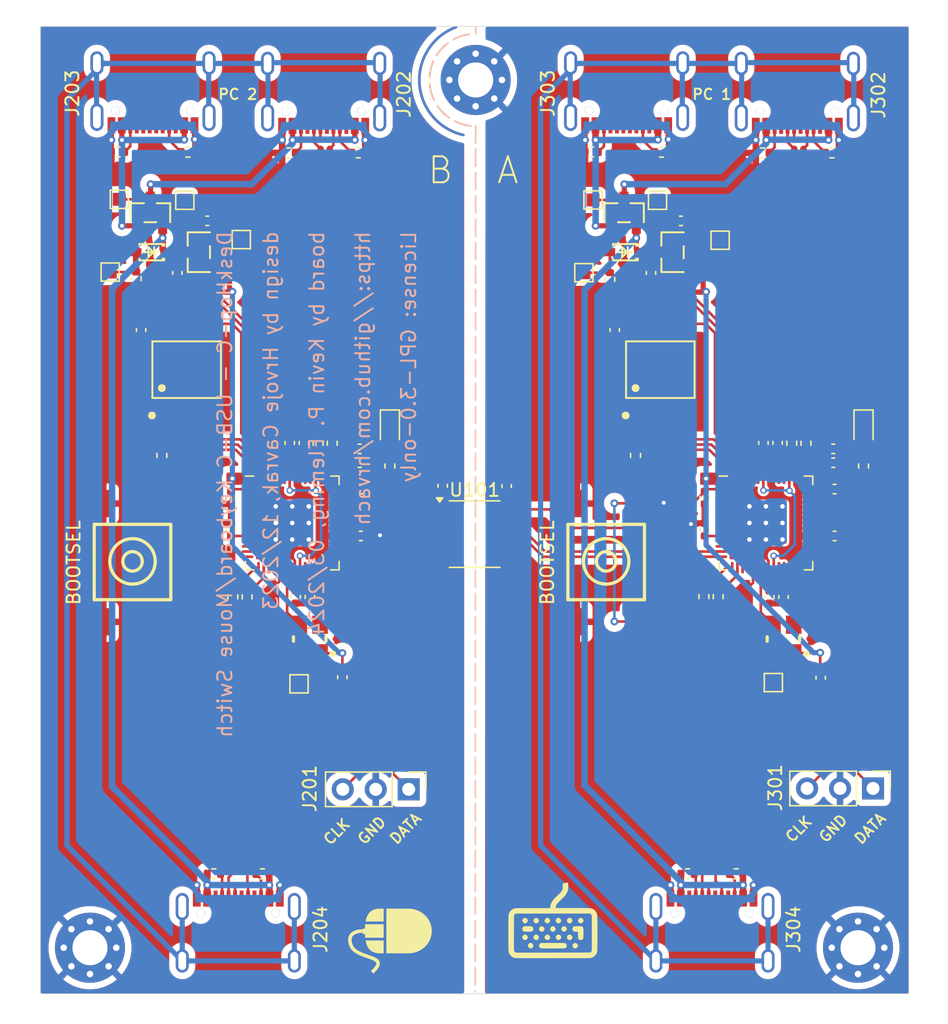
<source format=kicad_pcb>
(kicad_pcb (version 20221018) (generator pcbnew)
  (title_block (title "DeskHop-C - Fast K/M Switching Device (JLCPCB build)") (date "2024-03-17") (rev "v1-jlcpcb") (company "Hrvoje Čavrak and Kevin P. Fleming") (comment 1 "License: GPL-3.0-only"))
  (layers (0 "F.Cu" signal) (31 "B.Cu" mixed) (34 "B.Paste" user) (35 "F.Paste" user) (36 "B.SilkS" user "B.Silkscreen") (37 "F.SilkS" user "F.Silkscreen") (38 "B.Mask" user) (39 "F.Mask" user) (44 "Edge.Cuts" user))
  (net 0 "")
  (net 1 "/Core Left (B)/3V3")
  (net 2 "/Core Left (B)/GND")
  (net 3 "/Core Right (A)/3V3")
  (net 4 "/Core Right (A)/GND")
  (net 5 "/Core Left (B)/1V1")
  (net 6 "/Core Right (A)/1V1")
  (net 7 "Net-(D201-A)")
  (net 8 "/Core Left (B)/VUSB")
  (net 9 "/Core Left (B)/VUSB_PWR")
  (net 10 "Net-(D301-A)")
  (net 11 "/Core Right (A)/VUSB")
  (net 12 "/Core Right (A)/VUSB_PWR")
  (net 13 "Net-(J201-Pin_1)")
  (net 14 "Net-(J201-Pin_3)")
  (net 15 "Net-(J202-CC2)")
  (net 16 "/Core Left (B)/SHIELD")
  (net 17 "/Core Left (B)/COMP USB+")
  (net 18 "Net-(J202-CC1)")
  (net 19 "Net-(J203-CC2)")
  (net 20 "/Core Left (B)/COMP USB-")
  (net 24 "Net-(J203-CC1)")
  (net 25 "Net-(J204-CC2)")
  (net 28 "Net-(J204-CC1)")
  (net 29 "Net-(J301-Pin_1)")
  (net 30 "Net-(J301-Pin_3)")
  (net 31 "Net-(J302-CC2)")
  (net 34 "Net-(J302-CC1)")
  (net 35 "Net-(J303-CC2)")
  (net 37 "/Core Left (B)/DEVICE USB+")
  (net 38 "/Core Left (B)/DEVICE USB-")
  (net 40 "Net-(J303-CC1)")
  (net 41 "Net-(J304-CC2)")
  (net 43 "/Core Right (A)/SHIELD")
  (net 44 "Net-(J304-CC1)")
  (net 45 "Net-(KEY201-Pad3)")
  (net 46 "Net-(KEY301-Pad3)")
  (net 47 "/Core Left (B)/VUSB_COMP")
  (net 48 "/Core Right (A)/VUSB_COMP")
  (net 49 "/Core Left (B)/QSPI_SS")
  (net 50 "Net-(U203-GPIO25)")
  (net 51 "Net-(U203-USB_DP)")
  (net 52 "Net-(U203-USB_DM)")
  (net 53 "Net-(U203-GPIO13)")
  (net 54 "Net-(U203-GPIO12)")
  (net 55 "/Core Right (A)/QSPI_SS")
  (net 56 "Net-(U303-GPIO25)")
  (net 57 "Net-(U303-USB_DP)")
  (net 58 "Net-(U303-USB_DM)")
  (net 59 "Net-(U303-GPIO13)")
  (net 60 "Net-(U303-GPIO12)")
  (net 61 "/Core Left (B)/UART-RX-B")
  (net 62 "/Core Left (B)/UART-TX-B")
  (net 63 "/Core Right (A)/UART-RX-A")
  (net 64 "/Core Right (A)/UART-TX-A")
  (net 65 "/Core Left (B)/QSPI_D0")
  (net 66 "/Core Left (B)/QSPI_D2")
  (net 67 "/Core Left (B)/QSPI_D3")
  (net 68 "/Core Left (B)/QSPI_CLK")
  (net 69 "/Core Left (B)/QSPI_D1")
  (net 80 "/Core Left (B)/UART-TX-A")
  (net 81 "/Core Left (B)/UART-RX-A")
  (net 84 "Net-(U203-XIN)")
  (net 97 "/Core Right (A)/QSPI_D0")
  (net 98 "/Core Right (A)/QSPI_D2")
  (net 99 "/Core Right (A)/QSPI_D3")
  (net 100 "/Core Right (A)/QSPI_CLK")
  (net 101 "/Core Right (A)/QSPI_D1")
  (net 114 "Net-(U303-XIN)")
  (net 118 "/Core Right (A)/UART-TX-B")
  (net 119 "/Core Right (A)/UART-RX-B")
  (net 129 "/Core Right (A)/COMP USB+")
  (net 130 "/Core Right (A)/COMP USB-")
  (net 139 "/Core Right (A)/DEVICE USB+")
  (net 140 "/Core Right (A)/DEVICE USB-")
  (footprint "LED_SMD:LED_0603_1608Metric" (layer "F.Cu") (at 97.2 72.1 -90)
    (fp_text reference "D301" hide)
    (fp_text value "Active")
  )
  (footprint "Capacitor_SMD:C_0402_1005Metric" (layer "F.Cu") (at 89.4844 73.1546 -90)
    (fp_text reference "C306" hide)
    (fp_text value "100n")
  )
  (footprint "Resistor_SMD:R_0402_1005Metric" (layer "F.Cu") (at 94.7656 50.8254)
    (fp_text reference "R307" hide)
    (fp_text value "5K1")
  )
  (footprint "LCSC_C2988369:USB-C-SMD_G-SWITCH_GT-USB-7010ASV" (layer "F.Cu") (at 55.5986 46.342 180)
    (fp_text reference "J202")
    (fp_text value "Computer")
  )
  (footprint "Resistor_SMD:R_0402_1005Metric" (layer "F.Cu") (at 56.261 73.1794 -90)
    (fp_text reference "R204" hide)
    (fp_text value "27R")
  )
  (footprint "TestPoint:TestPoint_Pad_1.0x1.0mm" (layer "F.Cu") (at 39.15 60)
    (fp_text reference "TP201" hide)
    (fp_text value "TestPoint_Alt" hide)
  )
  (footprint "TestPoint:TestPoint_Pad_1.0x1.0mm" (layer "F.Cu") (at 81.325 54.475)
    (fp_text reference "TP303" hide)
    (fp_text value "TestPoint_Alt" hide)
  )
  (footprint "MountingHole:MountingHole_2.7mm_M2.5_Pad_Via" (layer "F.Cu") (at 67.31 45.212)
    (fp_text reference "H101" hide)
    (fp_text value "MountingHole_Pad")
  )
  (footprint "Resistor_SMD:R_0402_1005Metric" (layer "F.Cu") (at 55.1688 73.1794 -90)
    (fp_text reference "R203" hide)
    (fp_text value "27R")
  )
  (footprint "LCSC_C347376:SOT-23-3_L3.0-W1.7-P0.95-LS2.9-BR" (layer "F.Cu") (at 82.4818 58.4708)
    (fp_text reference "U302" hide)
    (fp_text value "3V3 250ma LDO Regulator")
  )
  (footprint "Connector_PinHeader_2.54mm:PinHeader_1x03_P2.54mm_Vertical" (layer "F.Cu") (at 62.15 99.82 -90)
    (fp_text reference "J201")
    (fp_text value "Debug")
  )
  (footprint "Capacitor_SMD:C_0402_1005Metric" (layer "F.Cu") (at 58.4708 80.3148 180)
    (fp_text reference "C210" hide)
    (fp_text value "100n")
  )
  (footprint "TestPoint:TestPoint_Pad_1.0x1.0mm" (layer "F.Cu") (at 86.15 57.55)
    (fp_text reference "TP304" hide)
    (fp_text value "TestPoint_Alt" hide)
  )
  (footprint "Capacitor_SMD:C_0402_1005Metric" (layer "F.Cu") (at 90.5766 73.1494 -90)
    (fp_text reference "C312" hide)
    (fp_text value "100n")
  )
  (footprint "LED_SMD:LED_0603_1608Metric" (layer "F.Cu") (at 60.7 72.1 -90)
    (fp_text reference "D201" hide)
    (fp_text value "Active")
  )
  (footprint "Resistor_SMD:R_0402_1005Metric" (layer "F.Cu") (at 84.9 84.986 90)
    (fp_text reference "R306" hide)
    (fp_text value "27R")
  )
  (footprint "Capacitor_SMD:C_0402_1005Metric" (layer "F.Cu") (at 89.9416 85.0112 90)
    (fp_text reference "C309" hide)
    (fp_text value "100n")
  )
  (footprint "Capacitor_SMD:C_0402_1005Metric" (layer "F.Cu") (at 53.4416 85.0112 90)
    (fp_text reference "C209" hide)
    (fp_text value "100n")
  )
  (footprint "Capacitor_SMD:C_0402_1005Metric" (layer "F.Cu") (at 84.9632 77.3684 90)
    (fp_text reference "C307" hide)
    (fp_text value "100n")
  )
  (footprint "Resistor_SMD:R_0402_1005Metric" (layer "F.Cu") (at 52.9062 50.8254 180)
    (fp_text reference "R210" hide)
    (fp_text value "5K1")
  )
  (footprint "Capacitor_SMD:C_0402_1005Metric" (layer "F.Cu") (at 93.9 91.23 -90)
    (fp_text reference "C302" hide)
    (fp_text value "100n")
  )
  (footprint "TestPoint:TestPoint_Pad_1.0x1.0mm" (layer "F.Cu") (at 75.65 60.05)
    (fp_text reference "TP301" hide)
    (fp_text value "TestPoint_Alt" hide)
  )
  (footprint "LCSC_C86487:KEY-SMD_4P-L6.0-W6.0-P4.50" (layer "F.Cu") (at 77.3686 82.3722 -90)
    (fp_text reference "KEY301" hide)
    (fp_text value "BOOTSEL")
  )
  (footprint "LCSC_C2828424:SOD-323_L1.7-W1.3-LS2.6-RD-1" (layer "F.Cu") (at 78.788 58.4708 180)
    (fp_text reference "D302" hide)
    (fp_text value "1N5817WS SJ")
  )
  (footprint "LCSC_C86487:KEY-SMD_4P-L6.0-W6.0-P4.50" (layer "F.Cu") (at 40.8686 82.3722 -90)
    (fp_text reference "KEY201" hide)
    (fp_text value "BOOTSEL")
  )
  (footprint "LCSC_C387348:OSC-SMD_4P-L3.2-W2.5-BL-1" (layer "F.Cu") (at 54.521 88.2474 90)
    (fp_text reference "X201" hide)
    (fp_text value "12MHz CMOS Oscillator")
  )
  (footprint "Resistor_SMD:R_0402_1005Metric" (layer "F.Cu") (at 91.6688 73.1794 -90)
    (fp_text reference "R303" hide)
    (fp_text value "27R")
  )
  (footprint "Resistor_SMD:R_0402_1005Metric" (layer "F.Cu") (at 50.8782 106.3244)
    (fp_text reference "R212" hide)
    (fp_text value "22K")
  )
  (footprint "Resistor_SMD:R_0402_1005Metric" (layer "F.Cu") (at 60.7 74.93 -90)
    (fp_text reference "R202" hide)
    (fp_text value "470R")
  )
  (footprint "Resistor_SMD:R_0402_1005Metric" (layer "F.Cu") (at 87.3782 106.3244)
    (fp_text reference "R312" hide)
    (fp_text value "22K")
  )
  (footprint "LCSC_C2940629:SOT-23-3_L2.9-W1.3-P0.95-LS2.4-BR-1" (layer "F.Cu") (at 42.2402 55.4322 -90)
    (fp_text reference "Q201" hide)
    (fp_text value "USB Power Switch")
  )
  (footprint "MountingHole:MountingHole_2.7mm_M2.5_Pad_Via" (layer "F.Cu") (at 37.592 112.014)
    (fp_text reference "H102" hide)
    (fp_text value "MountingHole_Pad")
  )
  (footprint "Capacitor_SMD:C_0402_1005Metric" (layer "F.Cu") (at 94.8692 73.6092 180)
    (fp_text reference "C303" hide)
    (fp_text value "2u2")
  )
  (footprint "Resistor_SMD:R_0402_1005Metric" (layer "F.Cu") (at 48.6 85 90)
    (fp_text reference "R206" hide)
    (fp_text value "27R")
  )
  (footprint "Resistor_SMD:R_0402_1005Metric" (layer "F.Cu") (at 77.65 60.56 -90)
    (fp_text reference "R313" hide)
    (fp_text value "22K")
  )
  (footprint "Resistor_SMD:R_0402_1005Metric" (layer "F.Cu") (at 41.15 60.51 -90)
    (fp_text reference "R213" hide)
    (fp_text value "22K")
  )
  (footprint "LCSC_C82317:SOIC-8_L5.3-W5.3-P1.27-LS8.0-BL" (layer "F.Cu") (at 45.0392 67.5138)
    (fp_text reference "U201" hide)
    (fp_text value "16Mb NOR Flash")
  )
  (footprint "Capacitor_SMD:C_0402_1005Metric" (layer "F.Cu") (at 57.04 91.19 -90)
    (fp_text reference "C202" hide)
    (fp_text value "100n")
  )
  (footprint "Capacitor_SMD:C_0402_1005Metric" (layer "F.Cu") (at 54.0766 73.1494 -90)
    (fp_text reference "C212" hide)
    (fp_text value "100n")
  )
  (footprint "Capacitor_SMD:C_0402_1005Metric" (layer "F.Cu") (at 94.9708 80.3148 180)
    (fp_text reference "C310" hide)
    (fp_text value "100n")
  )
  (footprint "TestPoint:TestPoint_Pad_1.0x1.0mm" (layer "F.Cu") (at 76.35 54.45)
    (fp_text reference "TP302" hide)
    (fp_text value "TestPoint_Alt" hide)
  )
  (footprint "Capacitor_SMD:C_0402_1005Metric" (layer "F.Cu") (at 91.0338 85.0112 90)
    (fp_text reference "C305" hide)
    (fp_text value "100n")
  )
  (footprint "Resistor_SMD:R_0402_1005Metric" (layer "F.Cu") (at 92.761 73.1794 -90)
    (fp_text reference "R304" hide)
    (fp_text value "27R")
  )
  (footprint "Resistor_SMD:R_0402_1005Metric" (layer "F.Cu") (at 86 84.99 90)
    (fp_text reference "R305" hide)
    (fp_text value "27R")
  )
  (footprint "LCSC_C2988369:USB-C-SMD_G-SWITCH_GT-USB-7010ASV" (layer "F.Cu") (at 92.0986 46.342 180)
    (fp_text reference "J302")
    (fp_text value "Computer")
  )
  (footprint "Capacitor_SMD:C_0402_1005Metric" (layer "F.Cu") (at 69.7 76.48 90)
    (fp_text reference "C102" hide)
    (fp_text value "100n")
  )
  (footprint "Package_SO:SOIC-8_3.9x4.9mm_P1.27mm" (layer "F.Cu") (at 67.2338 80.1736)
    (fp_text reference "U101")
    (fp_text value "Digital Isolator")
  )
  (footprint "Resistor_SMD:R_0402_1005Metric" (layer "F.Cu") (at 43.1292 74.1172 90)
    (fp_text reference "R201" hide)
    (fp_text value "1K")
  )
  (footprint "TestPoint:TestPoint_Pad_1.0x1.0mm" (layer "F.Cu") (at 53.7 91.7)
    (fp_text reference "TP205" hide)
    (fp_text value "TestPoint_Alt" hide)
  )
  (footprint "Resistor_SMD:R_0402_1005Metric" (layer "F.Cu") (at 39.753 50.7492 180)
    (fp_text reference "R211" hide)
    (fp_text value "5K1")
  )
  (footprint "Capacitor_SMD:C_0402_1005Metric" (layer "F.Cu") (at 80.823 60.0684 -90)
    (fp_text reference "C315" hide)
    (fp_text value "1u")
  )
  (footprint "LCSC_C82317:SOIC-8_L5.3-W5.3-P1.27-LS8.0-BL" (layer "F.Cu") (at 81.5392 67.5138)
    (fp_text reference "U301" hide)
    (fp_text value "16Mb NOR Flash")
  )
  (footprint "Capacitor_SMD:C_0402_1005Metric" (layer "F.Cu") (at 41.529 64.4626 -90)
    (fp_text reference "C204" hide)
    (fp_text value "2u2")
  )
  (footprint "Capacitor_SMD:C_0402_1005Metric" (layer "F.Cu") (at 58.3692 73.6092 180)
    (fp_text reference "C203" hide)
    (fp_text value "2u2")
  )
  (footprint "Resistor_SMD:R_0402_1005Metric" (layer "F.Cu") (at 81.6338 50.7746)
    (fp_text reference "R308" hide)
    (fp_text value "5K1")
  )
  (footprint "Resistor_SMD:R_0402_1005Metric" (layer "F.Cu") (at 45.1338 50.7746)
    (fp_text reference "R208" hide)
    (fp_text value "5K1")
  )
  (footprint "Capacitor_SMD:C_0402_1005Metric" (layer "F.Cu") (at 54.5338 85.0112 90)
    (fp_text reference "C205" hide)
    (fp_text value "100n")
  )
  (footprint "LCSC_C2988369:USB-C-SMD_G-SWITCH_GT-USB-7010ASV" (layer "F.Cu") (at 42.4454 46.3049 180)
    (fp_text reference "J203")
    (fp_text value "Power")
  )
  (footprint "Capacitor_SMD:C_0402_1005Metric" (layer "F.Cu") (at 58.3692 74.676 180)
    (fp_text reference "C201" hide)
    (fp_text value "2u2")
  )
  (footprint "Capacitor_SMD:C_0402_1005Metric" (layer "F.Cu") (at 64.77 76.454 90)
    (fp_text reference "C101" hide)
    (fp_text value "100n")
  )
  (footprint "LCSC_C387348:OSC-SMD_4P-L3.2-W2.5-BL-1" (layer "F.Cu") (at 91.021 88.2474 90)
    (fp_text reference "X301" hide)
    (fp_text value "12MHz CMOS Oscillator")
  )
  (footprint "LCSC_C347376:SOT-23-3_L3.0-W1.7-P0.95-LS2.9-BR" (layer "F.Cu") (at 45.9818 58.4708)
    (fp_text reference "U202" hide)
    (fp_text value "3V3 250ma LDO Regulator")
  )
  (footprint "TestPoint:TestPoint_Pad_1.0x1.0mm" (layer "F.Cu") (at 39.85 54.4)
    (fp_text reference "TP202" hide)
    (fp_text value "TestPoint_Alt" hide)
  )
  (footprint "Capacitor_SMD:C_0402_1005Metric" (layer "F.Cu") (at 94.9708 76.708 180)
    (fp_text reference "C311" hide)
    (fp_text value "100n")
  )
  (footprint "TestPoint:TestPoint_Pad_1.0x1.0mm" (layer "F.Cu") (at 44.9 54.475)
    (fp_text reference "TP203" hide)
    (fp_text value "TestPoint_Alt" hide)
  )
  (footprint "Resistor_SMD:R_0402_1005Metric" (layer "F.Cu") (at 97.2 74.93 -90)
    (fp_text reference "R302" hide)
    (fp_text value "470R")
  )
  (footprint "MountingHole:MountingHole_2.7mm_M2.5_Pad_Via" (layer "F.Cu") (at 96.774 112.014)
    (fp_text reference "H103" hide)
    (fp_text value "MountingHole_Pad")
  )
  (footprint "Resistor_SMD:R_0402_1005Metric" (layer "F.Cu") (at 58.2656 50.8254)
    (fp_text reference "R207" hide)
    (fp_text value "5K1")
  )
  (footprint "Capacitor_SMD:C_0402_1005Metric" (layer "F.Cu") (at 58.4708 76.708 180)
    (fp_text reference "C211" hide)
    (fp_text value "100n")
  )
  (footprint "LCSC_C2988369:USB-C-SMD_G-SWITCH_GT-USB-7010ASV" (layer "F.Cu") (at 85.52 110.63)
    (fp_text reference "J304")
    (fp_text value "Device")
  )
  (footprint "Capacitor_SMD:C_0402_1005Metric" (layer "F.Cu") (at 84.9632 79.8322 -90)
    (fp_text reference "C308" hide)
    (fp_text value "100n")
  )
  (footprint "Capacitor_SMD:C_0402_1005Metric" (layer "F.Cu") (at 48.4632 79.8322 -90)
    (fp_text reference "C208" hide)
    (fp_text value "100n")
  )
  (footprint "Capacitor_SMD:C_0402_1005Metric" (layer "F.Cu") (at 46.6318 56.0578 180)
    (fp_text reference "C214" hide)
    (fp_text value "1u")
  )
  (footprint "LCSC_C2988369:USB-C-SMD_G-SWITCH_GT-USB-7010ASV" (layer "F.Cu") (at 49.02 110.63)
    (fp_text reference "J204")
    (fp_text value "Device")
  )
  (footprint "Capacitor_SMD:C_0402_1005Metric" (layer "F.Cu") (at 48.4632 77.3684 90)
    (fp_text reference "C207" hide)
    (fp_text value "100n")
  )
  (footprint "Resistor_SMD:R_0402_1005Metric" (layer "F.Cu") (at 89.4062 50.8254 180)
    (fp_text reference "R310" hide)
    (fp_text value "5K1")
  )
  (footprint "Capacitor_SMD:C_0402_1005Metric" (layer "F.Cu") (at 83.1318 56.0578 180)
    (fp_text reference "C314" hide)
    (fp_text value "1u")
  )
  (footprint "LCSC_C2988369:USB-C-SMD_G-SWITCH_GT-USB-7010ASV" (layer "F.Cu") (at 78.9454 46.3049 180)
    (fp_text reference "J303")
    (fp_text value "Power")
  )
  (footprint "TestPoint:TestPoint_Pad_1.0x1.0mm" (layer "F.Cu") (at 90.25 91.6)
    (fp_text reference "TP305" hide)
    (fp_text value "TestPoint_Alt" hide)
  )
  (footprint "Capacitor_SMD:C_0402_1005Metric" (layer "F.Cu") (at 78.029 64.4626 -90)
    (fp_text reference "C304" hide)
    (fp_text value "2u2")
  )
  (footprint "Capacitor_SMD:C_0402_1005Metric" (layer "F.Cu") (at 44.323 60.0684 -90)
    (fp_text reference "C215" hide)
    (fp_text value "1u")
  )
  (footprint "Resistor_SMD:R_0402_1005Metric" (layer "F.Cu") (at 49.7 85 90)
    (fp_text reference "R205" hide)
    (fp_text value "27R")
  )
  (footprint "Resistor_SMD:R_0402_1005Metric" (layer "F.Cu") (at 79.6292 74.1172 90)
    (fp_text reference "R301" hide)
    (fp_text value "1K")
  )
  (footprint "Capacitor_SMD:C_0402_1005Metric" (layer "F.Cu") (at 94.8692 74.676 180)
    (fp_text reference "C301" hide)
    (fp_text value "2u2")
  )
  (footprint "TestPoint:TestPoint_Pad_1.0x1.0mm" (layer "F.Cu") (at 49.25 57.5)
    (fp_text reference "TP204" hide)
    (fp_text value "TestPoint_Alt" hide)
  )
  (footprint "RP2040_minimal_r2:RP2040-QFN-56" (layer "F.Cu") (at 53.1784 79.3157)
    (fp_text reference "U203" hide)
    (fp_text value "Microcontroller")
  )
  (footprint "Capacitor_SMD:C_0402_1005Metric" (layer "F.Cu") (at 52.9844 73.1546 -90)
    (fp_text reference "C206" hide)
    (fp_text value "100n")
  )
  (footprint "Resistor_SMD:R_0402_1005Metric" (layer "F.Cu") (at 76.253 50.7492 180)
    (fp_text reference "R311" hide)
    (fp_text value "5K1")
  )
  (footprint "Resistor_SMD:R_0402_1005Metric" (layer "F.Cu") (at 47.1404 106.3244 180)
    (fp_text reference "R209" hide)
    (fp_text value "22K")
  )
  (footprint "LCSC_C2940629:SOT-23-3_L2.9-W1.3-P0.95-LS2.4-BR-1" (layer "F.Cu") (at 78.7402 55.4322 -90)
    (fp_text reference "Q301" hide)
    (fp_text value "USB Power Switch")
  )
  (footprint "Resistor_SMD:R_0402_1005Metric" (layer "F.Cu") (at 83.6404 106.3244 180)
    (fp_text reference "R309" hide)
    (fp_text value "22K")
  )
  (footprint "RP2040_minimal_r2:RP2040-QFN-56" (layer "F.Cu") (at 89.6784 79.3157)
    (fp_text reference "U303" hide)
    (fp_text value "Microcontroller")
  )
  (footprint "Connector_PinHeader_2.54mm:PinHeader_1x03_P2.54mm_Vertical" (layer "F.Cu") (at 97.93 99.75 -90)
    (fp_text reference "J301")
    (fp_text value "Debug")
  )
  (footprint "LCSC_C2828424:SOD-323_L1.7-W1.3-LS2.6-RD-1" (layer "F.Cu") (at 42.288 58.4708 180)
    (fp_text reference "D202" hide)
    (fp_text value "1N5817WS SJ")
  )
  (gr_arc (start 66.360432 49.447208) (mid 62.980006 45.511702) (end 65.786 41.148001) (stroke (width 0.2)) (layer "F.Cu"))
  (gr_arc (start 66.360432 49.447208) (mid 62.980006 45.511702) (end 65.786 41.148001) (stroke (width 0.2)) (layer "B.Cu"))
  (gr_line (start 67.31 48.738426) (end 67.281783 115.407659) (stroke (width 0.12) (type dash)) (layer "B.SilkS"))
  (gr_arc (start 66.937741 48.748461) (mid 63.758888 45.025614) (end 67.31 41.656) (stroke (width 0.12) (type dash)) (layer "B.SilkS"))
  (gr_line (start 67.31 41.656) (end 67.31 41.148) (stroke (width 0.12)) (layer "B.SilkS"))
  (gr_poly (pts (xy 58.798165 110.543306) (xy 58.798165 110.962168) (xy 58.603088 110.962168) (xy 58.603088 110.543306)) (fill solid) (layer "F.SilkS"))
  (gr_poly (pts (xy 57.482433 111.378334) (xy 57.486179 111.323025) (xy 57.493468 111.269362) (xy 57.504299 111.217356) (xy 57.518673 111.167021) (xy 57.536591 111.118367) (xy 57.558054 111.071408) (xy 57.583061 111.026155) (xy 57.611615 110.98262) (xy 57.640028 110.945385) (xy 57.670484 110.910564) (xy 57.702794 110.878076) (xy 57.736771 110.847839) (xy 57.772228 110.819775) (xy 57.808977 110.793802) (xy 57.846831 110.76984) (xy 57.885601 110.747807) (xy 57.925102 110.727625) (xy 57.965144 110.709211) (xy 58.00554 110.692486) (xy 58.046103 110.677369) (xy 58.126981 110.651638) (xy 58.206276 110.631371) (xy 58.282487 110.615926) (xy 58.354116 110.604658) (xy 58.419661 110.596922) (xy 58.477623 110.592075) (xy 58.564795 110.588468) (xy 58.60363 110.588683) (xy 58.603617 110.588683) (xy 58.595362 110.859483) (xy 58.563375 110.859196) (xy 58.52556 110.860214) (xy 58.482716 110.862766) (xy 58.435645 110.867081) (xy 58.385147 110.873387) (xy 58.332022 110.881913) (xy 58.277071 110.892888) (xy 58.221094 110.906541) (xy 58.164892 110.923101) (xy 58.109265 110.942796) (xy 58.055014 110.965855) (xy 58.002938 110.992508) (xy 57.977967 111.007253) (xy 57.95384 111.022982) (xy 57.930657 111.039724) (xy 57.908519 111.057507) (xy 57.887525 111.07636) (xy 57.867775 111.096311) (xy 57.84937 111.11739) (xy 57.832409 111.139624) (xy 57.813791 111.168348) (xy 57.797659 111.198636) (xy 57.784012 111.230476) (xy 57.772851 111.263862) (xy 57.764176 111.298784) (xy 57.757987 111.335233) (xy 57.754283 111.3732) (xy 57.753066 111.412676) (xy 57.754334 111.453652) (xy 57.758088 111.496119) (xy 57.764329 111.540069) (xy 57.773055 111.585493) (xy 57.784267 111.63238) (xy 57.797965 111.680724) (xy 57.814149 111.730514) (xy 57.832819 111.781741) (xy 57.84911 111.820656) (xy 57.867573 111.858229) (xy 57.888127 111.8945) (xy 57.910689 111.929509) (xy 57.935177 111.963293) (xy 57.961509 111.995892) (xy 58.019376 112.057693) (xy 58.083632 112.115223) (xy 58.153618 112.168796) (xy 58.228678 112.218724) (xy 58.308153 112.26532) (xy 58.391386 112.308897) (xy 58.477719 112.349767) (xy 58.566493 112.388243) (xy 58.657052 112.424638) (xy 58.840891 112.492435) (xy 59.023974 112.555661) (xy 59.187753 112.612183) (xy 59.266552 112.640444) (xy 59.342782 112.669096) (xy 59.41606 112.69843) (xy 59.486004 112.728738) (xy 59.552231 112.760313) (xy 59.614358 112.793447) (xy 59.643765 112.810689) (xy 59.672004 112.828431) (xy 59.699027 112.846709) (xy 59.724786 112.865559) (xy 59.749234 112.885017) (xy 59.772322 112.905121) (xy 59.794003 112.925907) (xy 59.814229 112.947412) (xy 59.832952 112.969671) (xy 59.850124 112.992721) (xy 59.865699 113.0166) (xy 59.879627 113.041343) (xy 59.891861 113.066987) (xy 59.902353 113.093568) (xy 59.911056 113.121124) (xy 59.917921 113.14969) (xy 59.924621 113.194423) (xy 59.926498 113.239887) (xy 59.923498 113.286177) (xy 59.915567 113.333386) (xy 59.90265 113.381606) (xy 59.884694 113.430933) (xy 59.861643 113.481458) (xy 59.833445 113.533276) (xy 59.800044 113.58648) (xy 59.761387 113.641164) (xy 59.717418 113.69742) (xy 59.668085 113.755342) (xy 59.613333 113.815025) (xy 59.553108 113.87656) (xy 59.487355 113.940042) (xy 59.41602 114.005564) (xy 59.235045 113.803991) (xy 59.271218 113.771101) (xy 59.305325 113.739273) (xy 59.337424 113.708494) (xy 59.367573 113.678746) (xy 59.395829 113.650017) (xy 59.422249 113.622289) (xy 59.44689 113.595549) (xy 59.469809 113.569781) (xy 59.491065 113.544971) (xy 59.510715 113.521102) (xy 59.528814 113.49816) (xy 59.545422 113.47613) (xy 59.560596 113.454996) (xy 59.574392 113.434744) (xy 59.586868 113.415358) (xy 59.598081 113.396824) (xy 59.608089 113.379126) (xy 59.61695 113.362249) (xy 59.624719 113.346178) (xy 59.631455 113.330898) (xy 59.637215 113.316394) (xy 59.642057 113.302651) (xy 59.646037 113.289653) (xy 59.649213 113.277385) (xy 59.651642 113.265833) (xy 59.653383 113.254982) (xy 59.654491 113.244815) (xy 59.655024 113.235319) (xy 59.654596 113.218275) (xy 59.652557 113.203731) (xy 59.648621 113.189025) (xy 59.642895 113.174543) (xy 59.635441 113.160279) (xy 59.626317 113.146226) (xy 59.603303 113.118728) (xy 59.574333 113.091998) (xy 59.539884 113.065981) (xy 59.500437 113.040627) (xy 59.456471 113.015882) (xy 59.408464 112.991694) (xy 59.356897 112.968011) (xy 59.302248 112.944781) (xy 59.185622 112.899467) (xy 59.06242 112.855334) (xy 58.936476 112.811963) (xy 58.739717 112.743829) (xy 58.638965 112.707231) (xy 58.537716 112.668397) (xy 58.436782 112.626917) (xy 58.336977 112.582381) (xy 58.239114 112.534379) (xy 58.144006 112.482498) (xy 58.052467 112.42633) (xy 58.008289 112.39651) (xy 57.965309 112.365464) (xy 57.923627 112.33314) (xy 57.883346 112.299488) (xy 57.844567 112.264456) (xy 57.807391 112.227993) (xy 57.771921 112.190047) (xy 57.738258 112.150567) (xy 57.706503 112.109503) (xy 57.676759 112.066801) (xy 57.649127 112.022412) (xy 57.623708 111.976284) (xy 57.600604 111.928366) (xy 57.579918 111.878605) (xy 57.555346 111.810565) (xy 57.534312 111.744074) (xy 57.516817 111.679144) (xy 57.50286 111.615787) (xy 57.492443 111.554016) (xy 57.485566 111.493842) (xy 57.482229 111.435277)) (fill solid) (layer "F.SilkS"))
  (gr_line (start 67.31 48.738426) (end 67.281783 115.407659) (stroke (width 0.12) (type dash)) (layer "F.SilkS"))
  (gr_poly (pts (xy 58.773281 110.65812) (xy 58.7743 110.590897) (xy 58.77605 110.524421) (xy 58.778571 110.458727) (xy 58.781905 110.393853) (xy 58.786094 110.329834) (xy 58.791178 110.266707) (xy 58.797199 110.204507) (xy 60.221226 110.204507) (xy 60.221226 111.247336) (xy 58.797199 111.247336) (xy 58.791178 111.185136) (xy 58.786094 111.122011) (xy 58.781905 111.058001) (xy 58.778571 110.993144) (xy 58.77605 110.927482) (xy 58.7743 110.861053) (xy 58.77295 110.726054)) (fill solid) (layer "F.SilkS"))
  (gr_poly (pts (xy 75.409953 109.711596) (xy 75.414084 109.711996) (xy 75.418717 109.712651) (xy 75.423798 109.713553) (xy 75.429272 109.714694) (xy 75.435082 109.716066) (xy 75.447491 109.719465) (xy 75.453979 109.721476) (xy 75.460582 109.723683) (xy 75.467245 109.726077) (xy 75.473912 109.728651) (xy 75.480528 109.731395) (xy 75.487037 109.734301) (xy 75.493385 109.737361) (xy 75.499515 109.740565) (xy 75.511406 109.747709) (xy 75.523025 109.75597) (xy 75.534303 109.765237) (xy 75.545172 109.775399) (xy 75.555563 109.786346) (xy 75.565408 109.797967) (xy 75.57464 109.81015) (xy 75.583189 109.822785) (xy 75.590988 109.835761) (xy 75.597969 109.848967) (xy 75.604062 109.862293) (xy 75.609201 109.875627) (xy 75.613317 109.888859) (xy 75.616341 109.901877) (xy 75.618205 109.914572) (xy 75.618681 109.920763) (xy 75.618842 109.926832) (xy 75.618681 109.9329) (xy 75.618205 109.939091) (xy 75.617422 109.945389) (xy 75.616341 109.951781) (xy 75.614969 109.958251) (xy 75.613317 109.964786) (xy 75.611391 109.971371) (xy 75.609201 109.977991) (xy 75.604062 109.991282) (xy 75.597969 110.004543) (xy 75.590988 110.017659) (xy 75.583189 110.030515) (xy 75.57464 110.042996) (xy 75.565408 110.054987) (xy 75.555563 110.066372) (xy 75.545172 110.077037) (xy 75.539793 110.082063) (xy 75.534303 110.086866) (xy 75.528711 110.091431) (xy 75.523025 110.095744) (xy 75.517254 110.099791) (xy 75.511406 110.103557) (xy 75.50549 110.107027) (xy 75.499515 110.110189) (xy 75.493385 110.113426) (xy 75.487038 110.116578) (xy 75.480528 110.119627) (xy 75.473912 110.122558) (xy 75.467245 110.125352) (xy 75.460582 110.127992) (xy 75.453979 110.130462) (xy 75.447491 110.132744) (xy 75.441174 110.134822) (xy 75.435082 110.136678) (xy 75.429272 110.138295) (xy 75.423799 110.139657) (xy 75.418717 110.140745) (xy 75.414084 110.141544) (xy 75.409954 110.142035) (xy 75.406382 110.142203) (xy 75.40281 110.142035) (xy 75.398679 110.141544) (xy 75.394046 110.140745) (xy 75.388965 110.139657) (xy 75.383491 110.138295) (xy 75.377681 110.136678) (xy 75.365272 110.132744) (xy 75.352181 110.127992) (xy 75.338851 110.122558) (xy 75.332235 110.119627) (xy 75.325725 110.116578) (xy 75.319378 110.113426) (xy 75.313248 110.110189) (xy 75.301356 110.103589) (xy 75.289737 110.095864) (xy 75.278459 110.087115) (xy 75.267591 110.077446) (xy 75.2572 110.066958) (xy 75.247354 110.055754) (xy 75.238123 110.043936) (xy 75.229573 110.031607) (xy 75.221774 110.018868) (xy 75.214794 110.005823) (xy 75.2087 109.992572) (xy 75.203562 109.97922) (xy 75.199446 109.965867) (xy 75.196422 109.952616) (xy 75.194558 109.939571) (xy 75.194081 109.933157) (xy 75.193921 109.926832) (xy 75.194081 109.920507) (xy 75.194558 109.914093) (xy 75.195341 109.9076) (xy 75.196422 109.901042) (xy 75.197793 109.89443) (xy 75.199446 109.887778) (xy 75.201372 109.881097) (xy 75.203562 109.874399) (xy 75.2087 109.861003) (xy 75.214794 109.847688) (xy 75.221775 109.834552) (xy 75.229574 109.821693) (xy 75.238123 109.80921) (xy 75.247355 109.797199) (xy 75.2572 109.78576) (xy 75.267591 109.77499) (xy 75.27846 109.764988) (xy 75.289737 109.755851) (xy 75.295509 109.751637) (xy 75.301356 109.747677) (xy 75.307272 109.743982) (xy 75.313248 109.740565) (xy 75.319858 109.737361) (xy 75.326561 109.734301) (xy 75.333316 109.731395) (xy 75.340079 109.728651) (xy 75.346808 109.726077) (xy 75.35346 109.723683) (xy 75.359993 109.721476) (xy 75.366364 109.719465) (xy 75.37253 109.717659) (xy 75.378449 109.716066) (xy 75.384078 109.714694) (xy 75.389374 109.713553) (xy 75.394295 109.712651) (xy 75.398799 109.711996) (xy 75.402842 109.711596) (xy 75.406382 109.711461)) (fill solid) (layer "F.SilkS"))
  (gr_poly (pts (xy 60.221226 111.456608) (xy 60.221226 112.444972) (xy 59.941893 112.444972) (xy 59.875793 112.443793) (xy 59.812158 112.440281) (xy 59.750944 112.43448) (xy 59.692105 112.426429) (xy 59.635597 112.416172) (xy 59.581376 112.403748) (xy 59.529396 112.389201) (xy 59.479613 112.372571) (xy 59.431983 112.3539) (xy 59.386459 112.333229) (xy 59.342999 112.3106) (xy 59.301557 112.286055) (xy 59.262088 112.259634) (xy 59.224548 112.23138) (xy 59.188891 112.201334) (xy 59.155075 112.169538) (xy 59.123052 112.136032) (xy 59.09278 112.10086) (xy 59.064213 112.064061) (xy 59.037306 112.025678) (xy 59.012016 111.985751) (xy 58.988296 111.944324) (xy 58.945392 111.857131) (xy 58.908235 111.764431) (xy 58.876469 111.666556) (xy 58.849737 111.563837) (xy 58.827679 111.456608)) (fill solid) (layer "F.SilkS"))
  (gr_poly (pts (xy 62.135116 109.006435) (xy 62.227485 109.008671) (xy 62.318639 109.015309) (xy 62.408466 109.026241) (xy 62.496854 109.041358) (xy 62.583689 109.060552) (xy 62.668859 109.083717) (xy 62.752251 109.110743) (xy 62.833753 109.141524) (xy 62.913252 109.17595) (xy 62.990635 109.213914) (xy 63.06579 109.255309) (xy 63.138604 109.300027) (xy 63.208965 109.347958) (xy 63.276759 109.398996) (xy 63.341873 109.453033) (xy 63.404197 109.509961) (xy 63.463616 109.569672) (xy 63.520018 109.632058) (xy 63.57329 109.69701) (xy 63.62332 109.764422) (xy 63.669995 109.834185) (xy 63.713203 109.906192) (xy 63.75283 109.980334) (xy 63.788764 110.056504) (xy 63.820893 110.134593) (xy 63.849103 110.214495) (xy 63.873282 110.2961) (xy 63.893318 110.379301) (xy 63.909098 110.463991) (xy 63.920508 110.55006) (xy 63.927437 110.637402) (xy 63.929772 110.725908) (xy 63.927437 110.814365) (xy 63.920508 110.90166) (xy 63.909097 110.987688) (xy 63.893318 111.072338) (xy 63.873281 111.155504) (xy 63.849102 111.237078) (xy 63.820891 111.31695) (xy 63.788762 111.395014) (xy 63.752827 111.471161) (xy 63.7132 111.545283) (xy 63.669992 111.617273) (xy 63.623316 111.687021) (xy 63.573285 111.75442) (xy 63.520012 111.819362) (xy 63.46361 111.881739) (xy 63.40419 111.941442) (xy 63.341866 111.998365) (xy 63.276751 112.052398) (xy 63.208956 112.103433) (xy 63.138595 112.151364) (xy 63.065781 112.19608) (xy 62.990625 112.237476) (xy 62.913241 112.275441) (xy 62.833742 112.309869) (xy 62.752239 112.340652) (xy 62.668847 112.36768) (xy 62.583676 112.390847) (xy 62.496841 112.410044) (xy 62.408453 112.425163) (xy 62.318626 112.436096) (xy 62.227471 112.442735) (xy 62.135103 112.444972) (xy 62.135106 112.444976) (xy 62.13511 112.444979) (xy 62.135113 112.444982) (xy 62.135116 112.444986) (xy 60.430684 112.444986) (xy 60.430684 109.006435)) (fill solid) (layer "F.SilkS"))
  (gr_poly (pts (xy 71.971429 111.002828) (xy 71.973288 111.003199) (xy 71.975 111.003686) (xy 71.981325 111.003846) (xy 71.98774 111.004323) (xy 71.994233 111.005106) (xy 72.000791 111.006187) (xy 72.007402 111.007558) (xy 72.014055 111.009211) (xy 72.020736 111.011137) (xy 72.027434 111.013327) (xy 72.04083 111.018465) (xy 72.054145 111.024559) (xy 72.067281 111.03154) (xy 72.080139 111.039339) (xy 72.092623 111.047888) (xy 72.104634 111.05712) (xy 72.116073 111.066965) (xy 72.126843 111.077356) (xy 72.136845 111.088225) (xy 72.145982 111.099502) (xy 72.150195 111.105274) (xy 72.154155 111.111121) (xy 72.15785 111.117037) (xy 72.161267 111.123013) (xy 72.166696 111.13549) (xy 72.171954 111.148616) (xy 72.176871 111.161946) (xy 72.181276 111.175037) (xy 72.185 111.187446) (xy 72.186552 111.193256) (xy 72.18787 111.19873) (xy 72.188933 111.203811) (xy 72.189718 111.208444) (xy 72.190204 111.212575) (xy 72.190371 111.216147) (xy 72.190236 111.219719) (xy 72.189837 111.223849) (xy 72.189182 111.228482) (xy 72.18828 111.233564) (xy 72.187138 111.239037) (xy 72.185767 111.244847) (xy 72.182368 111.257256) (xy 72.180357 111.263744) (xy 72.17815 111.270347) (xy 72.175755 111.27701) (xy 72.173182 111.283677) (xy 72.170438 111.290293) (xy 72.167531 111.296802) (xy 72.164472 111.30315) (xy 72.161267 111.30928) (xy 72.154155 111.321172) (xy 72.145982 111.332791) (xy 72.136845 111.344069) (xy 72.126842 111.354937) (xy 72.116073 111.365328) (xy 72.104633 111.375174) (xy 72.092623 111.384405) (xy 72.080139 111.392954) (xy 72.067281 111.400753) (xy 72.054145 111.407734) (xy 72.04083 111.413828) (xy 72.027434 111.418966) (xy 72.014055 111.423082) (xy 72.000791 111.426106) (xy 71.98774 111.42797) (xy 71.981325 111.428446) (xy 71.975 111.428607) (xy 71.971429 111.428439) (xy 71.967298 111.427948) (xy 71.962665 111.427149) (xy 71.957584 111.42606) (xy 71.95211 111.424699) (xy 71.9463 111.423082) (xy 71.933891 111.419148) (xy 71.9208 111.414396) (xy 71.90747 111.408962) (xy 71.900854 111.406031) (xy 71.894345 111.402982) (xy 71.887997 111.39983) (xy 71.881867 111.396592) (xy 71.869976 111.389993) (xy 71.858357 111.382268) (xy 71.847079 111.373519) (xy 71.83621 111.36385) (xy 71.825819 111.353362) (xy 71.815974 111.342158) (xy 71.806742 111.33034) (xy 71.798193 111.318011) (xy 71.790394 111.305272) (xy 71.783413 111.292226) (xy 71.77732 111.278976) (xy 71.772181 111.265623) (xy 71.768066 111.252271) (xy 71.765041 111.23902) (xy 71.763177 111.225975) (xy 71.762701 111.219561) (xy 71.76254 111.213236) (xy 71.762701 111.206911) (xy 71.763177 111.200497) (xy 71.76396 111.194004) (xy 71.765041 111.187446) (xy 71.766413 111.180835) (xy 71.768066 111.174182) (xy 71.769991 111.167501) (xy 71.772181 111.160803) (xy 71.77732 111.147407) (xy 71.783413 111.134092) (xy 71.790394 111.120956) (xy 71.798193 111.108097) (xy 71.806742 111.095614) (xy 71.815974 111.083603) (xy 71.825819 111.072164) (xy 71.83621 111.061394) (xy 71.847079 111.051392) (xy 71.858357 111.042255) (xy 71.864128 111.038042) (xy 71.869976 111.034081) (xy 71.875892 111.030387) (xy 71.881867 111.02697) (xy 71.894345 111.021552) (xy 71.900854 111.018918) (xy 71.90747 111.016374) (xy 71.914137 111.013949) (xy 71.9208 111.011673) (xy 71.927403 111.009576) (xy 71.933891 111.007688) (xy 71.940208 111.006039) (xy 71.9463 111.004658) (xy 71.95211 111.003576) (xy 71.957584 111.002822) (xy 71.962665 111.002426) (xy 71.967298 111.002418)) (fill solid) (layer "F.SilkS"))
  (gr_arc (start 66.93774 48.748461) (mid 63.758888 45.025614) (end 67.31 41.656) (stroke (width 0.12) (type dash)) (layer "F.SilkS"))
  (gr_poly (pts (xy 58.849712 109.887864) (xy 58.876427 109.78505) (xy 58.90818 109.687098) (xy 58.945328 109.594337) (xy 58.988229 109.507099) (xy 59.011948 109.465654) (xy 59.037239 109.425713) (xy 59.064147 109.387318) (xy 59.092715 109.35051) (xy 59.12299 109.315331) (xy 59.155015 109.281821) (xy 59.188835 109.250022) (xy 59.224495 109.219976) (xy 59.262039 109.191722) (xy 59.301513 109.165304) (xy 59.342959 109.140762) (xy 59.386424 109.118137) (xy 59.431952 109.097471) (xy 59.479587 109.078805) (xy 59.529375 109.062181) (xy 59.581359 109.047639) (xy 59.635584 109.035221) (xy 59.692095 109.024968) (xy 59.750937 109.016922) (xy 59.812154 109.011123) (xy 59.875791 109.007614) (xy 59.941893 109.006435) (xy 60.221226 109.006435) (xy 60.221226 109.995209) (xy 58.827679 109.995209)) (fill solid) (layer "F.SilkS"))
  (gr_poly (pts (xy 74.396618 106.991515) (xy 74.402288 106.992041) (xy 74.407276 106.993018) (xy 74.411632 106.994453) (xy 74.415406 106.996352) (xy 74.418648 106.99872) (xy 74.421408 107.001564) (xy 74.423737 107.004888) (xy 74.425684 107.0087) (xy 74.427299 107.013005) (xy 74.428634 107.017809) (xy 74.429737 107.023117) (xy 74.430658 107.028936) (xy 74.431449 107.035271) (xy 74.434303 107.065893) (xy 74.437784 107.092363) (xy 74.440601 107.12131) (xy 74.444307 107.185083) (xy 74.445558 107.254109) (xy 74.444489 107.325284) (xy 74.441237 107.395503) (xy 74.435939 107.461664) (xy 74.428732 107.520662) (xy 74.424454 107.546506) (xy 74.41975 107.569395) (xy 74.414104 107.593448) (xy 74.407046 107.618576) (xy 74.398666 107.644625) (xy 74.389055 107.671441) (xy 74.378301 107.698871) (xy 74.366493 107.726762) (xy 74.353723 107.75496) (xy 74.340078 107.783311) (xy 74.325649 107.811662) (xy 74.310525 107.839859) (xy 74.294795 107.86775) (xy 74.27855 107.89518) (xy 74.261878 107.921996) (xy 74.24487 107.948045) (xy 74.227614 107.973173) (xy 74.2102 107.997226) (xy 74.193699 108.017684) (xy 74.173138 108.041383) (xy 74.149371 108.067468) (xy 74.123252 108.095089) (xy 74.095631 108.123392) (xy 74.067362 108.151524) (xy 74.039299 108.178633) (xy 74.012292 108.203866) (xy 73.972019 108.239667) (xy 73.932125 108.27595) (xy 73.854448 108.348886) (xy 73.781204 108.420527) (xy 73.714339 108.488723) (xy 73.655795 108.551325) (xy 73.630251 108.579857) (xy 73.607517 108.606185) (xy 73.587836 108.630041) (xy 73.57145 108.651155) (xy 73.558602 108.669259) (xy 73.549536 108.684084) (xy 73.542419 108.697383) (xy 73.535297 108.712029) (xy 73.528235 108.7278) (xy 73.521296 108.744475) (xy 73.514545 108.761833) (xy 73.508046 108.779651) (xy 73.496057 108.815781) (xy 73.490696 108.83365) (xy 73.485842 108.851092) (xy 73.48156 108.867887) (xy 73.477913 108.883812) (xy 73.474965 108.898645) (xy 73.47278 108.912165) (xy 73.471422 108.924151) (xy 73.470955 108.93438) (xy 73.471948 108.938479) (xy 73.476037 108.942065) (xy 73.50015 108.947841) (xy 73.556596 108.951979) (xy 73.658677 108.954753) (xy 74.052947 108.9573) (xy 74.789374 108.957664) (xy 75.469002 108.958391) (xy 75.704671 108.959505) (xy 75.882599 108.961302) (xy 76.01155 108.963916) (xy 76.060398 108.965573) (xy 76.100289 108.967486) (xy 76.132319 108.969672) (xy 76.157582 108.972147) (xy 76.177176 108.97493) (xy 76.192194 108.978036) (xy 76.236309 108.989888) (xy 76.279081 109.004634) (xy 76.320394 109.022168) (xy 76.360134 109.042384) (xy 76.398187 109.065175) (xy 76.434435 109.090434) (xy 76.468766 109.118055) (xy 76.501062 109.147932) (xy 76.53121 109.179957) (xy 76.559094 109.214025) (xy 76.5846 109.250028) (xy 76.607611 109.287859) (xy 76.628013 109.327414) (xy 76.645691 109.368584) (xy 76.660529 109.411263) (xy 76.672413 109.455345) (xy 76.682918 109.610643) (xy 76.690421 109.939747) (xy 76.696424 110.887997) (xy 76.690421 111.837339) (xy 76.682918 112.167807) (xy 76.672413 112.325015) (xy 76.661557 112.366122) (xy 76.64764 112.406393) (xy 76.630807 112.445675) (xy 76.611203 112.483815) (xy 76.588973 112.520658) (xy 76.564261 112.556052) (xy 76.537214 112.589843) (xy 76.507974 112.621878) (xy 76.476689 112.652002) (xy 76.443502 112.680063) (xy 76.408558 112.705908) (xy 76.372003 112.729381) (xy 76.333982 112.750331) (xy 76.294639 112.768604) (xy 76.254119 112.784045) (xy 76.212567 112.796503) (xy 76.17148 112.804188) (xy 76.091239 112.809963) (xy 75.704699 112.816876) (xy 73.267226 112.819786) (xy 72.246516 112.820719) (xy 71.838534 112.820886) (xy 71.491735 112.820696) (xy 71.200819 112.820028) (xy 70.960488 112.818763) (xy 70.765441 112.816782) (xy 70.683243 112.815486) (xy 70.610379 112.813966) (xy 70.546187 112.812207) (xy 70.490004 112.810194) (xy 70.441168 112.807913) (xy 70.399016 112.805348) (xy 70.362886 112.802485) (xy 70.332115 112.799308) (xy 70.306042 112.795803) (xy 70.284003 112.791955) (xy 70.265337 112.787749) (xy 70.24938 112.78317) (xy 70.235471 112.778203) (xy 70.222947 112.772833) (xy 70.211146 112.767045) (xy 70.199404 112.760825) (xy 70.173453 112.747026) (xy 70.156057 112.737303) (xy 70.137829 112.725726) (xy 70.118961 112.712487) (xy 70.099647 112.697776) (xy 70.080076 112.681787) (xy 70.060441 112.66471) (xy 70.040934 112.646738) (xy 70.021747 112.628063) (xy 70.003072 112.608876) (xy 69.9851 112.589369) (xy 69.968023 112.569734) (xy 69.952034 112.550163) (xy 69.937323 112.530849) (xy 69.924084 112.511981) (xy 69.912507 112.493754) (xy 69.902784 112.476357) (xy 69.877932 112.424902) (xy 69.859492 112.370854) (xy 69.846509 112.294433) (xy 69.842451 112.237703) (xy 70.257855 112.237703) (xy 70.289869 112.284269) (xy 70.293341 112.288764) (xy 70.29718 112.293489) (xy 70.301342 112.298402) (xy 70.305786 112.30346) (xy 70.315347 112.31384) (xy 70.325522 112.324288) (xy 70.33597 112.334463) (xy 70.34635 112.344024) (xy 70.351407 112.348468) (xy 70.35632 112.35263) (xy 70.361045 112.356469) (xy 70.36554 112.35994) (xy 70.412107 112.391955) (xy 73.273047 112.389045) (xy 76.133986 112.386134) (xy 76.168911 112.35703) (xy 76.172827 112.354136) (xy 76.176914 112.350936) (xy 76.181138 112.347463) (xy 76.185464 112.343751) (xy 76.189858 112.339834) (xy 76.194286 112.335747) (xy 76.203108 112.327198) (xy 76.211657 112.318376) (xy 76.215745 112.313948) (xy 76.219661 112.309554) (xy 76.223373 112.305228) (xy 76.226846 112.301004) (xy 76.230047 112.296917) (xy 76.23294 112.293001) (xy 76.242547 112.278443) (xy 76.249766 112.250209) (xy 76.254939 112.192165) (xy 76.258406 112.08818) (xy 76.261589 111.677857) (xy 76.262044 110.89018) (xy 76.261987 110.438594) (xy 76.261852 110.255743) (xy 76.261589 110.098774) (xy 76.261156 109.965629) (xy 76.260862 109.907347) (xy 76.260509 109.854248) (xy 76.260093 109.806076) (xy 76.259607 109.762572) (xy 76.259047 109.72348) (xy 76.258406 109.688542) (xy 76.257681 109.6575) (xy 76.256864 109.630098) (xy 76.255952 109.606078) (xy 76.254939 109.585182) (xy 76.253819 109.567154) (xy 76.253217 109.559134) (xy 76.252587 109.551734) (xy 76.251927 109.544923) (xy 76.251238 109.538668) (xy 76.250517 109.532936) (xy 76.249766 109.527696) (xy 76.248982 109.522915) (xy 76.248166 109.518561) (xy 76.247317 109.514603) (xy 76.246433 109.511007) (xy 76.245515 109.507742) (xy 76.244562 109.504775) (xy 76.243573 109.502075) (xy 76.242547 109.499609) (xy 76.241483 109.497345) (xy 76.240382 109.495251) (xy 76.239242 109.493294) (xy 76.238063 109.491443) (xy 76.235584 109.487928) (xy 76.23294 109.484449) (xy 76.229981 109.481011) (xy 76.226591 109.477275) (xy 76.218706 109.469078) (xy 76.209662 109.460199) (xy 76.199834 109.450979) (xy 76.189596 109.441759) (xy 76.179325 109.43288) (xy 76.169394 109.424683) (xy 76.16018 109.417509) (xy 76.113613 109.385494) (xy 70.409197 109.385494) (xy 70.36554 109.414599) (xy 70.361046 109.417525) (xy 70.356326 109.420817) (xy 70.351427 109.424434) (xy 70.346395 109.428332) (xy 70.341279 109.432469) (xy 70.336123 109.436802) (xy 70.330977 109.441288) (xy 70.325886 109.445886) (xy 70.320897 109.450551) (xy 70.316058 109.455242) (xy 70.311414 109.459916) (xy 70.307014 109.46453) (xy 70.302903 109.469042) (xy 70.299129 109.473409) (xy 70.295739 109.477589) (xy 70.29278 109.481538) (xy 70.283168 109.49692) (xy 70.275909 109.525467) (xy 70.270628 109.583346) (xy 70.26695 109.686723) (xy 70.262903 110.094636) (xy 70.260765 110.878538) (xy 70.257855 112.237703) (xy 69.842451 112.237703) (xy 69.838027 112.175857) (xy 69.833093 111.995343) (xy 69.830751 111.733109) (xy 69.830024 110.884359) (xy 69.830189 110.47054) (xy 69.830797 110.148433) (xy 69.832019 109.905521) (xy 69.834026 109.729288) (xy 69.835376 109.662263) (xy 69.836987 109.607215) (xy 69.838879 109.562577) (xy 69.841074 109.526786) (xy 69.843593 109.498277) (xy 69.846457 109.475484) (xy 69.849688 109.456845) (xy 69.853307 109.440792) (xy 69.862206 109.410544) (xy 69.87252 109.380936) (xy 69.884233 109.351992) (xy 69.897327 109.323739) (xy 69.911785 109.296202) (xy 69.927591 109.269408) (xy 69.944727 109.24338) (xy 69.963175 109.218146) (xy 69.98292 109.19373) (xy 70.003944 109.170158) (xy 70.02623 109.147456) (xy 70.04976 109.125649) (xy 70.074519 109.104763) (xy 70.100488 109.084824) (xy 70.127651 109.065856) (xy 70.15599 109.047886) (xy 70.207292 109.019066) (xy 70.260811 108.997409) (xy 70.294551 108.988946) (xy 70.336226 108.98189) (xy 70.453217 108.971488) (xy 70.631463 108.965178) (xy 70.890643 108.961938) (xy 71.730526 108.960574) (xy 73.046034 108.960574) (xy 73.060586 108.855799) (xy 73.064775 108.829996) (xy 73.069675 108.803951) (xy 73.07525 108.777761) (xy 73.081459 108.751524) (xy 73.088265 108.725338) (xy 73.09563 108.699301) (xy 73.103515 108.673512) (xy 73.111882 108.648068) (xy 73.120692 108.623067) (xy 73.129907 108.598608) (xy 73.139489 108.574788) (xy 73.149399 108.551706) (xy 73.159599 108.529459) (xy 73.170051 108.508146) (xy 73.180715 108.487865) (xy 73.191555 108.468713) (xy 73.227196 108.41258) (xy 73.246053 108.385266) (xy 73.266043 108.357981) (xy 73.2875 108.330373) (xy 73.310757 108.302086) (xy 73.336145 108.272768) (xy 73.363997 108.242065) (xy 73.428424 108.175085) (xy 73.506698 108.098317) (xy 73.60148 108.00893) (xy 73.71543 107.904093) (xy 73.741621 107.879605) (xy 73.766709 107.855258) (xy 73.790679 107.831056) (xy 73.81352 107.807003) (xy 73.835218 107.783103) (xy 73.855761 107.759362) (xy 73.875135 107.735782) (xy 73.893329 107.712369) (xy 73.910329 107.689126) (xy 73.926122 107.666058) (xy 73.940697 107.643169) (xy 73.954039 107.620463) (xy 73.966136 107.597945) (xy 73.976975 107.575619) (xy 73.986544 107.553489) (xy 73.99483 107.531559) (xy 74.001805 107.51159) (xy 74.007518 107.490222) (xy 74.012071 107.466331) (xy 74.015567 107.43879) (xy 74.018107 107.406474) (xy 74.019796 107.368258) (xy 74.020733 107.323015) (xy 74.021023 107.269622) (xy 74.021023 107.074624) (xy 74.195649 107.033878) (xy 74.274901 107.013886) (xy 74.306627 107.006156) (xy 74.33362 106.999999) (xy 74.345468 106.997525) (xy 74.356283 106.995462) (xy 74.366115 106.993816) (xy 74.375014 106.992592) (xy 74.383031 106.991797) (xy 74.390216 106.991436)) (fill solid) (layer "F.SilkS"))
  (gr_poly (pts (xy 71.12 110.998) (xy 71.12413 110.9984) (xy 71.128764 110.999055) (xy 71.133845 110.999957) (xy 71.139318 111.001098) (xy 71.145128 111.00247) (xy 71.157537 111.005869) (xy 71.164026 111.00788) (xy 71.170629 111.010087) (xy 71.177291 111.012481) (xy 71.183959 111.015055) (xy 71.190575 111.017799) (xy 71.197084 111.020705) (xy 71.203431 111.023765) (xy 71.209561 111.02697) (xy 71.221453 111.034113) (xy 71.233072 111.042374) (xy 71.24435 111.051641) (xy 71.255218 111.061803) (xy 71.265609 111.07275) (xy 71.275455 111.084371) (xy 71.284686 111.096554) (xy 71.293235 111.109189) (xy 71.301034 111.122165) (xy 71.308015 111.135371) (xy 71.314109 111.148697) (xy 71.319247 111.162031) (xy 71.323363 111.175263) (xy 71.326387 111.188282) (xy 71.328251 111.200976) (xy 71.328727 111.207168) (xy 71.328888 111.213236) (xy 71.328727 111.219305) (xy 71.328251 111.225495) (xy 71.327468 111.231793) (xy 71.326387 111.238185) (xy 71.325016 111.244655) (xy 71.323363 111.25119) (xy 71.321437 111.257775) (xy 71.319247 111.264396) (xy 71.314109 111.277687) (xy 71.308015 111.290948) (xy 71.301035 111.304064) (xy 71.293236 111.31692) (xy 71.284686 111.3294) (xy 71.275455 111.341391) (xy 71.265609 111.352776) (xy 71.255218 111.363441) (xy 71.249839 111.368467) (xy 71.24435 111.37327) (xy 71.238758 111.377835) (xy 71.233072 111.382148) (xy 71.227301 111.386195) (xy 71.221453 111.389961) (xy 71.215537 111.393431) (xy 71.209561 111.396592) (xy 71.203431 111.39983) (xy 71.197084 111.402982) (xy 71.190574 111.406031) (xy 71.183959 111.408962) (xy 71.177291 111.411756) (xy 71.170629 111.414396) (xy 71.164025 111.416866) (xy 71.157537 111.419148) (xy 71.15122 111.421226) (xy 71.145128 111.423082) (xy 71.139318 111.424699) (xy 71.133845 111.42606) (xy 71.128764 111.427149) (xy 71.12413 111.427948) (xy 71.12 111.428439) (xy 71.116428 111.428607) (xy 71.112856 111.428439) (xy 71.108725 111.427948) (xy 71.104092 111.427149) (xy 71.099011 111.42606) (xy 71.093537 111.424699) (xy 71.087727 111.423082) (xy 71.075318 111.419148) (xy 71.062227 111.414396) (xy 71.048897 111.408962) (xy 71.042281 111.406031) (xy 71.035772 111.402982) (xy 71.029424 111.39983) (xy 71.023294 111.396592) (xy 71.011403 111.389993) (xy 70.999784 111.382268) (xy 70.988506 111.373519) (xy 70.977637 111.36385) (xy 70.967246 111.353362) (xy 70.957401 111.342158) (xy 70.948169 111.33034) (xy 70.93962 111.318011) (xy 70.931821 111.305272) (xy 70.924841 111.292226) (xy 70.918747 111.278976) (xy 70.913608 111.265623) (xy 70.909493 111.252271) (xy 70.906469 111.23902) (xy 70.904604 111.225975) (xy 70.904128 111.219561) (xy 70.903967 111.213236) (xy 70.904128 111.206911) (xy 70.904604 111.200497) (xy 70.905387 111.194004) (xy 70.906469 111.187446) (xy 70.90784 111.180835) (xy 70.909493 111.174182) (xy 70.911418 111.167501) (xy 70.913608 111.160803) (xy 70.918747 111.147407) (xy 70.924841 111.134092) (xy 70.931821 111.120956) (xy 70.93962 111.108097) (xy 70.948169 111.095614) (xy 70.957401 111.083603) (xy 70.967246 111.072164) (xy 70.977637 111.061394) (xy 70.988506 111.051392) (xy 70.999784 111.042255) (xy 71.005555 111.038042) (xy 71.011403 111.034081) (xy 71.017319 111.030387) (xy 71.023294 111.02697) (xy 71.035772 111.021541) (xy 71.048897 111.016283) (xy 71.062227 111.011366) (xy 71.075318 111.00696) (xy 71.087727 111.003237) (xy 71.093537 111.001685) (xy 71.099011 111.000366) (xy 71.104092 110.999304) (xy 71.108725 110.998519) (xy 71.112856 110.998032) (xy 71.116428 110.997865)) (fill solid) (layer "F.SilkS"))
  (gr_poly (pts (xy 72.836484 111.000776) (xy 72.840056 111.000911) (xy 72.844186 111.00131) (xy 72.84882 111.001965) (xy 72.853901 111.002868) (xy 72.859374 111.004009) (xy 72.865184 111.00538) (xy 72.877594 111.008779) (xy 72.884082 111.01079) (xy 72.890685 111.012997) (xy 72.897348 111.015392) (xy 72.904015 111.017965) (xy 72.910631 111.02071) (xy 72.91714 111.023616) (xy 72.923487 111.026675) (xy 72.929617 111.02988) (xy 72.941509 111.036992) (xy 72.953128 111.045165) (xy 72.964406 111.054302) (xy 72.975274 111.064305) (xy 72.985665 111.075075) (xy 72.995511 111.086514) (xy 73.004742 111.098524) (xy 73.013292 111.111008) (xy 73.021091 111.123867) (xy 73.028071 111.137003) (xy 73.034165 111.150318) (xy 73.039304 111.163714) (xy 73.043419 111.177093) (xy 73.046443 111.190356) (xy 73.048308 111.203407) (xy 73.048784 111.209822) (xy 73.048944 111.216147) (xy 73.048809 111.219719) (xy 73.04841 111.223849) (xy 73.047755 111.228482) (xy 73.046852 111.233564) (xy 73.045711 111.239037) (xy 73.04434 111.244847) (xy 73.040941 111.257256) (xy 73.03893 111.263744) (xy 73.036723 111.270347) (xy 73.034328 111.27701) (xy 73.031755 111.283677) (xy 73.02901 111.290293) (xy 73.026104 111.296802) (xy 73.023045 111.30315) (xy 73.01984 111.30928) (xy 73.012728 111.321172) (xy 73.004555 111.332791) (xy 72.995418 111.344069) (xy 72.985415 111.354937) (xy 72.974646 111.365328) (xy 72.963206 111.375174) (xy 72.951196 111.384405) (xy 72.938712 111.392954) (xy 72.925853 111.400753) (xy 72.912717 111.407734) (xy 72.899402 111.413828) (xy 72.886006 111.418966) (xy 72.872627 111.423082) (xy 72.859364 111.426106) (xy 72.846313 111.42797) (xy 72.839898 111.428446) (xy 72.833573 111.428607) (xy 72.830001 111.428439) (xy 72.825871 111.427948) (xy 72.821238 111.427149) (xy 72.816156 111.42606) (xy 72.810683 111.424699) (xy 72.804873 111.423082) (xy 72.792464 111.419148) (xy 72.779373 111.414396) (xy 72.766043 111.408962) (xy 72.759427 111.406031) (xy 72.752917 111.402982) (xy 72.74657 111.39983) (xy 72.74044 111.396592) (xy 72.728548 111.389993) (xy 72.71693 111.382268) (xy 72.705652 111.373519) (xy 72.694783 111.36385) (xy 72.684392 111.353362) (xy 72.674547 111.342158) (xy 72.665315 111.33034) (xy 72.656766 111.318011) (xy 72.648967 111.305272) (xy 72.641986 111.292226) (xy 72.635893 111.278976) (xy 72.630754 111.265623) (xy 72.626638 111.252271) (xy 72.623614 111.23902) (xy 72.62175 111.225975) (xy 72.621274 111.219561) (xy 72.621113 111.213236) (xy 72.621274 111.206911) (xy 72.62175 111.200497) (xy 72.622533 111.194004) (xy 72.623614 111.187446) (xy 72.624986 111.180835) (xy 72.626638 111.174182) (xy 72.628564 111.167501) (xy 72.630754 111.160803) (xy 72.635893 111.147407) (xy 72.641986 111.134092) (xy 72.648967 111.120956) (xy 72.656766 111.108097) (xy 72.665315 111.095614) (xy 72.674547 111.083603) (xy 72.684392 111.072164) (xy 72.694783 111.061394) (xy 72.705652 111.051392) (xy 72.71693 111.042255) (xy 72.722701 111.038042) (xy 72.728548 111.034081) (xy 72.734465 111.030387) (xy 72.74044 111.02697) (xy 72.752804 111.021547) (xy 72.765679 111.016328) (xy 72.778759 111.011519) (xy 72.785279 111.009332) (xy 72.791736 111.007324) (xy 72.798091 111.005521) (xy 72.804304 111.003948) (xy 72.810339 111.00263) (xy 72.816156 111.001594) (xy 72.821718 111.000865) (xy 72.826985 111.000469) (xy 72.83192 111.000431)) (fill solid) (layer "F.SilkS"))
  (gr_poly (pts (xy 73.255435 110.357196) (xy 73.258494 110.357573) (xy 73.264819 110.357734) (xy 73.271234 110.35821) (xy 73.277726 110.358993) (xy 73.284284 110.360074) (xy 73.290896 110.361446) (xy 73.297548 110.363098) (xy 73.304229 110.365024) (xy 73.310927 110.367214) (xy 73.324323 110.372353) (xy 73.337638 110.378446) (xy 73.350774 110.385427) (xy 73.363633 110.393226) (xy 73.376117 110.401775) (xy 73.388127 110.411007) (xy 73.399566 110.420852) (xy 73.410336 110.431243) (xy 73.420339 110.442112) (xy 73.429476 110.45339) (xy 73.433689 110.459161) (xy 73.437649 110.465009) (xy 73.441344 110.470925) (xy 73.444761 110.4769) (xy 73.450189 110.489378) (xy 73.455448 110.502503) (xy 73.460365 110.515833) (xy 73.46477 110.528924) (xy 73.468493 110.541333) (xy 73.470046 110.547143) (xy 73.471364 110.552617) (xy 73.472426 110.557698) (xy 73.473211 110.562331) (xy 73.473698 110.566462) (xy 73.473865 110.570034) (xy 73.473704 110.576102) (xy 73.473228 110.582293) (xy 73.472445 110.588591) (xy 73.471364 110.594983) (xy 73.469992 110.601453) (xy 73.46834 110.607988) (xy 73.466414 110.614573) (xy 73.464224 110.621193) (xy 73.459085 110.634484) (xy 73.452992 110.647745) (xy 73.446011 110.660861) (xy 73.438212 110.673717) (xy 73.429663 110.686198) (xy 73.420431 110.698189) (xy 73.410586 110.709574) (xy 73.400195 110.720238) (xy 73.394816 110.725265) (xy 73.389326 110.730068) (xy 73.383734 110.734633) (xy 73.378048 110.738946) (xy 73.372277 110.742993) (xy 73.36643 110.746758) (xy 73.360513 110.750229) (xy 73.354538 110.75339) (xy 73.348408 110.756627) (xy 73.342061 110.759779) (xy 73.335551 110.762829) (xy 73.328935 110.765759) (xy 73.322268 110.768553) (xy 73.315605 110.771194) (xy 73.309002 110.773664) (xy 73.302514 110.775946) (xy 73.296197 110.778023) (xy 73.290105 110.779879) (xy 73.284295 110.781497) (xy 73.278822 110.782858) (xy 73.273741 110.783947) (xy 73.269107 110.784745) (xy 73.264977 110.785237) (xy 73.261405 110.785405) (xy 73.257833 110.785237) (xy 73.253702 110.784745) (xy 73.249069 110.783947) (xy 73.243988 110.782858) (xy 73.238514 110.781497) (xy 73.232704 110.779879) (xy 73.220295 110.775946) (xy 73.207204 110.771194) (xy 73.193874 110.765759) (xy 73.187258 110.762829) (xy 73.180748 110.759779) (xy 73.174401 110.756627) (xy 73.168271 110.75339) (xy 73.156379 110.74679) (xy 73.144761 110.739065) (xy 73.133483 110.730317) (xy 73.122614 110.720648) (xy 73.112223 110.71016) (xy 73.102378 110.698956) (xy 73.093146 110.687138) (xy 73.084597 110.674809) (xy 73.076798 110.66207) (xy 73.069817 110.649024) (xy 73.063724 110.635774) (xy 73.058585 110.622421) (xy 73.05447 110.609068) (xy 73.051445 110.595818) (xy 73.049581 110.582773) (xy 73.049105 110.576358) (xy 73.048944 110.570034) (xy 73.049105 110.563709) (xy 73.049581 110.557294) (xy 73.050364 110.550802) (xy 73.051445 110.544244) (xy 73.052817 110.537632) (xy 73.05447 110.53098) (xy 73.056395 110.524299) (xy 73.058585 110.517601) (xy 73.063724 110.504205) (xy 73.069817 110.49089) (xy 73.076798 110.477754) (xy 73.084597 110.464895) (xy 73.093146 110.452412) (xy 73.102378 110.440401) (xy 73.112223 110.428962) (xy 73.122614 110.418192) (xy 73.133483 110.40819) (xy 73.144761 110.399053) (xy 73.150532 110.394839) (xy 73.156379 110.390879) (xy 73.162295 110.387184) (xy 73.168271 110.383767) (xy 73.1744 110.380563) (xy 73.180743 110.377509) (xy 73.187239 110.374616) (xy 73.193829 110.371898) (xy 73.200452 110.369368) (xy 73.207051 110.367038) (xy 73.213563 110.364921) (xy 73.219931 110.363031) (xy 73.226095 110.361378) (xy 73.231994 110.359978) (xy 73.237569 110.358842) (xy 73.24276 110.357983) (xy 73.247508 110.357413) (xy 73.251753 110.357147)) (fill solid) (layer "F.SilkS"))
  (gr_poly (pts (xy 73.695718 109.711596) (xy 73.699849 109.711996) (xy 73.704482 109.712651) (xy 73.709563 109.713553) (xy 73.715037 109.714694) (xy 73.720847 109.716066) (xy 73.733256 109.719465) (xy 73.739744 109.721476) (xy 73.746347 109.723683) (xy 73.75301 109.726077) (xy 73.759677 109.728651) (xy 73.766293 109.731395) (xy 73.772802 109.734301) (xy 73.779149 109.737361) (xy 73.785279 109.740565) (xy 73.797171 109.747709) (xy 73.80879 109.75597) (xy 73.820068 109.765237) (xy 73.830937 109.775399) (xy 73.841328 109.786346) (xy 73.851173 109.797967) (xy 73.860405 109.81015) (xy 73.868954 109.822785) (xy 73.876753 109.835761) (xy 73.883734 109.848967) (xy 73.889827 109.862293) (xy 73.894966 109.875627) (xy 73.899081 109.888859) (xy 73.902105 109.901877) (xy 73.90397 109.914572) (xy 73.904446 109.920763) (xy 73.904607 109.926832) (xy 73.904446 109.9329) (xy 73.90397 109.939091) (xy 73.903187 109.945389) (xy 73.902105 109.951781) (xy 73.900734 109.958251) (xy 73.899081 109.964786) (xy 73.897156 109.971371) (xy 73.894966 109.977991) (xy 73.889827 109.991282) (xy 73.883733 110.004543) (xy 73.876753 110.017659) (xy 73.868954 110.030515) (xy 73.860405 110.042996) (xy 73.851173 110.054987) (xy 73.841328 110.066372) (xy 73.830937 110.077037) (xy 73.825558 110.082063) (xy 73.820068 110.086866) (xy 73.814476 110.091431) (xy 73.80879 110.095744) (xy 73.803019 110.099791) (xy 73.797171 110.103557) (xy 73.791255 110.107027) (xy 73.785279 110.110189) (xy 73.779149 110.113426) (xy 73.772802 110.116578) (xy 73.766293 110.119627) (xy 73.759677 110.122558) (xy 73.75301 110.125352) (xy 73.746347 110.127992) (xy 73.739744 110.130462) (xy 73.733256 110.132744) (xy 73.726938 110.134822) (xy 73.720847 110.136678) (xy 73.715037 110.138295) (xy 73.709563 110.139657) (xy 73.704482 110.140745) (xy 73.699849 110.141544) (xy 73.695718 110.142035) (xy 73.692146 110.142203) (xy 73.688574 110.142035) (xy 73.684444 110.141544) (xy 73.67981 110.140745) (xy 73.674729 110.139657) (xy 73.669256 110.138295) (xy 73.663446 110.136678) (xy 73.651037 110.132744) (xy 73.637946 110.127992) (xy 73.624616 110.122558) (xy 73.618 110.119627) (xy 73.61149 110.116578) (xy 73.605143 110.113426) (xy 73.599013 110.110189) (xy 73.587121 110.103589) (xy 73.575502 110.095864) (xy 73.564224 110.087115) (xy 73.553356 110.077446) (xy 73.542965 110.066958) (xy 73.533119 110.055754) (xy 73.523888 110.043936) (xy 73.515338 110.031607) (xy 73.507539 110.018868) (xy 73.500559 110.005823) (xy 73.494465 109.992572) (xy 73.489327 109.97922) (xy 73.485211 109.965867) (xy 73.482187 109.952616) (xy 73.480323 109.939571) (xy 73.479847 109.933157) (xy 73.479686 109.926832) (xy 73.479847 109.920507) (xy 73.480323 109.914093) (xy 73.481106 109.9076) (xy 73.482187 109.901042) (xy 73.483558 109.89443) (xy 73.485211 109.887778) (xy 73.487137 109.881097) (xy 73.489327 109.874399) (xy 73.494465 109.861003) (xy 73.500559 109.847688) (xy 73.50754 109.834552) (xy 73.515339 109.821693) (xy 73.523888 109.80921) (xy 73.533119 109.797199) (xy 73.542965 109.78576) (xy 73.553356 109.77499) (xy 73.564225 109.764988) (xy 73.575502 109.755851) (xy 73.581274 109.751637) (xy 73.587121 109.747677) (xy 73.593037 109.743982) (xy 73.599013 109.740565) (xy 73.605143 109.737361) (xy 73.61149 109.734301) (xy 73.618 109.731395) (xy 73.624616 109.728651) (xy 73.631283 109.726077) (xy 73.637946 109.723683) (xy 73.644549 109.721476) (xy 73.651037 109.719465) (xy 73.657354 109.717659) (xy 73.663446 109.716066) (xy 73.669256 109.714694) (xy 73.674729 109.713553) (xy 73.67981 109.712651) (xy 73.684444 109.711996) (xy 73.688574 109.711596) (xy 73.692146 109.711461)) (fill solid) (layer "F.SilkS"))
  (gr_line (start 67.31 41.656) (end 67.31 41.148) (stroke (width 0.12)) (layer "F.SilkS"))
  (gr_poly (pts (xy 71.547169 111.643978) (xy 71.550741 111.644113) (xy 71.554872 111.644512) (xy 71.559505 111.645168) (xy 71.564586 111.64607) (xy 71.57006 111.647211) (xy 71.57587 111.648582) (xy 71.588279 111.651982) (xy 71.594767 111.653993) (xy 71.60137 111.6562) (xy 71.608033 111.658594) (xy 71.6147 111.661168) (xy 71.621316 111.663912) (xy 71.627825 111.666818) (xy 71.634173 111.669878) (xy 71.640303 111.673082) (xy 71.652194 111.680194) (xy 71.663813 111.688368) (xy 71.675091 111.697505) (xy 71.68596 111.707507) (xy 71.696351 111.718277) (xy 71.706196 111.729716) (xy 71.715428 111.741726) (xy 71.723977 111.75421) (xy 71.731776 111.767069) (xy 71.738757 111.780205) (xy 71.74485 111.79352) (xy 71.749989 111.806916) (xy 71.754104 111.820295) (xy 71.757129 111.833559) (xy 71.758993 111.846609) (xy 71.759469 111.853024) (xy 71.75963 111.859349) (xy 71.759495 111.862921) (xy 71.759095 111.867051) (xy 71.75844 111.871685) (xy 71.757538 111.876766) (xy 71.756397 111.882239) (xy 71.755025 111.888049) (xy 71.751626 111.900458) (xy 71.749615 111.906946) (xy 71.747408 111.913549) (xy 71.745014 111.920212) (xy 71.74244 111.926879) (xy 71.739696 111.933495) (xy 71.73679 111.940005) (xy 71.73373 111.946352) (xy 71.730525 111.952482) (xy 71.723414 111.964374) (xy 71.71524 111.975993) (xy 71.706103 111.987271) (xy 71.696101 111.998139) (xy 71.685331 112.00853) (xy 71.673892 112.018376) (xy 71.661881 112.027607) (xy 71.649398 112.036157) (xy 71.636539 112.043956) (xy 71.623403 112.050936) (xy 71.610088 112.05703) (xy 71.596692 112.062169) (xy 71.583313 112.066284) (xy 71.570049 112.069308) (xy 71.556998 112.071173) (xy 71.550584 112.071649) (xy 71.544259 112.071809) (xy 71.540687 112.071642) (xy 71.536556 112.07115) (xy 71.531923 112.070351) (xy 71.526842 112.069263) (xy 71.521368 112.067901) (xy 71.515558 112.066284) (xy 71.503149 112.06235) (xy 71.490058 112.057598) (xy 71.476728 112.052164) (xy 71.470112 112.049234) (xy 71.463603 112.046184) (xy 71.457255 112.043032) (xy 71.451126 112.039795) (xy 71.439234 112.033195) (xy 71.427615 112.02547) (xy 71.416337 112.016722) (xy 71.405468 112.007052) (xy 71.395077 111.996565) (xy 71.385232 111.985361) (xy 71.376 111.973543) (xy 71.367451 111.961213) (xy 71.359652 111.948474) (xy 71.352672 111.935429) (xy 71.346578 111.922178) (xy 71.341439 111.908826) (xy 71.337324 111.895473) (xy 71.3343 111.882222) (xy 71.332435 111.869177) (xy 71.331959 111.862763) (xy 71.331799 111.856438) (xy 71.331959 111.850113) (xy 71.332435 111.843699) (xy 71.333218 111.837206) (xy 71.3343 111.830648) (xy 71.335671 111.824037) (xy 71.337324 111.817384) (xy 71.339249 111.810703) (xy 71.341439 111.804005) (xy 71.346578 111.790609) (xy 71.352672 111.777294) (xy 71.359652 111.764158) (xy 71.367451 111.7513) (xy 71.376 111.738816) (xy 71.385232 111.726806) (xy 71.395077 111.715366) (xy 71.405468 111.704597) (xy 71.416337 111.694594) (xy 71.427615 111.685457) (xy 71.433386 111.681244) (xy 71.439234 111.677284) (xy 71.44515 111.673589) (xy 71.451126 111.670172) (xy 71.463609 111.664749) (xy 71.476774 111.659531) (xy 71.490212 111.654722) (xy 71.496905 111.652535) (xy 71.503513 111.650527) (xy 71.509985 111.648723) (xy 71.516269 111.64715) (xy 71.522314 111.645833) (xy 71.52807 111.644797) (xy 71.533484 111.644068) (xy 71.538506 111.643671) (xy 71.543085 111.643633)) (fill solid) (layer "F.SilkS"))
  (gr_poly (pts (xy 74.557201 109.714507) (xy 74.561332 109.714906) (xy 74.565965 109.715561) (xy 74.571046 109.716464) (xy 74.576519 109.717605) (xy 74.58233 109.718976) (xy 74.594739 109.722375) (xy 74.601227 109.724386) (xy 74.60783 109.726593) (xy 74.614493 109.728988) (xy 74.62116 109.731561) (xy 74.627776 109.734305) (xy 74.634285 109.737212) (xy 74.640633 109.740271) (xy 74.646762 109.743476) (xy 74.658654 109.750588) (xy 74.670273 109.758761) (xy 74.681551 109.767898) (xy 74.69242 109.777901) (xy 74.702811 109.78867) (xy 74.712656 109.80011) (xy 74.721888 109.81212) (xy 74.730437 109.824604) (xy 74.738236 109.837463) (xy 74.745217 109.850599) (xy 74.75131 109.863914) (xy 74.756449 109.87731) (xy 74.760565 109.890688) (xy 74.763589 109.903952) (xy 74.765453 109.917003) (xy 74.765929 109.923418) (xy 74.76609 109.929742) (xy 74.765955 109.933314) (xy 74.765555 109.937445) (xy 74.7649 109.942078) (xy 74.763998 109.947159) (xy 74.762857 109.952633) (xy 74.761485 109.958443) (xy 74.758086 109.970852) (xy 74.756075 109.97734) (xy 74.753868 109.983943) (xy 74.751474 109.990606) (xy 74.7489 109.997273) (xy 74.746156 110.003889) (xy 74.74325 110.010398) (xy 74.74019 110.016746) (xy 74.736986 110.022876) (xy 74.729874 110.034768) (xy 74.7217 110.046387) (xy 74.712563 110.057665) (xy 74.702561 110.068533) (xy 74.691791 110.078924) (xy 74.680352 110.08877) (xy 74.668342 110.098001) (xy 74.655858 110.106551) (xy 74.642999 110.11435) (xy 74.629863 110.12133) (xy 74.616548 110.127424) (xy 74.603152 110.132562) (xy 74.589773 110.136678) (xy 74.576509 110.139702) (xy 74.563458 110.141567) (xy 74.557044 110.142043) (xy 74.550719 110.142203) (xy 74.547147 110.142035) (xy 74.543017 110.141544) (xy 74.538383 110.140745) (xy 74.533302 110.139657) (xy 74.527829 110.138295) (xy 74.522019 110.136678) (xy 74.50961 110.132744) (xy 74.496518 110.127992) (xy 74.483189 110.122558) (xy 74.476573 110.119627) (xy 74.470063 110.116578) (xy 74.463716 110.113426) (xy 74.457586 110.110189) (xy 74.445694 110.103589) (xy 74.434075 110.095864) (xy 74.422797 110.087115) (xy 74.411929 110.077446) (xy 74.401537 110.066958) (xy 74.391692 110.055754) (xy 74.382461 110.043936) (xy 74.373911 110.031607) (xy 74.366112 110.018868) (xy 74.359132 110.005823) (xy 74.353038 109.992572) (xy 74.347899 109.97922) (xy 74.343784 109.965867) (xy 74.34076 109.952616) (xy 74.338895 109.939571) (xy 74.338419 109.933157) (xy 74.338259 109.926832) (xy 74.338419 109.920507) (xy 74.338895 109.914093) (xy 74.339678 109.9076) (xy 74.34076 109.901042) (xy 74.342131 109.89443) (xy 74.343784 109.887778) (xy 74.34571 109.881097) (xy 74.347899 109.874399) (xy 74.353038 109.861003) (xy 74.359132 109.847688) (xy 74.366112 109.834552) (xy 74.373911 109.821693) (xy 74.382461 109.80921) (xy 74.391692 109.797199) (xy 74.401538 109.78576) (xy 74.411929 109.77499) (xy 74.422797 109.764988) (xy 74.434075 109.755851) (xy 74.439846 109.751637) (xy 74.445694 109.747677) (xy 74.45161 109.743982) (xy 74.457586 109.740565) (xy 74.463748 109.737393) (xy 74.470188 109.734426) (xy 74.476841 109.731664) (xy 74.483643 109.729106) (xy 74.490531 109.726752) (xy 74.497439 109.724604) (xy 74.504305 109.72266) (xy 74.511065 109.72092) (xy 74.517654 109.719385) (xy 74.524008 109.718055) (xy 74.530064 109.71693) (xy 74.535758 109.716009) (xy 74.541025 109.715293) (xy 74.545802 109.714781) (xy 74.550025 109.714474) (xy 74.553629 109.714372)) (fill solid) (layer "F.SilkS"))
  (gr_poly (pts (xy 75.208474 110.357573) (xy 75.262347 110.35814) (xy 75.309724 110.358835) (xy 75.351132 110.359786) (xy 75.3871 110.36112) (xy 75.403209 110.361971) (xy 75.418157 110.362966) (xy 75.432009 110.364121) (xy 75.444831 110.365452) (xy 75.45669 110.366974) (xy 75.467651 110.368705) (xy 75.477781 110.370659) (xy 75.487146 110.372853) (xy 75.495811 110.375303) (xy 75.503844 110.378024) (xy 75.511309 110.381034) (xy 75.518274 110.384347) (xy 75.524803 110.38798) (xy 75.530964 110.391948) (xy 75.536822 110.396269) (xy 75.542444 110.400957) (xy 75.547895 110.406028) (xy 75.553241 110.4115) (xy 75.558549 110.417387) (xy 75.563885 110.423706) (xy 75.574905 110.437702) (xy 75.586828 110.453617) (xy 75.596434 110.466646) (xy 75.600321 110.473953) (xy 75.603654 110.482539) (xy 75.606474 110.492967) (xy 75.608826 110.5058) (xy 75.612294 110.54093) (xy 75.614397 110.59243) (xy 75.615477 110.664804) (xy 75.615932 110.89018) (xy 75.615893 110.958009) (xy 75.615756 111.017806) (xy 75.615491 111.070134) (xy 75.615068 111.115555) (xy 75.614457 111.154632) (xy 75.61363 111.187929) (xy 75.613125 111.202585) (xy 75.612554 111.216007) (xy 75.611915 111.228265) (xy 75.611202 111.23943) (xy 75.610413 111.249571) (xy 75.609543 111.258759) (xy 75.608589 111.267065) (xy 75.607547 111.274559) (xy 75.606414 111.281311) (xy 75.605185 111.287392) (xy 75.603856 111.292871) (xy 75.602426 111.29782) (xy 75.600888 111.302308) (xy 75.59924 111.306406) (xy 75.597478 111.310184) (xy 75.595599 111.313713) (xy 75.593597 111.317063) (xy 75.591471 111.320304) (xy 75.586828 111.326742) (xy 75.577095 111.339779) (xy 75.567495 111.351634) (xy 75.557954 111.362356) (xy 75.548401 111.37199) (xy 75.538762 111.380584) (xy 75.528966 111.388185) (xy 75.518939 111.394839) (xy 75.50861 111.400594) (xy 75.497906 111.405496) (xy 75.486754 111.409592) (xy 75.475081 111.41293) (xy 75.462817 111.415555) (xy 75.449887 111.417515) (xy 75.436219 111.418858) (xy 75.421742 111.419629) (xy 75.406382 111.419875) (xy 75.391022 111.419597) (xy 75.376545 111.418738) (xy 75.362877 111.417266) (xy 75.356324 111.416289) (xy 75.349947 111.415146) (xy 75.343736 111.413832) (xy 75.337682 111.412343) (xy 75.331777 111.410676) (xy 75.32601 111.408825) (xy 75.320374 111.406786) (xy 75.314858 111.404556) (xy 75.309454 111.402129) (xy 75.304154 111.399502) (xy 75.298947 111.396671) (xy 75.293824 111.39363) (xy 75.288778 111.390377) (xy 75.283798 111.386906) (xy 75.278875 111.383213) (xy 75.274001 111.379294) (xy 75.269167 111.375145) (xy 75.264363 111.370762) (xy 75.254809 111.361275) (xy 75.245269 111.350798) (xy 75.235668 111.339299) (xy 75.225936 111.326742) (xy 75.217159 111.313759) (xy 75.213504 111.306866) (xy 75.210292 111.299275) (xy 75.20749 111.29066) (xy 75.205063 111.280698) (xy 75.202977 111.269065) (xy 75.201198 111.255437) (xy 75.198424 111.220898) (xy 75.196468 111.174491) (xy 75.195058 111.113622) (xy 75.193921 111.035701) (xy 75.191011 110.782494) (xy 75.062953 110.782494) (xy 75.036736 110.782315) (xy 75.012566 110.781744) (xy 74.990306 110.780729) (xy 74.969819 110.77922) (xy 74.95097 110.777165) (xy 74.933621 110.774513) (xy 74.925467 110.772948) (xy 74.917636 110.771214) (xy 74.910113 110.769305) (xy 74.90288 110.767215) (xy 74.895919 110.764937) (xy 74.889214 110.762465) (xy 74.882748 110.759793) (xy 74.876504 110.756914) (xy 74.870464 110.753822) (xy 74.864612 110.750511) (xy 74.858931 110.746973) (xy 74.853403 110.743204) (xy 74.848011 110.739195) (xy 74.842739 110.734941) (xy 74.837569 110.730436) (xy 74.832484 110.725673) (xy 74.827467 110.720645) (xy 74.822502 110.715347) (xy 74.812657 110.703913) (xy 74.804845 110.6939) (xy 74.797776 110.683528) (xy 74.791441 110.672831) (xy 74.785832 110.661843) (xy 74.780942 110.650597) (xy 74.776762 110.639126) (xy 74.773284 110.627464) (xy 74.770501 110.615646) (xy 74.768404 110.603703) (xy 74.766986 110.591671) (xy 74.766238 110.579582) (xy 74.766152 110.56747) (xy 74.766721 110.555369) (xy 74.767937 110.543312) (xy 74.76979 110.531333) (xy 74.772275 110.519466) (xy 74.775381 110.507743) (xy 74.779102 110.496199) (xy 74.78343 110.484866) (xy 74.788356 110.47378) (xy 74.793872 110.462973) (xy 74.799971 110.452478) (xy 74.806644 110.44233) (xy 74.813884 110.432562) (xy 74.821683 110.423208) (xy 74.830032 110.4143) (xy 74.838923 110.405874) (xy 74.848349 110.397961) (xy 74.858301 110.390597) (xy 74.868772 110.383814) (xy 74.879754 110.377645) (xy 74.891238 110.372126) (xy 74.897774 110.369532) (xy 74.905466 110.367203) (xy 74.924844 110.363303) (xy 74.95043 110.360359) (xy 74.98328 110.358301) (xy 75.024452 110.357062) (xy 75.075004 110.356573)) (fill solid) (layer "F.SilkS"))
  (gr_poly (pts (xy 73.578452 111.644995) (xy 73.700352 111.645519) (xy 73.805425 111.646115) (xy 73.894996 111.646831) (xy 73.970392 111.647712) (xy 74.003189 111.64823) (xy 74.032939 111.648807) (xy 74.059807 111.649449) (xy 74.083961 111.650162) (xy 74.105565 111.650952) (xy 74.124786 111.651824) (xy 74.141788 111.652785) (xy 74.156738 111.65384) (xy 74.169802 111.654996) (xy 74.181145 111.656257) (xy 74.190933 111.65763) (xy 74.199332 111.659121) (xy 74.206507 111.660736) (xy 74.212624 111.66248) (xy 74.217849 111.664359) (xy 74.222348 111.66638) (xy 74.226286 111.668548) (xy 74.229829 111.670869) (xy 74.233143 111.673348) (xy 74.236394 111.675992) (xy 74.249431 111.685725) (xy 74.261286 111.695325) (xy 74.272008 111.704866) (xy 74.281642 111.714419) (xy 74.290236 111.724058) (xy 74.297837 111.733854) (xy 74.304491 111.743881) (xy 74.310246 111.75421) (xy 74.315148 111.764914) (xy 74.319244 111.776066) (xy 74.322582 111.787739) (xy 74.325207 111.800003) (xy 74.327168 111.812933) (xy 74.32851 111.826601) (xy 74.329281 111.841078) (xy 74.329527 111.856438) (xy 74.329249 111.871798) (xy 74.32839 111.886276) (xy 74.326918 111.899943) (xy 74.325941 111.906496) (xy 74.324798 111.912873) (xy 74.323484 111.919084) (xy 74.321995 111.925138) (xy 74.320328 111.931043) (xy 74.318477 111.93681) (xy 74.316438 111.942446) (xy 74.314208 111.947962) (xy 74.311781 111.953366) (xy 74.309154 111.958666) (xy 74.306323 111.963873) (xy 74.303282 111.968996) (xy 74.300029 111.974042) (xy 74.296558 111.979022) (xy 74.292865 111.983945) (xy 74.288946 111.988819) (xy 74.284797 111.993653) (xy 74.280414 111.998457) (xy 74.270927 112.008011) (xy 74.26045 112.017551) (xy 74.248951 112.027151) (xy 74.236394 112.036884) (xy 74.222376 112.046496) (xy 74.199559 112.053755) (xy 74.157506 112.059036) (xy 74.08578 112.062714) (xy 73.811565 112.066761) (xy 73.293419 112.068899) (xy 72.889645 112.069945) (xy 72.729793 112.069564) (xy 72.597466 112.068535) (xy 72.492287 112.066824) (xy 72.413882 112.064397) (xy 72.361876 112.061219) (xy 72.345655 112.059339) (xy 72.335892 112.057257) (xy 72.330147 112.05546) (xy 72.324379 112.053351) (xy 72.312819 112.048242) (xy 72.301302 112.042024) (xy 72.289917 112.034792) (xy 72.278753 112.02664) (xy 72.267901 112.01766) (xy 72.25745 112.007946) (xy 72.247488 111.997594) (xy 72.238107 111.986695) (xy 72.229395 111.975345) (xy 72.221442 111.963636) (xy 72.214337 111.951663) (xy 72.20817 111.93952) (xy 72.203031 111.9273) (xy 72.199008 111.915097) (xy 72.197444 111.909031) (xy 72.196192 111.903005) (xy 72.194751 111.893713) (xy 72.193696 111.884401) (xy 72.193024 111.875081) (xy 72.19273 111.865766) (xy 72.19281 111.856471) (xy 72.193257 111.847209) (xy 72.194068 111.837992) (xy 72.195237 111.828835) (xy 72.196761 111.81975) (xy 72.198633 111.810751) (xy 72.20085 111.80185) (xy 72.203406 111.793063) (xy 72.206297 111.784401) (xy 72.209517 111.775878) (xy 72.213063 111.767508) (xy 72.216929 111.759303) (xy 72.22111 111.751277) (xy 72.225603 111.743444) (xy 72.230401 111.735817) (xy 72.2355 111.728408) (xy 72.240895 111.721232) (xy 72.246582 111.714302) (xy 72.252556 111.70763) (xy 72.258812 111.701231) (xy 72.265344 111.695118) (xy 72.272149 111.689303) (xy 72.279222 111.683801) (xy 72.286557 111.678624) (xy 72.294151 111.673787) (xy 72.301997 111.669301) (xy 72.310092 111.665181) (xy 72.31843 111.661441) (xy 72.338331 111.656512) (xy 72.377229 111.652573) (xy 72.531254 111.647252) (xy 72.818976 111.64466) (xy 73.278867 111.643978)) (fill solid) (layer "F.SilkS"))
  (gr_poly (pts (xy 71.122752 109.711622) (xy 71.129167 109.712098) (xy 71.13566 109.712881) (xy 71.142218 109.713962) (xy 71.148829 109.715334) (xy 71.155482 109.716986) (xy 71.162163 109.718912) (xy 71.168861 109.721102) (xy 71.182257 109.726241) (xy 71.195572 109.732334) (xy 71.208708 109.739315) (xy 71.221566 109.747114) (xy 71.23405 109.755663) (xy 71.246061 109.764895) (xy 71.2575 109.77474) (xy 71.26827 109.785131) (xy 71.278272 109.796) (xy 71.287409 109.807277) (xy 71.291622 109.813048) (xy 71.295582 109.818896) (xy 71.299277 109.824812) (xy 71.302694 109.830788) (xy 71.308123 109.843265) (xy 71.313381 109.856391) (xy 71.318298 109.869721) (xy 71.322703 109.882812) (xy 71.326427 109.895221) (xy 71.327979 109.901031) (xy 71.329297 109.906504) (xy 71.33036 109.911586) (xy 71.331145 109.916219) (xy 71.331632 109.92035) (xy 71.331799 109.923921) (xy 71.331638 109.92999) (xy 71.331162 109.936181) (xy 71.330379 109.942479) (xy 71.329297 109.94887) (xy 71.327926 109.955341) (xy 71.326273 109.961875) (xy 71.324348 109.96846) (xy 71.322158 109.975081) (xy 71.317019 109.988372) (xy 71.310925 110.001633) (xy 71.303945 110.014749) (xy 71.296146 110.027605) (xy 71.287597 110.040086) (xy 71.278365 110.052076) (xy 71.26852 110.063461) (xy 71.258129 110.074126) (xy 71.25275 110.079152) (xy 71.24726 110.083955) (xy 71.241668 110.08852) (xy 71.235982 110.092834) (xy 71.230211 110.09688) (xy 71.224363 110.100646) (xy 71.218447 110.104117) (xy 71.212472 110.107278) (xy 71.206342 110.110515) (xy 71.199994 110.113667) (xy 71.193485 110.116717) (xy 71.186869 110.119647) (xy 71.180202 110.122441) (xy 71.173539 110.125081) (xy 71.166936 110.127551) (xy 71.160448 110.129833) (xy 71.15413 110.131911) (xy 71.148039 110.133767) (xy 71.142228 110.135384) (xy 71.136755 110.136746) (xy 71.131674 110.137834) (xy 71.12704 110.138633) (xy 71.12291 110.139125) (xy 71.119338 110.139292) (xy 71.11327 110.139132) (xy 71.107079 110.138656) (xy 71.100781 110.137873) (xy 71.094389 110.136791) (xy 71.087919 110.13542) (xy 71.081384 110.133767) (xy 71.074799 110.131841) (xy 71.068178 110.129652) (xy 71.054888 110.124513) (xy 71.041627 110.118419) (xy 71.028511 110.111439) (xy 71.015655 110.10364) (xy 71.003174 110.09509) (xy 70.991183 110.085859) (xy 70.979798 110.076013) (xy 70.969133 110.065622) (xy 70.964107 110.060243) (xy 70.959304 110.054754) (xy 70.954739 110.049162) (xy 70.950426 110.043476) (xy 70.946379 110.037705) (xy 70.942613 110.031857) (xy 70.939143 110.025941) (xy 70.935982 110.019965) (xy 70.932745 110.013835) (xy 70.929593 110.007488) (xy 70.926543 110.000979) (xy 70.923613 109.994363) (xy 70.920819 109.987696) (xy 70.918178 109.981033) (xy 70.915709 109.97443) (xy 70.913426 109.967942) (xy 70.911349 109.961624) (xy 70.909493 109.955533) (xy 70.907875 109.949722) (xy 70.906514 109.944249) (xy 70.905425 109.939168) (xy 70.904627 109.934534) (xy 70.904135 109.930404) (xy 70.903967 109.926832) (xy 70.904128 109.920507) (xy 70.904604 109.914093) (xy 70.905387 109.9076) (xy 70.906469 109.901042) (xy 70.90784 109.89443) (xy 70.909493 109.887778) (xy 70.911418 109.881097) (xy 70.913608 109.874399) (xy 70.918747 109.861003) (xy 70.924841 109.847688) (xy 70.931821 109.834552) (xy 70.93962 109.821693) (xy 70.948169 109.80921) (xy 70.957401 109.797199) (xy 70.967246 109.78576) (xy 70.977637 109.77499) (xy 70.988506 109.764988) (xy 70.999784 109.755851) (xy 71.005555 109.751637) (xy 71.011403 109.747677) (xy 71.017319 109.743982) (xy 71.023294 109.740565) (xy 71.029424 109.737361) (xy 71.035772 109.734301) (xy 71.042281 109.731395) (xy 71.048897 109.728651) (xy 71.055564 109.726077) (xy 71.062227 109.723683) (xy 71.06883 109.721476) (xy 71.075318 109.719465) (xy 71.081636 109.717659) (xy 71.087727 109.716066) (xy 71.093537 109.714694) (xy 71.099011 109.713553) (xy 71.104092 109.712651) (xy 71.108725 109.711996) (xy 71.112856 109.711596) (xy 71.116428 109.711461)) (fill solid) (layer "F.SilkS"))
  (gr_poly (pts (xy 74.55363 111.000775) (xy 74.559954 111.000936) (xy 74.566369 111.001412) (xy 74.572862 111.002195) (xy 74.57942 111.003277) (xy 74.586031 111.004648) (xy 74.592684 111.006301) (xy 74.599365 111.008226) (xy 74.606063 111.010416) (xy 74.619458 111.015555) (xy 74.632773 111.021649) (xy 74.645909 111.028629) (xy 74.658768 111.036428) (xy 74.671252 111.044978) (xy 74.683262 111.054209) (xy 74.694702 111.064054) (xy 74.705472 111.074446) (xy 74.715474 111.085314) (xy 74.724611 111.096592) (xy 74.728824 111.102363) (xy 74.732784 111.108211) (xy 74.736479 111.114127) (xy 74.739896 111.120103) (xy 74.745325 111.13258) (xy 74.750583 111.145705) (xy 74.7555 111.159035) (xy 74.759905 111.172126) (xy 74.763629 111.184536) (xy 74.765181 111.190346) (xy 74.766499 111.195819) (xy 74.767561 111.2009) (xy 74.768346 111.205534) (xy 74.768833 111.209664) (xy 74.769 111.213236) (xy 74.768865 111.216808) (xy 74.768466 111.220938) (xy 74.767811 111.225572) (xy 74.766908 111.230653) (xy 74.765767 111.236126) (xy 74.764396 111.241936) (xy 74.760997 111.254345) (xy 74.758986 111.260833) (xy 74.756779 111.267437) (xy 74.754384 111.2741) (xy 74.751811 111.280767) (xy 74.749067 111.287383) (xy 74.746161 111.293892) (xy 74.743101 111.300239) (xy 74.739896 111.306369) (xy 74.732753 111.318261) (xy 74.724492 111.32988) (xy 74.715225 111.341158) (xy 74.705062 111.352027) (xy 74.694116 111.362418) (xy 74.682495 111.372263) (xy 74.670312 111.381495) (xy 74.657677 111.390044) (xy 74.644701 111.397843) (xy 74.631495 111.404823) (xy 74.618169 111.410917) (xy 74.604835 111.416056) (xy 74.591603 111.420171) (xy 74.578584 111.423195) (xy 74.56589 111.42506) (xy 74.559698 111.425536) (xy 74.55363 111.425697) (xy 74.547561 111.425536) (xy 74.541371 111.42506) (xy 74.535072 111.424277) (xy 74.528681 111.423195) (xy 74.522211 111.421824) (xy 74.515676 111.420171) (xy 74.509091 111.418246) (xy 74.50247 111.416056) (xy 74.489179 111.410917) (xy 74.475918 111.404823) (xy 74.462802 111.397843) (xy 74.449946 111.390044) (xy 74.437465 111.381494) (xy 74.425475 111.372263) (xy 74.41409 111.362417) (xy 74.403425 111.352026) (xy 74.398399 111.346647) (xy 74.393596 111.341158) (xy 74.389031 111.335566) (xy 74.384718 111.32988) (xy 74.380671 111.324109) (xy 74.376905 111.318261) (xy 74.373434 111.312345) (xy 74.370273 111.306369) (xy 74.367036 111.300239) (xy 74.363884 111.293892) (xy 74.360834 111.287383) (xy 74.357904 111.280767) (xy 74.35511 111.2741) (xy 74.35247 111.267437) (xy 74.35 111.260834) (xy 74.347718 111.254346) (xy 74.34564 111.248028) (xy 74.343784 111.241937) (xy 74.342167 111.236127) (xy 74.340805 111.230653) (xy 74.339717 111.225572) (xy 74.338918 111.220939) (xy 74.338426 111.216808) (xy 74.338259 111.213236) (xy 74.338419 111.206911) (xy 74.338895 111.200497) (xy 74.339678 111.194004) (xy 74.34076 111.187446) (xy 74.342131 111.180835) (xy 74.343784 111.174182) (xy 74.34571 111.167501) (xy 74.347899 111.160803) (xy 74.353038 111.147407) (xy 74.359132 111.134092) (xy 74.366112 111.120956) (xy 74.373911 111.108097) (xy 74.382461 111.095614) (xy 74.391692 111.083603) (xy 74.401538 111.072164) (xy 74.411929 111.061394) (xy 74.422797 111.051392) (xy 74.434075 111.042255) (xy 74.439846 111.038042) (xy 74.445694 111.034081) (xy 74.45161 111.030387) (xy 74.457586 111.02697) (xy 74.469949 111.021547) (xy 74.482825 111.016328) (xy 74.495904 111.011519) (xy 74.502425 111.009332) (xy 74.508882 111.007324) (xy 74.515236 111.005521) (xy 74.52145 111.003948) (xy 74.527485 111.00263) (xy 74.533302 111.001594) (xy 74.538864 111.000865) (xy 74.544131 111.000469) (xy 74.549066 111.00043)) (fill solid) (layer "F.SilkS"))
  (gr_poly (pts (xy 74.126302 110.354823) (xy 74.132717 110.355299) (xy 74.13921 110.356082) (xy 74.145768 110.357164) (xy 74.152379 110.358535) (xy 74.159032 110.360188) (xy 74.165713 110.362114) (xy 74.172411 110.364303) (xy 74.185807 110.369442) (xy 74.199122 110.375536) (xy 74.212258 110.382516) (xy 74.225116 110.390315) (xy 74.2376 110.398865) (xy 74.249611 110.408096) (xy 74.26105 110.417942) (xy 74.27182 110.428333) (xy 74.281822 110.439201) (xy 74.290959 110.450479) (xy 74.295172 110.45625) (xy 74.299132 110.462098) (xy 74.302827 110.468014) (xy 74.306244 110.47399) (xy 74.311673 110.486467) (xy 74.316931 110.499592) (xy 74.321848 110.512922) (xy 74.326253 110.526013) (xy 74.329977 110.538422) (xy 74.331529 110.544233) (xy 74.332847 110.549706) (xy 74.33391 110.554787) (xy 74.334695 110.559421) (xy 74.335182 110.563551) (xy 74.335349 110.567123) (xy 74.335188 110.573192) (xy 74.334712 110.579382) (xy 74.333929 110.58568) (xy 74.332847 110.592072) (xy 74.331476 110.598542) (xy 74.329823 110.605077) (xy 74.327898 110.611662) (xy 74.325708 110.618283) (xy 74.320569 110.631574) (xy 74.314475 110.644835) (xy 74.307495 110.657951) (xy 74.299696 110.670807) (xy 74.291146 110.683288) (xy 74.281915 110.695278) (xy 74.27207 110.706663) (xy 74.261678 110.717328) (xy 74.2563 110.722354) (xy 74.25081 110.727157) (xy 74.245218 110.731722) (xy 74.239532 110.736035) (xy 74.233761 110.740082) (xy 74.227913 110.743848) (xy 74.221997 110.747319) (xy 74.216021 110.75048) (xy 74.209891 110.753717) (xy 74.203544 110.756869) (xy 74.197035 110.759919) (xy 74.190419 110.762849) (xy 74.183752 110.765643) (xy 74.177089 110.768283) (xy 74.170486 110.770753) (xy 74.163998 110.773035) (xy 74.15768 110.775113) (xy 74.151589 110.776969) (xy 74.145778 110.778586) (xy 74.140305 110.779948) (xy 74.135224 110.781036) (xy 74.13059 110.781835) (xy 74.12646 110.782326) (xy 74.122888 110.782494) (xy 74.116819 110.782334) (xy 74.110629 110.781858) (xy 74.104331 110.781074) (xy 74.097939 110.779993) (xy 74.091469 110.778622) (xy 74.084934 110.776969) (xy 74.078349 110.775043) (xy 74.071728 110.772853) (xy 74.058437 110.767715) (xy 74.045176 110.761621) (xy 74.03206 110.754641) (xy 74.019204 110.746842) (xy 74.006724 110.738292) (xy 73.994733 110.729061) (xy 73.983348 110.719215) (xy 73.972683 110.708824) (xy 73.967657 110.703445) (xy 73.962854 110.697956) (xy 73.958289 110.692364) (xy 73.953976 110.686678) (xy 73.949929 110.680907) (xy 73.946163 110.675059) (xy 73.942693 110.669143) (xy 73.939532 110.663167) (xy 73.936294 110.657037) (xy 73.933142 110.65069) (xy 73.930093 110.64418) (xy 73.927162 110.637565) (xy 73.924368 110.630898) (xy 73.921728 110.624235) (xy 73.919258 110.617632) (xy 73.916976 110.611144) (xy 73.914898 110.604826) (xy 73.913042 110.598735) (xy 73.911425 110.592924) (xy 73.910064 110.587451) (xy 73.908975 110.58237) (xy 73.908176 110.577736) (xy 73.907685 110.573606) (xy 73.907517 110.570034) (xy 73.907678 110.563709) (xy 73.908154 110.557294) (xy 73.908937 110.550802) (xy 73.910018 110.544244) (xy 73.91139 110.537632) (xy 73.913042 110.53098) (xy 73.914968 110.524299) (xy 73.917158 110.517601) (xy 73.922297 110.504205) (xy 73.92839 110.49089) (xy 73.935371 110.477754) (xy 73.94317 110.464895) (xy 73.951719 110.452412) (xy 73.960951 110.440401) (xy 73.970796 110.428962) (xy 73.981187 110.418192) (xy 73.992056 110.40819) (xy 74.003334 110.399053) (xy 74.009105 110.394839) (xy 74.014952 110.390879) (xy 74.020869 110.387184) (xy 74.026844 110.383767) (xy 74.032974 110.380563) (xy 74.039322 110.377503) (xy 74.045831 110.374597) (xy 74.052447 110.371853) (xy 74.059114 110.369279) (xy 74.065777 110.366885) (xy 74.07238 110.364678) (xy 74.078868 110.362667) (xy 74.085186 110.36086) (xy 74.091277 110.359267) (xy 74.097087 110.357896) (xy 74.102561 110.356755) (xy 74.107642 110.355852) (xy 74.112275 110.355197) (xy 74.116406 110.354798) (xy 74.119978 110.354663)) (fill solid) (layer "F.SilkS"))
  (gr_poly (pts (xy 72.839898 109.711622) (xy 72.846313 109.712098) (xy 72.852805 109.712881) (xy 72.859364 109.713962) (xy 72.865975 109.715334) (xy 72.872627 109.716986) (xy 72.879309 109.718912) (xy 72.886006 109.721102) (xy 72.899402 109.726241) (xy 72.912718 109.732334) (xy 72.925853 109.739315) (xy 72.938712 109.747114) (xy 72.951196 109.755663) (xy 72.963206 109.764895) (xy 72.974646 109.77474) (xy 72.985415 109.785131) (xy 72.995418 109.796) (xy 73.004555 109.807277) (xy 73.008768 109.813048) (xy 73.012728 109.818896) (xy 73.016423 109.824812) (xy 73.01984 109.830788) (xy 73.025269 109.843265) (xy 73.030527 109.856391) (xy 73.035444 109.869721) (xy 73.039849 109.882812) (xy 73.043573 109.895221) (xy 73.045125 109.901031) (xy 73.046443 109.906504) (xy 73.047505 109.911586) (xy 73.048291 109.916219) (xy 73.048777 109.92035) (xy 73.048944 109.923921) (xy 73.048784 109.92999) (xy 73.048308 109.936181) (xy 73.047525 109.942479) (xy 73.046443 109.94887) (xy 73.045072 109.955341) (xy 73.043419 109.961875) (xy 73.041493 109.96846) (xy 73.039304 109.975081) (xy 73.034165 109.988372) (xy 73.028071 110.001633) (xy 73.021091 110.014749) (xy 73.013292 110.027605) (xy 73.004742 110.040086) (xy 72.995511 110.052076) (xy 72.985665 110.063461) (xy 72.975274 110.074126) (xy 72.969895 110.079152) (xy 72.964406 110.083955) (xy 72.958814 110.08852) (xy 72.953128 110.092834) (xy 72.947357 110.09688) (xy 72.941509 110.100646) (xy 72.935593 110.104117) (xy 72.929617 110.107278) (xy 72.923487 110.110515) (xy 72.91714 110.113667) (xy 72.910631 110.116717) (xy 72.904015 110.119647) (xy 72.897348 110.122441) (xy 72.890685 110.125081) (xy 72.884082 110.127551) (xy 72.877594 110.129833) (xy 72.871276 110.131911) (xy 72.865184 110.133767) (xy 72.859374 110.135384) (xy 72.853901 110.136746) (xy 72.84882 110.137834) (xy 72.844186 110.138633) (xy 72.840056 110.139125) (xy 72.836484 110.139292) (xy 72.830415 110.139132) (xy 72.824225 110.138656) (xy 72.817927 110.137873) (xy 72.811535 110.136791) (xy 72.805065 110.13542) (xy 72.79853 110.133767) (xy 72.791945 110.131841) (xy 72.785324 110.129652) (xy 72.772033 110.124513) (xy 72.758772 110.118419) (xy 72.745656 110.111439) (xy 72.7328 110.10364) (xy 72.720319 110.09509) (xy 72.708329 110.085859) (xy 72.696944 110.076013) (xy 72.686279 110.065622) (xy 72.681253 110.060243) (xy 72.67645 110.054754) (xy 72.671885 110.049162) (xy 72.667572 110.043476) (xy 72.663525 110.037705) (xy 72.659759 110.031857) (xy 72.656289 110.025941) (xy 72.653128 110.019965) (xy 72.64989 110.013835) (xy 72.646738 110.007488) (xy 72.643689 110.000979) (xy 72.640758 109.994363) (xy 72.637965 109.987696) (xy 72.635324 109.981033) (xy 72.632854 109.97443) (xy 72.630572 109.967942) (xy 72.628494 109.961624) (xy 72.626638 109.955533) (xy 72.625021 109.949722) (xy 72.62366 109.944249) (xy 72.622571 109.939168) (xy 72.621773 109.934534) (xy 72.621281 109.930404) (xy 72.621113 109.926832) (xy 72.621274 109.920507) (xy 72.62175 109.914093) (xy 72.622533 109.9076) (xy 72.623614 109.901042) (xy 72.624986 109.89443) (xy 72.626638 109.887778) (xy 72.628564 109.881097) (xy 72.630754 109.874399) (xy 72.635893 109.861003) (xy 72.641986 109.847688) (xy 72.648967 109.834552) (xy 72.656766 109.821693) (xy 72.665315 109.80921) (xy 72.674547 109.797199) (xy 72.684392 109.78576) (xy 72.694783 109.77499) (xy 72.705652 109.764988) (xy 72.71693 109.755851) (xy 72.722701 109.751637) (xy 72.728548 109.747677) (xy 72.734465 109.743982) (xy 72.74044 109.740565) (xy 72.746538 109.737361) (xy 72.752798 109.734301) (xy 72.759177 109.731395) (xy 72.765633 109.728651) (xy 72.772124 109.726077) (xy 72.778605 109.723683) (xy 72.785036 109.721476) (xy 72.791372 109.719465) (xy 72.797573 109.717659) (xy 72.803594 109.716066) (xy 72.809393 109.714694) (xy 72.814929 109.713553) (xy 72.820157 109.712651) (xy 72.825035 109.711996) (xy 72.829522 109.711596) (xy 72.833573 109.711461)) (fill solid) (layer "F.SilkS"))
  (gr_poly (pts (xy 71.346351 110.357574) (xy 71.400225 110.358141) (xy 71.447601 110.358836) (xy 71.489009 110.359786) (xy 71.524977 110.361121) (xy 71.541087 110.361972) (xy 71.556034 110.362967) (xy 71.569886 110.364122) (xy 71.582708 110.365452) (xy 71.594567 110.366975) (xy 71.605528 110.368705) (xy 71.615658 110.370659) (xy 71.625023 110.372853) (xy 71.633688 110.375303) (xy 71.641721 110.378025) (xy 71.649186 110.381034) (xy 71.656151 110.384347) (xy 71.66268 110.38798) (xy 71.668841 110.391949) (xy 71.674699 110.396269) (xy 71.680321 110.400957) (xy 71.685772 110.406029) (xy 71.691118 110.4115) (xy 71.696427 110.417387) (xy 71.701762 110.423706) (xy 71.712782 110.437703) (xy 71.724705 110.453617) (xy 71.728141 110.458738) (xy 71.731356 110.464257) (xy 71.73712 110.476389) (xy 71.741997 110.4898) (xy 71.745987 110.504277) (xy 71.749091 110.519606) (xy 71.751308 110.535575) (xy 71.752638 110.55197) (xy 71.753081 110.568579) (xy 71.752638 110.585187) (xy 71.751308 110.601582) (xy 71.749091 110.617551) (xy 71.745987 110.632881) (xy 71.741997 110.647357) (xy 71.73712 110.660768) (xy 71.731356 110.6729) (xy 71.728141 110.67842) (xy 71.724705 110.68354) (xy 71.702507 110.713452) (xy 71.692046 110.725657) (xy 71.681367 110.736201) (xy 71.669989 110.745209) (xy 71.65743 110.75281) (xy 71.643208 110.759133) (xy 71.626842 110.764304) (xy 71.60785 110.768453) (xy 71.585749 110.771705) (xy 71.56006 110.774191) (xy 71.530298 110.776037) (xy 71.456634 110.778322) (xy 71.360903 110.779584) (xy 71.30763 110.780494) (xy 71.259959 110.781) (xy 71.217489 110.781036) (xy 71.17982 110.780539) (xy 71.146551 110.779446) (xy 71.131441 110.778655) (xy 71.11728 110.777692) (xy 71.10402 110.776547) (xy 71.091608 110.775212) (xy 71.079996 110.773681) (xy 71.069133 110.771945) (xy 71.05897 110.769995) (xy 71.049455 110.767824) (xy 71.04054 110.765424) (xy 71.032173 110.762787) (xy 71.024306 110.759905) (xy 71.016887 110.756769) (xy 71.009866 110.753373) (xy 71.003194 110.749707) (xy 70.996821 110.745764) (xy 70.990696 110.741537) (xy 70.984769 110.737016) (xy 70.97899 110.732193) (xy 70.97331 110.727062) (xy 70.967677 110.721614) (xy 70.956355 110.709734) (xy 70.947998 110.699457) (xy 70.940385 110.688836) (xy 70.933511 110.677906) (xy 70.92737 110.666698) (xy 70.921956 110.655244) (xy 70.917262 110.643578) (xy 70.913284 110.631732) (xy 70.910016 110.619739) (xy 70.90745 110.60763) (xy 70.905582 110.595438) (xy 70.904406 110.583197) (xy 70.903916 110.570938) (xy 70.904106 110.558694) (xy 70.90497 110.546497) (xy 70.906502 110.53438) (xy 70.908697 110.522376) (xy 70.911548 110.510517) (xy 70.91505 110.498835) (xy 70.919196 110.487363) (xy 70.923982 110.476133) (xy 70.929401 110.465179) (xy 70.935447 110.454532) (xy 70.942114 110.444225) (xy 70.949397 110.434291) (xy 70.95729 110.424761) (xy 70.965786 110.415669) (xy 70.97488 110.407047) (xy 70.984567 110.398928) (xy 70.994839 110.391343) (xy 71.005692 110.384327) (xy 71.017119 110.37791) (xy 71.029115 110.372126) (xy 71.035652 110.369532) (xy 71.043343 110.367203) (xy 71.062721 110.363303) (xy 71.088307 110.360359) (xy 71.121157 110.358301) (xy 71.162329 110.357062) (xy 71.212881 110.356573)) (fill solid) (layer "F.SilkS"))
  (gr_poly (pts (xy 71.973827 109.713994) (xy 71.977911 109.714372) (xy 71.984236 109.714532) (xy 71.990651 109.715008) (xy 71.997143 109.715791) (xy 72.003701 109.716873) (xy 72.010313 109.718244) (xy 72.016965 109.719897) (xy 72.023646 109.721822) (xy 72.030344 109.724012) (xy 72.04374 109.729151) (xy 72.057055 109.735245) (xy 72.070191 109.742225) (xy 72.08305 109.750024) (xy 72.095534 109.758574) (xy 72.107544 109.767805) (xy 72.118983 109.777651) (xy 72.129753 109.788042) (xy 72.139756 109.79891) (xy 72.148893 109.810188) (xy 72.153106 109.815959) (xy 72.157066 109.821807) (xy 72.160761 109.827723) (xy 72.164178 109.833699) (xy 72.169606 109.846176) (xy 72.174864 109.859301) (xy 72.179781 109.872631) (xy 72.184187 109.885722) (xy 72.18791 109.898131) (xy 72.189463 109.903942) (xy 72.190781 109.909415) (xy 72.191843 109.914496) (xy 72.192628 109.91913) (xy 72.193115 109.92326) (xy 72.193282 109.926832) (xy 72.193147 109.930404) (xy 72.192748 109.934534) (xy 72.192092 109.939168) (xy 72.19119 109.944249) (xy 72.190049 109.949722) (xy 72.188678 109.955532) (xy 72.185278 109.967941) (xy 72.183267 109.974429) (xy 72.18106 109.981033) (xy 72.178666 109.987695) (xy 72.176092 109.994362) (xy 72.173348 110.000978) (xy 72.170442 110.007488) (xy 72.167382 110.013835) (xy 72.164178 110.019965) (xy 72.157034 110.031857) (xy 72.148773 110.043476) (xy 72.139506 110.054754) (xy 72.129344 110.065622) (xy 72.118397 110.076014) (xy 72.106777 110.085859) (xy 72.094594 110.09509) (xy 72.081959 110.10364) (xy 72.068982 110.111439) (xy 72.055776 110.118419) (xy 72.04245 110.124513) (xy 72.029116 110.129652) (xy 72.015884 110.133767) (xy 72.002866 110.136791) (xy 71.990171 110.138656) (xy 71.98398 110.139132) (xy 71.977911 110.139292) (xy 71.971843 110.139132) (xy 71.965652 110.138656) (xy 71.959354 110.137873) (xy 71.952962 110.136791) (xy 71.946492 110.13542) (xy 71.939957 110.133767) (xy 71.933372 110.131841) (xy 71.926751 110.129652) (xy 71.913461 110.124513) (xy 71.9002 110.118419) (xy 71.887083 110.111439) (xy 71.874227 110.10364) (xy 71.861747 110.09509) (xy 71.849756 110.085859) (xy 71.838371 110.076013) (xy 71.827706 110.065622) (xy 71.82268 110.060243) (xy 71.817877 110.054754) (xy 71.813312 110.049162) (xy 71.808999 110.043476) (xy 71.804952 110.037705) (xy 71.801186 110.031857) (xy 71.797716 110.025941) (xy 71.794555 110.019965) (xy 71.791318 110.013835) (xy 71.788166 110.007488) (xy 71.785116 110.000979) (xy 71.782186 109.994363) (xy 71.779392 109.987696) (xy 71.776751 109.981033) (xy 71.774281 109.97443) (xy 71.771999 109.967942) (xy 71.769922 109.961624) (xy 71.768066 109.955533) (xy 71.766448 109.949722) (xy 71.765087 109.944249) (xy 71.763998 109.939168) (xy 71.7632 109.934534) (xy 71.762708 109.930404) (xy 71.76254 109.926832) (xy 71.762701 109.920507) (xy 71.763177 109.914093) (xy 71.76396 109.9076) (xy 71.765041 109.901042) (xy 71.766413 109.89443) (xy 71.768066 109.887778) (xy 71.769991 109.881097) (xy 71.772181 109.874399) (xy 71.77732 109.861003) (xy 71.783413 109.847688) (xy 71.790394 109.834552) (xy 71.798193 109.821693) (xy 71.806742 109.80921) (xy 71.815974 109.797199) (xy 71.825819 109.78576) (xy 71.83621 109.77499) (xy 71.847079 109.764988) (xy 71.858357 109.755851) (xy 71.864128 109.751637) (xy 71.869976 109.747677) (xy 71.875892 109.743982) (xy 71.881867 109.740565) (xy 71.887998 109.737362) (xy 71.89435 109.734307) (xy 71.900873 109.731414) (xy 71.907515 109.728696) (xy 71.914226 109.726166) (xy 71.920953 109.723836) (xy 71.927647 109.721719) (xy 71.934255 109.719829) (xy 71.940726 109.718177) (xy 71.947011 109.716776) (xy 71.953056 109.71564) (xy 71.958811 109.714781) (xy 71.964226 109.714212) (xy 71.969248 109.713945)) (fill solid) (layer "F.SilkS"))
  (gr_poly (pts (xy 72.395129 110.359097) (xy 72.39926 110.359594) (xy 72.401119 110.359989) (xy 72.402832 110.360484) (xy 72.409156 110.360645) (xy 72.415571 110.361121) (xy 72.422064 110.361904) (xy 72.428622 110.362985) (xy 72.435233 110.364356) (xy 72.441886 110.366009) (xy 72.448567 110.367935) (xy 72.455265 110.370125) (xy 72.468661 110.375263) (xy 72.481976 110.381357) (xy 72.495112 110.388338) (xy 72.507971 110.396137) (xy 72.520454 110.404686) (xy 72.532465 110.413917) (xy 72.543904 110.423763) (xy 72.554674 110.434154) (xy 72.564676 110.445023) (xy 72.573813 110.4563) (xy 72.578026 110.462072) (xy 72.581986 110.467919) (xy 72.585681 110.473835) (xy 72.589098 110.479811) (xy 72.594527 110.492288) (xy 72.599785 110.505414) (xy 72.604702 110.518744) (xy 72.609108 110.531835) (xy 72.612831 110.544244) (xy 72.614383 110.550054) (xy 72.615701 110.555527) (xy 72.616764 110.560608) (xy 72.617549 110.565242) (xy 72.618036 110.569372) (xy 72.618203 110.572944) (xy 72.618068 110.576516) (xy 72.617668 110.580647) (xy 72.617013 110.58528) (xy 72.616111 110.590361) (xy 72.61497 110.595835) (xy 72.613598 110.601645) (xy 72.610199 110.614054) (xy 72.608188 110.620542) (xy 72.605981 110.627145) (xy 72.603587 110.633808) (xy 72.601013 110.640475) (xy 72.598269 110.647091) (xy 72.595363 110.6536) (xy 72.592303 110.659947) (xy 72.589098 110.666077) (xy 72.581986 110.677969) (xy 72.573813 110.689588) (xy 72.564676 110.700866) (xy 72.554674 110.711735) (xy 72.543904 110.722126) (xy 72.532465 110.731971) (xy 72.520454 110.741203) (xy 72.50797 110.749752) (xy 72.495112 110.757551) (xy 72.481976 110.764532) (xy 72.468661 110.770625) (xy 72.455265 110.775764) (xy 72.441886 110.779879) (xy 72.428622 110.782904) (xy 72.415571 110.784768) (xy 72.409156 110.785244) (xy 72.402832 110.785405) (xy 72.39926 110.785237) (xy 72.395129 110.784745) (xy 72.390496 110.783947) (xy 72.385415 110.782858) (xy 72.379941 110.781497) (xy 72.374131 110.779879) (xy 72.361722 110.775946) (xy 72.348631 110.771194) (xy 72.335301 110.765759) (xy 72.328685 110.762829) (xy 72.322176 110.759779) (xy 72.315828 110.756627) (xy 72.309698 110.75339) (xy 72.297807 110.74679) (xy 72.286188 110.739065) (xy 72.27491 110.730317) (xy 72.264041 110.720648) (xy 72.25365 110.71016) (xy 72.243805 110.698956) (xy 72.234573 110.687138) (xy 72.226024 110.674809) (xy 72.218225 110.66207) (xy 72.211245 110.649024) (xy 72.205151 110.635774) (xy 72.200012 110.622421) (xy 72.195897 110.609068) (xy 72.192873 110.595818) (xy 72.191008 110.582773) (xy 72.190532 110.576358) (xy 72.190371 110.570034) (xy 72.190532 110.563709) (xy 72.191008 110.557294) (xy 72.191791 110.550802) (xy 72.192873 110.544244) (xy 72.194244 110.537632) (xy 72.195897 110.53098) (xy 72.197822 110.524299) (xy 72.200012 110.517601) (xy 72.205151 110.504205) (xy 72.211245 110.49089) (xy 72.218225 110.477754) (xy 72.226024 110.464895) (xy 72.234573 110.452412) (xy 72.243805 110.440401) (xy 72.25365 110.428962) (xy 72.264041 110.418192) (xy 72.27491 110.40819) (xy 72.286188 110.399053) (xy 72.291959 110.394839) (xy 72.297807 110.390879) (xy 72.303723 110.387184) (xy 72.309698 110.383767) (xy 72.315828 110.380564) (xy 72.322176 110.377514) (xy 72.328685 110.374635) (xy 72.335301 110.371944) (xy 72.341968 110.369457) (xy 72.348631 110.367192) (xy 72.355234 110.365165) (xy 72.361722 110.363394) (xy 72.36804 110.361897) (xy 72.374131 110.360689) (xy 72.379941 110.359788) (xy 72.385415 110.359211) (xy 72.390496 110.358975)) (fill solid) (layer "F.SilkS"))
  (gr_poly (pts (xy 74.981461 111.643978) (xy 74.987786 111.644138) (xy 74.9942 111.644614) (xy 75.000693 111.645397) (xy 75.007251 111.646479) (xy 75.013862 111.64785) (xy 75.020515 111.649503) (xy 75.027196 111.651429) (xy 75.033894 111.653619) (xy 75.04729 111.658757) (xy 75.060605 111.664851) (xy 75.073741 111.671831) (xy 75.0866 111.67963) (xy 75.099083 111.68818) (xy 75.111094 111.697411) (xy 75.122533 111.707257) (xy 75.133303 111.717648) (xy 75.143305 111.728516) (xy 75.152442 111.739794) (xy 75.156655 111.745565) (xy 75.160616 111.751413) (xy 75.16431 111.757329) (xy 75.167728 111.763305) (xy 75.173156 111.775782) (xy 75.178414 111.788907) (xy 75.183331 111.802237) (xy 75.187737 111.815329) (xy 75.19146 111.827738) (xy 75.193012 111.833548) (xy 75.194331 111.839021) (xy 75.195393 111.844102) (xy 75.196178 111.848736) (xy 75.196665 111.852866) (xy 75.196832 111.856438) (xy 75.196697 111.86001) (xy 75.196297 111.86414) (xy 75.195642 111.868774) (xy 75.19474 111.873855) (xy 75.193599 111.879328) (xy 75.192227 111.885139) (xy 75.188828 111.897548) (xy 75.186817 111.904036) (xy 75.18461 111.910639) (xy 75.182216 111.917302) (xy 75.179642 111.923969) (xy 75.176898 111.930585) (xy 75.173992 111.937094) (xy 75.170932 111.943442) (xy 75.167728 111.949572) (xy 75.160616 111.961463) (xy 75.152442 111.973082) (xy 75.143305 111.98436) (xy 75.133303 111.995229) (xy 75.122533 112.00562) (xy 75.111094 112.015465) (xy 75.099083 112.024697) (xy 75.0866 112.033246) (xy 75.073741 112.041045) (xy 75.060605 112.048026) (xy 75.04729 112.054119) (xy 75.033894 112.059258) (xy 75.020515 112.063374) (xy 75.007251 112.066398) (xy 74.9942 112.068262) (xy 74.987786 112.068738) (xy 74.981461 112.068899) (xy 74.975392 112.068738) (xy 74.969202 112.068262) (xy 74.962904 112.067479) (xy 74.956512 112.066398) (xy 74.950042 112.065026) (xy 74.943507 112.063374) (xy 74.936922 112.061448) (xy 74.930301 112.059258) (xy 74.91701 112.054119) (xy 74.903749 112.048026) (xy 74.890633 112.041045) (xy 74.877777 112.033246) (xy 74.865297 112.024697) (xy 74.853306 112.015465) (xy 74.841921 112.00562) (xy 74.831256 111.995229) (xy 74.82623 111.98985) (xy 74.821427 111.98436) (xy 74.816862 111.978768) (xy 74.812549 111.973082) (xy 74.808502 111.967311) (xy 74.804736 111.961463) (xy 74.801265 111.955547) (xy 74.798104 111.949572) (xy 74.794867 111.943442) (xy 74.791715 111.937094) (xy 74.788665 111.930585) (xy 74.785735 111.923969) (xy 74.782941 111.917302) (xy 74.780301 111.910639) (xy 74.777831 111.904036) (xy 74.775549 111.897548) (xy 74.773471 111.89123) (xy 74.771615 111.885139) (xy 74.769998 111.879329) (xy 74.768636 111.873855) (xy 74.767548 111.868774) (xy 74.766749 111.864141) (xy 74.766257 111.86001) (xy 74.76609 111.856438) (xy 74.76625 111.850113) (xy 74.766726 111.843699) (xy 74.767509 111.837206) (xy 74.768591 111.830648) (xy 74.769962 111.824037) (xy 74.771615 111.817384) (xy 74.773541 111.810703) (xy 74.775731 111.804005) (xy 74.780869 111.790609) (xy 74.786963 111.777294) (xy 74.793943 111.764158) (xy 74.801743 111.7513) (xy 74.810292 111.738816) (xy 74.819523 111.726806) (xy 74.829369 111.715366) (xy 74.83976 111.704597) (xy 74.850628 111.694594) (xy 74.861906 111.685457) (xy 74.867677 111.681244) (xy 74.873525 111.677284) (xy 74.879441 111.673589) (xy 74.885417 111.670172) (xy 74.8979 111.664749) (xy 74.911065 111.659531) (xy 74.924503 111.654722) (xy 74.931197 111.652534) (xy 74.937805 111.650526) (xy 74.944276 111.648723) (xy 74.950561 111.64715) (xy 74.956606 111.645833) (xy 74.962361 111.644796) (xy 74.967776 111.644067) (xy 74.972798 111.643671) (xy 74.977377 111.643632)) (fill solid) (layer "F.SilkS"))
  (gr_poly (pts (xy 73.698471 110.998026) (xy 73.704886 110.998502) (xy 73.711379 110.999285) (xy 73.717937 111.000366) (xy 73.724548 111.001737) (xy 73.731201 111.00339) (xy 73.737882 111.005316) (xy 73.74458 111.007506) (xy 73.757976 111.012644) (xy 73.771291 111.018738) (xy 73.784426 111.025719) (xy 73.797285 111.033518) (xy 73.809769 111.042067) (xy 73.821779 111.051298) (xy 73.833219 111.061144) (xy 73.843988 111.071535) (xy 73.853991 111.082404) (xy 73.863128 111.093681) (xy 73.867341 111.099453) (xy 73.871301 111.1053) (xy 73.874996 111.111216) (xy 73.878413 111.117192) (xy 73.883842 111.129669) (xy 73.8891 111.142795) (xy 73.894017 111.156124) (xy 73.898422 111.169216) (xy 73.902146 111.181625) (xy 73.903698 111.187435) (xy 73.905016 111.192908) (xy 73.906079 111.197989) (xy 73.906864 111.202623) (xy 73.90735 111.206753) (xy 73.907517 111.210325) (xy 73.907357 111.216394) (xy 73.906881 111.222584) (xy 73.906098 111.228883) (xy 73.905016 111.235274) (xy 73.903645 111.241745) (xy 73.901992 111.248279) (xy 73.900067 111.254864) (xy 73.897877 111.261485) (xy 73.892738 111.274776) (xy 73.886644 111.288037) (xy 73.879664 111.301153) (xy 73.871865 111.314009) (xy 73.863315 111.32649) (xy 73.854084 111.33848) (xy 73.844238 111.349865) (xy 73.833847 111.36053) (xy 73.828468 111.365556) (xy 73.822979 111.370359) (xy 73.817387 111.374924) (xy 73.811701 111.379238) (xy 73.80593 111.383284) (xy 73.800082 111.38705) (xy 73.794166 111.390521) (xy 73.78819 111.393682) (xy 73.78206 111.396919) (xy 73.775713 111.400071) (xy 73.769204 111.403121) (xy 73.762588 111.406051) (xy 73.755921 111.408845) (xy 73.749258 111.411485) (xy 73.742655 111.413955) (xy 73.736167 111.416238) (xy 73.729849 111.418315) (xy 73.723758 111.420171) (xy 73.717947 111.421788) (xy 73.712474 111.42315) (xy 73.707393 111.424238) (xy 73.702759 111.425037) (xy 73.698629 111.425529) (xy 73.695057 111.425697) (xy 73.688988 111.425536) (xy 73.682798 111.42506) (xy 73.676499 111.424277) (xy 73.670108 111.423195) (xy 73.663638 111.421824) (xy 73.657103 111.420171) (xy 73.650518 111.418246) (xy 73.643897 111.416056) (xy 73.630606 111.410917) (xy 73.617345 111.404823) (xy 73.604229 111.397843) (xy 73.591373 111.390044) (xy 73.578892 111.381494) (xy 73.566902 111.372263) (xy 73.555517 111.362417) (xy 73.544852 111.352026) (xy 73.539826 111.346647) (xy 73.535023 111.341158) (xy 73.530458 111.335566) (xy 73.526145 111.32988) (xy 73.522098 111.324109) (xy 73.518332 111.318261) (xy 73.514862 111.312345) (xy 73.511701 111.306369) (xy 73.508463 111.300239) (xy 73.505311 111.293892) (xy 73.502262 111.287383) (xy 73.499331 111.280767) (xy 73.496537 111.2741) (xy 73.493897 111.267437) (xy 73.491427 111.260834) (xy 73.489145 111.254346) (xy 73.487067 111.248028) (xy 73.485211 111.241937) (xy 73.483594 111.236127) (xy 73.482233 111.230653) (xy 73.481144 111.225572) (xy 73.480345 111.220939) (xy 73.479854 111.216808) (xy 73.479686 111.213236) (xy 73.479847 111.206911) (xy 73.480323 111.200497) (xy 73.481106 111.194004) (xy 73.482187 111.187446) (xy 73.483558 111.180835) (xy 73.485211 111.174182) (xy 73.487137 111.167501) (xy 73.489327 111.160803) (xy 73.494465 111.147407) (xy 73.500559 111.134092) (xy 73.50754 111.120956) (xy 73.515339 111.108097) (xy 73.523888 111.095614) (xy 73.533119 111.083603) (xy 73.542965 111.072164) (xy 73.553356 111.061394) (xy 73.564225 111.051392) (xy 73.575502 111.042255) (xy 73.581274 111.038042) (xy 73.587121 111.034081) (xy 73.593037 111.030387) (xy 73.599013 111.02697) (xy 73.611371 111.021541) (xy 73.624206 111.016283) (xy 73.637178 111.011366) (xy 73.649945 111.00696) (xy 73.656146 111.005003) (xy 73.662167 111.003237) (xy 73.667966 111.001684) (xy 73.673502 111.000366) (xy 73.67873 110.999304) (xy 73.683609 110.998519) (xy 73.688095 110.998032) (xy 73.692147 110.997865)) (fill solid) (layer "F.SilkS"))
  (gr_rect (start 33.773403 41.085124) (end 100.689573 115.566375) (stroke (width 0.05)) (fill none) (layer "Edge.Cuts"))
  (gr_text "DeskHop-C - USB-C Keyboard/Mouse Switch\n\ndesign by Hrvoje Cavrak, 12/2023\n\nboard by Kevin P. Fleming, 03/2024\n\nhttps://github.com/hrvach\n\nLicense: GPL-3.0-only" (at 62.8 56.775 90) (layer "B.SilkS") (effects (font (size 1.1 1.1)) (justify left bottom mirror)))
  (gr_text "PC 1" (at 83.9216 46.7868) (layer "F.SilkS") (effects (font (size 0.8 0.8)) (justify left bottom)))
  (gr_text "B" (at 63.5 53.34) (layer "F.SilkS") (effects (font (size 2 2)) (justify left bottom)))
  (gr_text "GND" (at 94.86 102.84 45) (layer "F.SilkS") (effects (font (size 0.8 0.8))))
  (gr_text "DATA" (at 97.71 102.84 45) (layer "F.SilkS") (effects (font (size 0.8 0.8))))
  (gr_text "CLK" (at 92.21 102.89 45) (layer "F.SilkS") (effects (font (size 0.8 0.8))))
  (gr_text "DATA" (at 61.91 102.84 45) (layer "F.SilkS") (effects (font (size 0.8 0.8))))
  (gr_text "A" (at 68.834 53.34) (layer "F.SilkS") (effects (font (size 2 2)) (justify left bottom)))
  (gr_text "CLK" (at 56.61 103.09 45) (layer "F.SilkS") (effects (font (size 0.8 0.8))))
  (gr_text "GND" (at 59.31 102.99 45) (layer "F.SilkS") (effects (font (size 0.8 0.8))))
  (gr_text "PC 2" (at 47.3964 46.7868) (layer "F.SilkS") (effects (font (size 0.8 0.8)) (justify left bottom)))
  (segment (start 44.7588 61.5442) (end 47.879 61.5442) (width 0.4) (layer "F.Cu") (net 1))
  (segment (start 47.879 61.5442) (end 48.5394 61.5442) (width 0.4) (layer "F.Cu") (net 1))
  (segment (start 57.0244 89.3474) (end 55.321 89.3474) (width 0.2) (layer "F.Cu") (net 1))
  (segment (start 48.3362 58.7752) (end 47.0818 57.5208) (width 0.4) (layer "F.Cu") (net 1))
  (segment (start 53.721 89.3474) (end 55.321 89.3474) (width 0.2) (layer "F.Cu") (net 1))
  (segment (start 49.7409 80.3157) (end 48.4667 80.3157) (width 0.2) (layer "F.Cu") (net 1))
  (segment (start 48.5394 61.5442) (end 48.5648 61.5188) (width 0.4) (layer "F.Cu") (net 1))
  (segment (start 53.3784 82.7532) (end 53.3784 84.468) (width 0.2) (layer "F.Cu") (net 1))
  (segment (start 47.0818 57.5208) (end 47.0818 56.0878) (width 0.2) (layer "F.Cu") (net 1))
  (segment (start 64.77 76.934) (end 64.77 78.2574) (width 0.2) (layer "F.Cu") (net 1))
  (segment (start 48.197771 61.5442) (end 48.3362 61.405771) (width 0.4) (layer "F.Cu") (net 1))
  (segment (start 57.04 89.3318) (end 57.04 90.71) (width 0.2) (layer "F.Cu") (net 1))
  (segment (start 53.3784 75.8782) (end 53.3784 74.3276) (width 0.2) (layer "F.Cu") (net 1))
  (segment (start 49.7409 76.7157) (end 48.6359 76.7157) (width 0.2) (layer "F.Cu") (net 1))
  (segment (start 41.529 63.9826) (end 43.128 63.9826) (width 0.2) (layer "F.Cu") (net 1))
  (segment (start 56.6159 80.3157) (end 57.8805 80.3157) (width 0.2) (layer "F.Cu") (net 1))
  (segment (start 53.3784 74.3276) (end 54.0766 73.6294) (width 0.2) (layer "F.Cu") (net 1))
  (segment (start 48.3362 61.405771) (end 48.3362 58.7752) (width 0.4) (layer "F.Cu") (net 1))
  (segment (start 56.6236 76.708) (end 56.6159 76.7157) (width 0.2) (layer "F.Cu") (net 1))
  (segment (start 47.879 61.5442) (end 48.197771 61.5442) (width 0.4) (layer "F.Cu") (net 1))
  (segment (start 57.9908 76.708) (end 56.6236 76.708) (width 0.2) (layer "F.Cu") (net 1))
  (segment (start 60.037 78.2686) (end 64.7588 78.2686) (width 0.2) (layer "F.Cu") (net 1))
  (segment (start 43.1292 63.1738) (end 44.7588 61.5442) (width 0.4) (layer "F.Cu") (net 1))
  (segment (start 57.04 89.3318) (end 57.0244 89.3474) (width 0.2) (layer "F.Cu") (net 1))
  (segment (start 47.0818 57.5208) (end 49.2292 57.5208) (width 0.2) (layer "F.Cu") (net 1))
  (segment (start 56.687 75.8782) (end 57.8892 74.676) (width 0.2) (layer "F.Cu") (net 1))
  (segment (start 57.9908 80.3148) (end 60.037 78.2686) (width 0.2) (layer "F.Cu") (net 1))
  (segment (start 55.7784 75.8782) (end 56.687 75.8782) (width 0.2) (layer "F.Cu") (net 1))
  (via (at 57.04 89.3318) (size 0.6) (drill 0.3) (layers "F.Cu" "B.Cu") (net 1))
  (via (at 48.5648 61.5188) (size 0.6) (drill 0.3) (layers "F.Cu" "B.Cu") (net 1))
  (via (at 48.5648 75.8952) (size 0.6) (drill 0.3) (layers "F.Cu" "B.Cu") (net 1))
  (segment (start 57.04 89.3318) (end 56.7944 89.3318) (width 0.4) (layer "B.Cu") (net 1))
  (segment (start 48.5648 61.5188) (end 48.5648 75.8952) (width 0.4) (layer "B.Cu") (net 1))
  (segment (start 48.5648 81.1022) (end 48.5648 75.8952) (width 0.4) (layer "B.Cu") (net 1))
  (segment (start 56.7944 89.3318) (end 48.5648 81.1022) (width 0.4) (layer "B.Cu") (net 1))
  (segment (start 52.3986 48.742) (end 52.3986 49.8332) (width 0.5) (layer "F.Cu") (net 2))
  (segment (start 52.1784 82.7532) (end 52.1784 83.8216) (width 0.2) (layer "F.Cu") (net 2))
  (segment (start 52.1784 83.8216) (end 51.9 84.1) (width 0.2) (layer "F.Cu") (net 2))
  (segment (start 58.9508 80.3148) (end 59.8932 80.3148) (width 0.2) (layer "F.Cu") (net 2))
  (segment (start 39.243 49.8348) (end 39.243 50.7492) (width 0.4) (layer "F.Cu") (net 2))
  (segment (start 52.22 108.23) (end 52.22 107.1904) (width 0.5) (layer "F.Cu") (net 2))
  (segment (start 45.6454 48.7049) (end 45.6454 49.7602) (width 0.4) (layer "F.Cu") (net 2))
  (segment (start 45.82 108.23) (end 45.82 107.1896) (width 0.5) (layer "F.Cu") (net 2))
  (segment (start 52.3962 49.8388) (end 52.4002 49.8348) (width 0.2) (layer "F.Cu") (net 2))
  (segment (start 39.2454 49.8324) (end 39.243 49.8348) (width 0.5) (layer "F.Cu") (net 2))
  (segment (start 45.6454 49.7602) (end 45.6692 49.784) (width 0.5) (layer "F.Cu") (net 2))
  (segment (start 45.82 107.1896) (end 45.8216 107.188) (width 0.5) (layer "F.Cu") (net 2))
  (segment (start 58.7986 49.807) (end 58.801 49.8094) (width 0.5) (layer "F.Cu") (net 2))
  (segment (start 58.801 49.8348) (end 58.801 50.8) (width 0.5) (layer "F.Cu") (net 2))
  (segment (start 58.7986 48.742) (end 58.7986 49.807) (width 0.5) (layer "F.Cu") (net 2))
  (segment (start 55.321 86.2784) (end 55.321 87.1474) (width 0.2) (layer "F.Cu") (net 2))
  (segment (start 45.6692 50.7492) (end 45.6438 50.7746) (width 0.5) (layer "F.Cu") (net 2))
  (segment (start 59.8932 80.3148) (end 59.944 80.264) (width 0.2) (layer "F.Cu") (net 2))
  (segment (start 52.22 107.1904) (end 52.2224 107.188) (width 0.5) (layer "F.Cu") (net 2))
  (segment (start 39.2454 48.7049) (end 39.2454 49.8324) (width 0.4) (layer "F.Cu") (net 2))
  (segment (start 52.3962 50.8254) (end 52.3962 49.8388) (width 0.5) (layer "F.Cu") (net 2))
  (segment (start 52.3986 49.8332) (end 52.4002 49.8348) (width 0.5) (layer "F.Cu") (net 2))
  (segment (start 45.6692 49.784) (end 45.6692 50.7492) (width 0.4) (layer "F.Cu") (net 2))
  (segment (start 54.5338 85.4912) (end 55.321 86.2784) (width 0.2) (layer "F.Cu") (net 2))
  (via (at 39.243 49.8348) (size 0.6) (drill 0.3) (layers "F.Cu" "B.Cu") (net 2))
  (via (at 59.944 80.264) (size 0.6) (drill 0.3) (layers "F.Cu" "B.Cu") (net 2))
  (via (at 52.4002 49.8348) (size 0.6) (drill 0.3) (layers "F.Cu" "B.Cu") (net 2))
  (via (at 45.6692 49.784) (size 0.6) (drill 0.3) (layers "F.Cu" "B.Cu") (net 2))
  (via (at 58.801 49.8348) (size 0.6) (drill 0.3) (layers "F.Cu" "B.Cu") (net 2))
  (via (at 52.2224 107.188) (size 0.6) (drill 0.3) (layers "F.Cu" "B.Cu") (net 2))
  (via (at 45.8216 107.188) (size 0.6) (drill 0.3) (layers "F.Cu" "B.Cu") (net 2))
  (segment (start 93.1159 80.3157) (end 94.3805 80.3157) (width 0.2) (layer "F.Cu") (net 3))
  (segment (start 86.2409 80.3157) (end 84.9667 80.3157) (width 0.2) (layer "F.Cu") (net 3))
  (segment (start 93.86 90.71) (end 93.9 90.75) (width 0.2) (layer "F.Cu") (net 3))
  (segment (start 86.2409 76.7157) (end 85.1359 76.7157) (width 0.2) (layer "F.Cu") (net 3))
  (segment (start 69.7 76.96) (end 69.7 78.2598) (width 0.2) (layer "F.Cu") (net 3))
  (segment (start 89.8784 82.7532) (end 89.8784 84.468) (width 0.2) (layer "F.Cu") (net 3))
  (segment (start 93.187 75.8782) (end 94.3892 74.676) (width 0.2) (layer "F.Cu") (net 3))
  (segment (start 74.4 79.7) (end 82.1516 79.7) (width 0.2) (layer "F.Cu") (net 3))
  (segment (start 72.9686 78.2686) (end 74.4 79.7) (width 0.2) (layer "F.Cu") (net 3))
  (segment (start 84.379 61.5442) (end 84.697771 61.5442) (width 0.4) (layer "F.Cu") (net 3))
  (segment (start 84.8362 58.7752) (end 83.5818 57.5208) (width 0.4) (layer "F.Cu") (net 3))
  (segment (start 84.379 61.5442) (end 85.0394 61.5442) (width 0.4) (layer "F.Cu") (net 3))
  (segment (start 93.1236 76.708) (end 93.1159 76.7157) (width 0.2) (layer "F.Cu") (net 3))
  (segment (start 78.029 63.9826) (end 79.628 63.9826) (width 0.2) (layer "F.Cu") (net 3))
  (segment (start 90.221 89.3474) (end 91.821 89.3474) (width 0.2) (layer "F.Cu") (net 3))
  (segment (start 93.86 89.3) (end 93.835 89.325) (width 0.2) (layer "F.Cu") (net 3))
  (segment (start 84.8362 61.405771) (end 84.8362 58.7752) (width 0.4) (layer "F.Cu") (net 3))
  (segment (start 94.4908 76.708) (end 93.1236 76.708) (width 0.2) (layer "F.Cu") (net 3))
  (segment (start 89.8784 74.3276) (end 90.5766 73.6294) (width 0.2) (layer "F.Cu") (net 3))
  (segment (start 83.5818 57.5208) (end 86.1208 57.5208) (width 0.2) (layer "F.Cu") (net 3))
  (segment (start 93.835 89.325) (end 91.8434 89.325) (width 0.2) (layer "F.Cu") (net 3))
  (segment (start 93.86 89.3) (end 93.86 90.71) (width 0.2) (layer "F.Cu") (net 3))
  (segment (start 83.5818 57.5208) (end 83.5818 56.0878) (width 0.2) (layer "F.Cu") (net 3))
  (segment (start 69.7088 78.2686) (end 72.9686 78.2686) (width 0.2) (layer "F.Cu") (net 3))
  (segment (start 92.2784 75.8782) (end 93.187 75.8782) (width 0.2) (layer "F.Cu") (net 3))
  (segment (start 89.8784 75.8782) (end 89.8784 74.3276) (width 0.2) (layer "F.Cu") (net 3))
  (segment (start 82.1516 79.7) (end 84.9632 76.8884) (width 0.2) (layer "F.Cu") (net 3))
  (segment (start 84.697771 61.5442) (end 84.8362 61.405771) (width 0.4) (layer "F.Cu") (net 3))
  (segment (start 85.0394 61.5442) (end 85.0648 61.5188) (width 0.4) (layer "F.Cu") (net 3))
  (segment (start 79.6292 63.1738) (end 81.2588 61.5442) (width 0.4) (layer "F.Cu") (net 3))
  (segment (start 81.2588 61.5442) (end 84.379 61.5442) (width 0.4) (layer "F.Cu") (net 3))
  (via (at 85.0648 61.5188) (size 0.6) (drill 0.3) (layers "F.Cu" "B.Cu") (net 3))
  (via (at 85.0648 75.8952) (size 0.6) (drill 0.3) (layers "F.Cu" "B.Cu") (net 3))
  (via (at 93.86 89.3) (size 0.6) (drill 0.3) (layers "F.Cu" "B.Cu") (net 3))
  (segment (start 85.0648 81.0148) (end 85.0648 75.8952) (width 0.4) (layer "B.Cu") (net 3))
  (segment (start 85.0648 61.5188) (end 85.0648 75.8952) (width 0.4) (layer "B.Cu") (net 3))
  (segment (start 93.86 89.3) (end 93.35 89.3) (width 0.4) (layer "B.Cu") (net 3))
  (segment (start 93.35 89.3) (end 85.0648 81.0148) (width 0.4) (layer "B.Cu") (net 3))
  (segment (start 88.6784 83.9216) (end 88.3 84.3) (width 0.2) (layer "F.Cu") (net 4))
  (segment (start 88.8986 49.8332) (end 88.9002 49.8348) (width 0.5) (layer "F.Cu") (net 4))
  (segment (start 82.1454 49.7602) (end 82.1692 49.784) (width 0.5) (layer "F.Cu") (net 4))
  (segment (start 91.821 86.2784) (end 91.821 87.1474) (width 0.2) (layer "F.Cu") (net 4))
  (segment (start 95.2986 48.742) (end 95.2986 49.807) (width 0.5) (layer "F.Cu") (net 4))
  (segment (start 88.72 107.1904) (end 88.7224 107.188) (width 0.5) (layer "F.Cu") (net 4))
  (segment (start 95.301 49.8348) (end 95.301 50.8) (width 0.5) (layer "F.Cu") (net 4))
  (segment (start 95.2986 49.807) (end 95.301 49.8094) (width 0.5) (layer "F.Cu") (net 4))
  (segment (start 75.743 49.8348) (end 75.743 50.7492) (width 0.4) (layer "F.Cu") (net 4))
  (segment (start 82.1692 49.784) (end 82.1692 50.7492) (width 0.4) (layer "F.Cu") (net 4))
  (segment (start 88.6784 83.9) (end 88.6784 83.9216) (width 0.2) (layer "F.Cu") (net 4))
  (segment (start 91.0338 85.4912) (end 91.821 86.2784) (width 0.2) (layer "F.Cu") (net 4))
  (segment (start 88.8962 50.8254) (end 88.8962 49.8388) (width 0.5) (layer "F.Cu") (net 4))
  (segment (start 82.32 108.23) (end 82.32 107.1896) (width 0.5) (layer "F.Cu") (net 4))
  (segment (start 75.7454 48.7049) (end 75.7454 49.8324) (width 0.4) (layer "F.Cu") (net 4))
  (segment (start 82.1692 50.7492) (end 82.1438 50.7746) (width 0.5) (layer "F.Cu") (net 4))
  (segment (start 88.8986 48.742) (end 88.8986 49.8332) (width 0.5) (layer "F.Cu") (net 4))
  (segment (start 88.72 108.23) (end 88.72 107.1904) (width 0.5) (layer "F.Cu") (net 4))
  (segment (start 88.6784 82.7532) (end 88.6784 83.9) (width 0.2) (layer "F.Cu") (net 4))
  (segment (start 82.1454 48.7049) (end 82.1454 49.7602) (width 0.4) (layer "F.Cu") (net 4))
  (segment (start 82.32 107.1896) (end 82.3216 107.188) (width 0.5) (layer "F.Cu") (net 4))
  (segment (start 88.8962 49.8388) (end 88.9002 49.8348) (width 0.2) (layer "F.Cu") (net 4))
  (segment (start 75.7454 49.8324) (end 75.743 49.8348) (width 0.5) (layer "F.Cu") (net 4))
  (via (at 95.301 49.8348) (size 0.6) (drill 0.3) (layers "F.Cu" "B.Cu") (net 4))
  (via (at 75.743 49.8348) (size 0.6) (drill 0.3) (layers "F.Cu" "B.Cu") (net 4))
  (via (at 82.3216 107.188) (size 0.6) (drill 0.3) (layers "F.Cu" "B.Cu") (net 4))
  (via (at 83.9 79.4) (size 0.6) (drill 0.3) (layers "F.Cu" "B.Cu") (net 4))
  (via (at 82.1692 49.784) (size 0.6) (drill 0.3) (layers "F.Cu" "B.Cu") (net 4))
  (via (at 81.8 77.76) (size 0.6) (drill 0.3) (layers "F.Cu" "B.Cu") (net 4))
  (via (at 88.9002 49.8348) (size 0.6) (drill 0.3) (layers "F.Cu" "B.Cu") (net 4))
  (via (at 88.7224 107.188) (size 0.6) (drill 0.3) (layers "F.Cu" "B.Cu") (net 4))
  (segment (start 54.9784 75.34434) (end 55.66334 74.6594) (width 0.2) (layer "F.Cu") (net 5))
  (segment (start 52.9784 75.8782) (end 52.9784 76.8036) (width 0.2) (layer "F.Cu") (net 5))
  (segment (start 52.9784 75.8782) (end 52.9784 73.6406) (width 0.2) (layer "F.Cu") (net 5))
  (segment (start 56.839 74.6594) (end 57.8892 73.6092) (width 0.2) (layer "F.Cu") (net 5))
  (segment (start 53.7784 82.7532) (end 53.7784 83.8292) (width 0.2) (layer "F.Cu") (net 5))
  (segment (start 53.7784 83.8292) (end 54.483 84.5338) (width 0.2) (layer "F.Cu") (net 5))
  (segment (start 54.9784 75.8782) (end 54.9784 76.8224) (width 0.2) (layer "F.Cu") (net 5))
  (segment (start 52.9784 76.8036) (end 52.9844 76.8096) (width 0.2) (layer "F.Cu") (net 5))
  (segment (start 54.9784 76.8224) (end 54.991 76.835) (width 0.2) (layer "F.Cu") (net 5))
  (segment (start 53.7784 81.8454) (end 53.7718 81.8388) (width 0.2) (layer "F.Cu") (net 5))
  (segment (start 54.9784 75.8782) (end 54.9784 75.34434) (width 0.2) (layer "F.Cu") (net 5))
  (segment (start 55.66334 74.6594) (end 56.839 74.6594) (width 0.2) (layer "F.Cu") (net 5))
  (segment (start 53.7784 82.7532) (end 53.7784 81.8454) (width 0.2) (layer "F.Cu") (net 5))
  (via (at 52.9844 76.8096) (size 0.5) (drill 0.3) (layers "F.Cu" "B.Cu") (net 5))
  (via (at 54.991 76.835) (size 0.5) (drill 0.3) (layers "F.Cu" "B.Cu") (net 5))
  (via (at 53.7718 81.8388) (size 0.5) (drill 0.3) (layers "F.Cu" "B.Cu") (net 5))
  (segment (start 54.5512 81.8388) (end 53.7718 81.8388) (width 0.2) (layer "B.Cu") (net 5))
  (segment (start 52.9844 76.8096) (end 54.9656 76.8096) (width 0.2) (layer "B.Cu") (net 5))
  (segment (start 54.991 76.835) (end 55.4 77.244) (width 0.2) (layer "B.Cu") (net 5))
  (segment (start 55.4 80.99) (end 54.5512 81.8388) (width 0.2) (layer "B.Cu") (net 5))
  (segment (start 55.4 77.244) (end 55.4 80.99) (width 0.2) (layer "B.Cu") (net 5))
  (segment (start 54.9656 76.8096) (end 54.991 76.835) (width 0.2) (layer "B.Cu") (net 5))
  (segment (start 90.2784 82.7532) (end 90.2784 81.8454) (width 0.2) (layer "F.Cu") (net 6))
  (segment (start 89.4784 75.8782) (end 89.4784 76.8036) (width 0.2) (layer "F.Cu") (net 6))
  (segment (start 89.4784 76.8036) (end 89.4844 76.8096) (width 0.2) (layer "F.Cu") (net 6))
  (segment (start 92.16334 74.6594) (end 93.339 74.6594) (width 0.2) (layer "F.Cu") (net 6))
  (segment (start 90.2784 82.7532) (end 90.2784 83.8292) (width 0.2) (layer "F.Cu") (net 6))
  (segment (start 93.339 74.6594) (end 94.3892 73.6092) (width 0.2) (layer "F.Cu") (net 6))
  (segment (start 91.4784 75.8782) (end 91.4784 75.34434) (width 0.2) (layer "F.Cu") (net 6))
  (segment (start 91.4784 75.8782) (end 91.4784 76.8224) (width 0.2) (layer "F.Cu") (net 6))
  (segment (start 89.4784 75.8782) (end 89.4784 73.6406) (width 0.2) (layer "F.Cu") (net 6))
  (segment (start 91.4784 75.34434) (end 92.16334 74.6594) (width 0.2) (layer "F.Cu") (net 6))
  (segment (start 90.2784 83.8292) (end 90.983 84.5338) (width 0.2) (layer "F.Cu") (net 6))
  (segment (start 91.4784 76.8224) (end 91.491 76.835) (width 0.2) (layer "F.Cu") (net 6))
  (segment (start 90.2784 81.8454) (end 90.2718 81.8388) (width 0.2) (layer "F.Cu") (net 6))
  (via (at 89.4844 76.8096) (size 0.5) (drill 0.3) (layers "F.Cu" "B.Cu") (net 6))
  (via (at 91.491 76.835) (size 0.5) (drill 0.3) (layers "F.Cu" "B.Cu") (net 6))
  (via (at 90.2718 81.8388) (size 0.5) (drill 0.3) (layers "F.Cu" "B.Cu") (net 6))
  (segment (start 91.491 76.835) (end 91.9 77.244) (width 0.2) (layer "B.Cu") (net 6))
  (segment (start 91.9 80.97) (end 91.0312 81.8388) (width 0.2) (layer "B.Cu") (net 6))
  (segment (start 89.4844 76.8096) (end 91.4656 76.8096) (width 0.2) (layer "B.Cu") (net 6))
  (segment (start 91.9 77.244) (end 91.9 80.97) (width 0.2) (layer "B.Cu") (net 6))
  (segment (start 91.0312 81.8388) (end 90.2718 81.8388) (width 0.2) (layer "B.Cu") (net 6))
  (segment (start 91.4656 76.8096) (end 91.491 76.835) (width 0.2) (layer "B.Cu") (net 6))
  (segment (start 60.7 72.8875) (end 60.7 74.42) (width 0.2) (layer "F.Cu") (net 7))
  (segment (start 46.62 107.189603) (end 46.621603 107.188) (width 0.5) (layer "F.Cu") (net 8))
  (segment (start 51.4096 106.3458) (end 51.3882 106.3244) (width 0.5) (layer "F.Cu") (net 8))
  (segment (start 43.1902 58.233) (end 43.428 58.4708) (width 0.5) (layer "F.Cu") (net 8))
  (segment (start 44.9 54.475) (end 44.9 58.4526) (width 0.2) (layer "F.Cu") (net 8))
  (segment (start 43.428 58.4708) (end 44.8818 58.4708) (width 0.4) (layer "F.Cu") (net 8))
  (segment (start 43.1902 57.3786) (end 43.1902 58.233) (width 0.5) (layer "F.Cu") (net 8))
  (segment (start 51.4096 107.188) (end 51.4096 106.3458) (width 0.5) (layer "F.Cu") (net 8))
  (segment (start 51.42 108.23) (end 51.42 107.1984) (width 0.5) (layer "F.Cu") (net 8))
  (segment (start 44.8818 59.0296) (end 44.323 59.5884) (width 0.2) (layer "F.Cu") (net 8))
  (segment (start 43.1902 56.4322) (end 43.1902 57.3786) (width 0.5) (layer "F.Cu") (net 8))
  (segment (start 46.62 108.23) (end 46.62 107.189603) (width 0.5) (layer "F.Cu") (net 8))
  (segment (start 46.621603 107.188) (end 46.621603 106.333197) (width 0.5) (layer "F.Cu") (net 8))
  (segment (start 44.8818 58.4708) (end 44.8818 59.0296) (width 0.2) (layer "F.Cu") (net 8))
  (segment (start 51.42 107.1984) (end 51.4096 107.188) (width 0.5) (layer "F.Cu") (net 8))
  (via (at 46.621603 107.188) (size 0.6) (drill 0.3) (layers "F.Cu" "B.Cu") (net 8))
  (via (at 51.4096 107.188) (size 0.6) (drill 0.3) (layers "F.Cu" "B.Cu") (net 8))
  (via (at 43.1902 57.3786) (size 0.6) (drill 0.3) (layers "F.Cu" "B.Cu") (net 8))
  (segment (start 39.3 99.605739) (end 46.621603 106.927342) (width 0.5) (layer "B.Cu") (net 8))
  (segment (start 39.3 61.2688) (end 39.3 99.605739) (width 0.5) (layer "B.Cu") (net 8))
  (segment (start 43.1902 57.3786) (end 39.3 61.2688) (width 0.5) (layer "B.Cu") (net 8))
  (segment (start 46.621603 106.927342) (end 46.621603 107.188) (width 0.5) (layer "B.Cu") (net 8))
  (segment (start 46.621603 107.188) (end 51.4096 107.188) (width 0.5) (layer "B.Cu") (net 8))
  (segment (start 40.0454 48.7049) (end 40.0454 49.8244) (width 0.4) (layer "F.Cu") (net 9))
  (segment (start 41.15 60) (end 41.15 58.4728) (width 0.5) (layer "F.Cu") (net 9))
  (segment (start 39.15 60) (end 41.15 60) (width 0.2) (layer "F.Cu") (net 9))
  (segment (start 44.8564 49.8094) (end 44.8564 48.7159) (width 0.4) (layer "F.Cu") (net 9))
  (segment (start 41.148 58.4708) (end 41.148 56.5744) (width 0.5) (layer "F.Cu") (net 9))
  (segment (start 41.148 56.5744) (end 41.2902 56.4322) (width 0.5) (layer "F.Cu") (net 9))
  (segment (start 40.0454 49.8244) (end 40.0558 49.8348) (width 0.5) (layer "F.Cu") (net 9))
  (segment (start 40.005 56.4388) (end 41.2836 56.4388) (width 0.4) (layer "F.Cu") (net 9))
  (via (at 40.0558 49.8348) (size 0.6) (drill 0.3) (layers "F.Cu" "B.Cu") (net 9))
  (via (at 44.8564 49.8094) (size 0.6) (drill 0.3) (layers "F.Cu" "B.Cu") (net 9))
  (via (at 40.0558 56.4388) (size 0.6) (drill 0.3) (layers "F.Cu" "B.Cu") (net 9))
  (segment (start 44.81842 49.8348) (end 44.818813 49.835193) (width 0.5) (layer "B.Cu") (net 9))
  (segment (start 40.017603 49.8348) (end 44.81842 49.8348) (width 0.5) (layer "B.Cu") (net 9))
  (segment (start 40.0558 56.388) (end 40.005 56.4388) (width 0.5) (layer "B.Cu") (net 9))
  (segment (start 40.0558 49.8348) (end 40.0558 56.388) (width 0.5) (layer "B.Cu") (net 9))
  (segment (start 97.2 72.8875) (end 97.2 74.42) (width 0.2) (layer "F.Cu") (net 10))
  (segment (start 81.3818 58.4708) (end 81.3818 59.0296) (width 0.2) (layer "F.Cu") (net 11))
  (segment (start 87.92 107.1984) (end 87.9096 107.188) (width 0.5) (layer "F.Cu") (net 11))
  (segment (start 87.9096 106.3458) (end 87.8882 106.3244) (width 0.5) (layer "F.Cu") (net 11))
  (segment (start 87.92 108.23) (end 87.92 107.1984) (width 0.5) (layer "F.Cu") (net 11))
  (segment (start 83.121603 107.188) (end 83.121603 106.333197) (width 0.5) (layer "F.Cu") (net 11))
  (segment (start 81.3818 59.0296) (end 80.823 59.5884) (width 0.2) (layer "F.Cu") (net 11))
  (segment (start 79.6902 57.3786) (end 79.6902 58.233) (width 0.4) (layer "F.Cu") (net 11))
  (segment (start 79.6902 58.233) (end 79.928 58.4708) (width 0.4) (layer "F.Cu") (net 11))
  (segment (start 83.12 108.23) (end 83.12 107.189603) (width 0.5) (layer "F.Cu") (net 11))
  (segment (start 79.928 58.4708) (end 81.3818 58.4708) (width 0.4) (layer "F.Cu") (net 11))
  (segment (start 87.9096 107.188) (end 87.9096 106.3458) (width 0.5) (layer "F.Cu") (net 11))
  (segment (start 79.6902 56.4322) (end 79.6902 57.3786) (width 0.5) (layer "F.Cu") (net 11))
  (segment (start 81.325 54.475) (end 81.325 58.414) (width 0.2) (layer "F.Cu") (net 11))
  (segment (start 83.12 107.189603) (end 83.121603 107.188) (width 0.5) (layer "F.Cu") (net 11))
  (via (at 79.6902 57.3786) (size 0.6) (drill 0.3) (layers "F.Cu" "B.Cu") (net 11))
  (via (at 87.9096 107.188) (size 0.6) (drill 0.3) (layers "F.Cu" "B.Cu") (net 11))
  (via (at 83.121603 107.188) (size 0.6) (drill 0.3) (layers "F.Cu" "B.Cu") (net 11))
  (segment (start 75.7 99.505739) (end 83.121603 106.927342) (width 0.5) (layer "B.Cu") (net 11))
  (segment (start 75.7 61.3688) (end 75.7 99.505739) (width 0.5) (layer "B.Cu") (net 11))
  (segment (start 83.121603 107.188) (end 87.9096 107.188) (width 0.5) (layer "B.Cu") (net 11))
  (segment (start 83.121603 106.927342) (end 83.121603 107.188) (width 0.5) (layer "B.Cu") (net 11))
  (segment (start 79.6902 57.3786) (end 75.7 61.3688) (width 0.5) (layer "B.Cu") (net 11))
  (segment (start 77.648 58.4708) (end 77.648 60.048) (width 0.2) (layer "F.Cu") (net 12))
  (segment (start 77.648 58.4708) (end 77.648 56.5744) (width 0.4) (layer "F.Cu") (net 12))
  (segment (start 81.3564 49.8094) (end 81.3564 48.7159) (width 0.5) (layer "F.Cu") (net 12))
  (segment (start 77.648 56.5744) (end 77.7902 56.4322) (width 0.5) (layer "F.Cu") (net 12))
  (segment (start 76.505 56.4388) (end 77.7836 56.4388) (width 0.4) (layer "F.Cu") (net 12))
  (segment (start 75.65 60.05) (end 77.65 60.05) (width 0.2) (layer "F.Cu") (net 12))
  (segment (start 76.5454 48.7049) (end 76.5454 49.8244) (width 0.5) (layer "F.Cu") (net 12))
  (segment (start 76.5454 49.8244) (end 76.5558 49.8348) (width 0.5) (layer "F.Cu") (net 12))
  (via (at 81.3564 49.8094) (size 0.6) (drill 0.3) (layers "F.Cu" "B.Cu") (net 12))
  (via (at 76.5558 49.8348) (size 0.6) (drill 0.3) (layers "F.Cu" "B.Cu") (net 12))
  (via (at 76.5558 56.4388) (size 0.6) (drill 0.3) (layers "F.Cu" "B.Cu") (net 12))
  (segment (start 81.31842 49.8348) (end 81.318813 49.835193) (width 0.5) (layer "B.Cu") (net 12))
  (segment (start 76.5558 49.8348) (end 76.5558 56.388) (width 0.5) (layer "B.Cu") (net 12))
  (segment (start 76.517603 49.8348) (end 81.31842 49.8348) (width 0.5) (layer "B.Cu") (net 12))
  (segment (start 76.5558 56.388) (end 76.505 56.4388) (width 0.5) (layer "B.Cu") (net 12))
  (segment (start 54.5784 82.7532) (end 54.5784 83.28706) (width 0.2) (layer "F.Cu") (net 13))
  (segment (start 54.84254 83.5512) (end 55.2512 83.5512) (width 0.2) (layer "F.Cu") (net 13))
  (segment (start 59.8 88.1) (end 59.8 97.47) (width 0.2) (layer "F.Cu") (net 13))
  (segment (start 54.5784 83.28706) (end 54.84254 83.5512) (width 0.2) (layer "F.Cu") (net 13))
  (segment (start 59.8 97.47) (end 62.15 99.82) (width 0.2) (layer "F.Cu") (net 13))
  (segment (start 55.2512 83.5512) (end 59.8 88.1) (width 0.2) (layer "F.Cu") (net 13))
  (segment (start 54.1784 83.4784) (end 54.6512 83.9512) (width 0.2) (layer "F.Cu") (net 14))
  (segment (start 54.1784 82.7532) (end 54.1784 83.4784) (width 0.2) (layer "F.Cu") (net 14))
  (segment (start 59.4 88.3) (end 59.4 97.49) (width 0.2) (layer "F.Cu") (net 14))
  (segment (start 54.6512 83.9512) (end 55.0512 83.9512) (width 0.2) (layer "F.Cu") (net 14))
  (segment (start 55.0512 83.9512) (end 59.4 88.3) (width 0.2) (layer "F.Cu") (net 14))
  (segment (start 59.4 97.49) (end 57.07 99.82) (width 0.2) (layer "F.Cu") (net 14))
  (segment (start 53.4162 50.8254) (end 53.8486 50.393) (width 0.2) (layer "F.Cu") (net 15))
  (segment (start 53.8486 50.393) (end 53.8486 48.742) (width 0.2) (layer "F.Cu") (net 15))
  (segment (start 51.308 43.8795) (end 59.948 43.8795) (width 0.4) (layer "B.Cu") (net 16))
  (segment (start 38.096 48.122) (end 38.096 43.942) (width 0.4) (layer "B.Cu") (net 16))
  (segment (start 38.608 43.942) (end 35.814 46.736) (width 0.4) (layer "B.Cu") (net 16))
  (segment (start 53.34 113.03) (end 53.34 108.85) (width 0.4) (layer "B.Cu") (net 16))
  (segment (start 38.608 43.942) (end 46.736 43.942) (width 0.4) (layer "B.Cu") (net 16))
  (segment (start 44.7 113.03) (end 53.34 113.03) (width 0.4) (layer "B.Cu") (net 16))
  (segment (start 51.308 48.0595) (end 51.308 43.8795) (width 0.4) (layer "B.Cu") (net 16))
  (segment (start 59.948 48.0595) (end 59.948 43.8795) (width 0.4) (layer "B.Cu") (net 16))
  (segment (start 46.736 48.122) (end 46.736 43.942) (width 0.4) (layer "B.Cu") (net 16))
  (segment (start 35.814 46.736) (end 35.814 104.14) (width 0.4) (layer "B.Cu") (net 16))
  (segment (start 46.736 43.942) (end 51.2455 43.942) (width 0.4) (layer "B.Cu") (net 16))
  (segment (start 36.318 104.644) (end 35.814 104.14) (width 0.4) (layer "B.Cu") (net 16))
  (segment (start 44.7 113.03) (end 44.7 108.85) (width 0.4) (layer "B.Cu") (net 16))
  (segment (start 38.096 43.942) (end 38.608 43.942) (width 0.5) (layer "B.Cu") (net 16))
  (segment (start 36.318 104.648) (end 44.7 113.03) (width 0.4) (layer "B.Cu") (net 16))
  (segment (start 55.1688 72.189399) (end 55.3649 71.993299) (width 0.5) (layer "F.Cu") (net 17))
  (segment (start 55.7986 47.822) (end 55.8486 47.872) (width 0.2) (layer "F.Cu") (net 17))
  (segment (start 54.8486 47.872) (end 54.8986 47.822) (width 0.2) (layer "F.Cu") (net 17))
  (segment (start 55.1688 72.6694) (end 55.1688 72.189399) (width 0.5) (layer "F.Cu") (net 17))
  (segment (start 54.8486 48.742) (end 54.8486 50.003596) (width 0.2) (layer "F.Cu") (net 17))
  (segment (start 55.8486 47.872) (end 55.8486 48.742) (width 0.2) (layer "F.Cu") (net 17))
  (segment (start 54.8486 48.742) (end 54.8486 47.872) (width 0.2) (layer "F.Cu") (net 17))
  (segment (start 54.8486 50.003596) (end 55.3649 50.519896) (width 0.2) (layer "F.Cu") (net 17))
  (segment (start 55.3649 71.993299) (end 55.3649 50.519896) (width 0.5) (layer "F.Cu") (net 17))
  (segment (start 54.8986 47.822) (end 55.7986 47.822) (width 0.2) (layer "F.Cu") (net 17))
  (segment (start 56.8486 49.9184) (end 57.7556 50.8254) (width 0.2) (layer "F.Cu") (net 18))
  (segment (start 56.8486 48.742) (end 56.8486 49.9184) (width 0.2) (layer "F.Cu") (net 18))
  (segment (start 40.6954 50.3168) (end 40.263 50.7492) (width 0.2) (layer "F.Cu") (net 19))
  (segment (start 40.6954 50.3168) (end 40.6954 48.7049) (width 0.2) (layer "F.Cu") (net 19))
  (segment (start 56.3486 50.236196) (end 56.0649 50.519896) (width 0.2) (layer "F.Cu") (net 20))
  (segment (start 56.0649 71.993299) (end 56.0649 50.519896) (width 0.5) (layer "F.Cu") (net 20))
  (segment (start 56.3486 49.6824) (end 56.3486 50.236196) (width 0.2) (layer "F.Cu") (net 20))
  (segment (start 55.419 49.6824) (end 56.3486 49.6824) (width 0.2) (layer "F.Cu") (net 20))
  (segment (start 55.3486 48.742) (end 55.3486 49.612) (width 0.2) (layer "F.Cu") (net 20))
  (segment (start 56.261 72.6694) (end 56.261 72.189399) (width 0.5) (layer "F.Cu") (net 20))
  (segment (start 55.3486 49.612) (end 55.419 49.6824) (width 0.2) (layer "F.Cu") (net 20))
  (segment (start 56.261 72.189399) (end 56.0649 71.993299) (width 0.5) (layer "F.Cu") (net 20))
  (segment (start 56.3486 48.742) (end 56.3486 49.6824) (width 0.2) (layer "F.Cu") (net 20))
  (segment (start 43.6954 49.8462) (end 43.6954 48.7049) (width 0.2) (layer "F.Cu") (net 24))
  (segment (start 44.6238 50.7746) (end 43.6954 49.8462) (width 0.2) (layer "F.Cu") (net 24))
  (segment (start 50.77 106.7262) (end 50.3682 106.3244) (width 0.2) (layer "F.Cu") (net 25))
  (segment (start 50.77 108.23) (end 50.77 106.7262) (width 0.2) (layer "F.Cu") (net 25))
  (segment (start 47.77 108.23) (end 47.77 106.444) (width 0.2) (layer "F.Cu") (net 28))
  (segment (start 96.37 98.19) (end 97.93 99.75) (width 0.2) (layer "F.Cu") (net 29))
  (segment (start 91.0784 83.4784) (end 91.1512 83.5512) (width 0.2) (layer "F.Cu") (net 29))
  (segment (start 92.0412 83.5512) (end 96.37 87.88) (width 0.2) (layer "F.Cu") (net 29))
  (segment (start 91.1512 83.5512) (end 92.0412 83.5512) (width 0.2) (layer "F.Cu") (net 29))
  (segment (start 96.37 87.88) (end 96.37 98.19) (width 0.2) (layer "F.Cu") (net 29))
  (segment (start 91.0784 82.7532) (end 91.0784 83.4784) (width 0.2) (layer "F.Cu") (net 29))
  (segment (start 95.97 88.045686) (end 95.97 96.63) (width 0.2) (layer "F.Cu") (net 30))
  (segment (start 90.6784 83.663514) (end 90.966086 83.9512) (width 0.2) (layer "F.Cu") (net 30))
  (segment (start 90.6784 82.7532) (end 90.6784 83.663514) (width 0.2) (layer "F.Cu") (net 30))
  (segment (start 90.966086 83.9512) (end 91.875514 83.9512) (width 0.2) (layer "F.Cu") (net 30))
  (segment (start 95.97 96.63) (end 92.85 99.75) (width 0.2) (layer "F.Cu") (net 30))
  (segment (start 91.875514 83.9512) (end 95.97 88.045686) (width 0.2) (layer "F.Cu") (net 30))
  (segment (start 89.9162 50.8254) (end 90.3486 50.393) (width 0.2) (layer "F.Cu") (net 31))
  (segment (start 90.3486 50.393) (end 90.3486 48.742) (width 0.2) (layer "F.Cu") (net 31))
  (segment (start 93.3486 49.9184) (end 94.2556 50.8254) (width 0.2) (layer "F.Cu") (net 34))
  (segment (start 93.3486 48.742) (end 93.3486 49.9184) (width 0.2) (layer "F.Cu") (net 34))
  (segment (start 77.1954 50.3168) (end 77.1954 48.7049) (width 0.2) (layer "F.Cu") (net 35))
  (segment (start 77.1954 50.3168) (end 76.763 50.7492) (width 0.2) (layer "F.Cu") (net 35))
  (segment (start 49.72 106.294309) (end 49.5 106.074309) (width 0.2) (layer "F.Cu") (net 37))
  (segment (start 48.82 107.31) (end 49.72 107.31) (width 0.2) (layer "F.Cu") (net 37))
  (segment (start 49.5 86.190001) (end 49.5 106.074309) (width 0.5) (layer "F.Cu") (net 37))
  (segment (start 48.77 107.36) (end 48.82 107.31) (width 0.2) (layer "F.Cu") (net 37))
  (segment (start 49.77 107.36) (end 49.77 108.23) (width 0.2) (layer "F.Cu") (net 37))
  (segment (start 49.72 107.31) (end 49.72 106.294309) (width 0.2) (layer "F.Cu") (net 37))
  (segment (start 49.72 107.31) (end 49.77 107.36) (width 0.2) (layer "F.Cu") (net 37))
  (segment (start 49.7 85.51) (end 49.7 85.990001) (width 0.5) (layer "F.Cu") (net 37))
  (segment (start 48.77 108.23) (end 48.77 107.36) (width 0.2) (layer "F.Cu") (net 37))
  (segment (start 49.7 85.990001) (end 49.5 86.190001) (width 0.5) (layer "F.Cu") (net 37))
  (segment (start 48.27 108.23) (end 48.27 106.604309) (width 0.2) (layer "F.Cu") (net 38))
  (segment (start 48.8 86.190001) (end 48.8 106.074309) (width 0.5) (layer "F.Cu") (net 38))
  (segment (start 49.27 109.1) (end 49.27 108.23) (width 0.2) (layer "F.Cu") (net 38))
  (segment (start 48.32 109.15) (end 49.22 109.15) (width 0.2) (layer "F.Cu") (net 38))
  (segment (start 48.27 109.1) (end 48.32 109.15) (width 0.2) (layer "F.Cu") (net 38))
  (segment (start 48.6 85.51) (end 48.6 85.990001) (width 0.5) (layer "F.Cu") (net 38))
  (segment (start 49.22 109.15) (end 49.27 109.1) (width 0.2) (layer "F.Cu") (net 38))
  (segment (start 48.27 106.604309) (end 48.8 106.074309) (width 0.2) (layer "F.Cu") (net 38))
  (segment (start 48.6 85.990001) (end 48.8 86.190001) (width 0.5) (layer "F.Cu") (net 38))
  (segment (start 48.27 108.23) (end 48.27 109.1) (width 0.2) (layer "F.Cu") (net 38))
  (segment (start 80.1954 49.8462) (end 80.1954 48.7049) (width 0.2) (layer "F.Cu") (net 40))
  (segment (start 81.1238 50.7746) (end 80.1954 49.8462) (width 0.2) (layer "F.Cu") (net 40))
  (segment (start 87.27 106.7262) (end 86.8682 106.3244) (width 0.2) (layer "F.Cu") (net 41))
  (segment (start 87.27 108.23) (end 87.27 106.7262) (width 0.2) (layer "F.Cu") (net 41))
  (segment (start 83.236 48.122) (end 83.236 43.942) (width 0.4) (layer "B.Cu") (net 43))
  (segment (start 75.108 43.942) (end 83.236 43.942) (width 0.4) (layer "B.Cu") (net 43))
  (segment (start 72.818 104.648) (end 81.2 113.03) (width 0.4) (layer "B.Cu") (net 43))
  (segment (start 75.108 43.942) (end 72.314 46.736) (width 0.4) (layer "B.Cu") (net 43))
  (segment (start 87.808 48.0595) (end 87.808 43.8795) (width 0.4) (layer "B.Cu") (net 43))
  (segment (start 72.818 104.644) (end 72.314 104.14) (width 0.4) (layer "B.Cu") (net 43))
  (segment (start 89.84 113.03) (end 89.84 108.85) (width 0.4) (layer "B.Cu") (net 43))
  (segment (start 96.448 48.0595) (end 96.448 43.8795) (width 0.4) (layer "B.Cu") (net 43))
  (segment (start 81.2 113.03) (end 89.84 113.03) (width 0.4) (layer "B.Cu") (net 43))
  (segment (start 87.808 43.8795) (end 96.448 43.8795) (width 0.4) (layer "B.Cu") (net 43))
  (segment (start 81.2 113.03) (end 81.2 108.85) (width 0.4) (layer "B.Cu") (net 43))
  (segment (start 72.314 46.736) (end 72.314 104.14) (width 0.4) (layer "B.Cu") (net 43))
  (segment (start 74.596 48.122) (end 74.596 43.942) (width 0.4) (layer "B.Cu") (net 43))
  (segment (start 83.236 43.942) (end 87.7455 43.942) (width 0.4) (layer "B.Cu") (net 43))
  (segment (start 84.27 108.23) (end 84.27 106.444) (width 0.2) (layer "F.Cu") (net 44))
  (segment (start 43.1186 75.532) (end 43.1186 77.8222) (width 0.2) (layer "F.Cu") (net 45))
  (segment (start 43.1292 74.6272) (end 43.1292 75.5214) (width 0.2) (layer "F.Cu") (net 45))
  (segment (start 43.1292 75.5214) (end 43.1186 75.532) (width 0.2) (layer "F.Cu") (net 45))
  (segment (start 43.1186 86.9222) (end 43.1186 77.8222) (width 0.2) (layer "F.Cu") (net 45))
  (segment (start 79.6186 75.532) (end 79.6186 77.8222) (width 0.2) (layer "F.Cu") (net 46))
  (segment (start 79.6292 74.6272) (end 79.6292 75.5214) (width 0.2) (layer "F.Cu") (net 46))
  (segment (start 78 77.8) (end 79.5964 77.8) (width 0.2) (layer "F.Cu") (net 46))
  (segment (start 78 86.9) (end 79.5964 86.9) (width 0.2) (layer "F.Cu") (net 46))
  (segment (start 79.6292 75.5214) (end 79.6186 75.532) (width 0.2) (layer "F.Cu") (net 46))
  (via (at 78 77.8) (size 0.6) (drill 0.3) (layers "F.Cu" "B.Cu") (net 46))
  (via (at 78 86.9) (size 0.6) (drill 0.3) (layers "F.Cu" "B.Cu") (net 46))
  (segment (start 78 77.8) (end 78 86.9) (width 0.2) (layer "B.Cu") (net 46))
  (segment (start 53.1986 48.742) (end 53.1986 49.833197) (width 0.4) (layer "F.Cu") (net 47))
  (segment (start 39.85 54.4) (end 42.208 54.4) (width 0.2) (layer "F.Cu") (net 47))
  (segment (start 42.2656 53.2384) (end 42.2656 54.4068) (width 0.4) (layer "F.Cu") (net 47))
  (segment (start 58.001413 49.835193) (end 58.001413 48.744813) (width 0.4) (layer "F.Cu") (net 47))
  (segment (start 53.1986 49.833197) (end 53.200203 49.8348) (width 0.5) (layer "F.Cu") (net 47))
  (via (at 58.001413 49.835193) (size 0.6) (drill 0.3) (layers "F.Cu" "B.Cu") (net 47))
  (via (at 53.200203 49.8348) (size 0.6) (drill 0.3) (layers "F.Cu" "B.Cu") (net 47))
  (via (at 42.2656 53.2384) (size 0.6) (drill 0.3) (layers "F.Cu" "B.Cu") (net 47))
  (segment (start 50.057261 53.2384) (end 53.200203 50.095458) (width 0.5) (layer "B.Cu") (net 47))
  (segment (start 42.2656 53.2384) (end 50.057261 53.2384) (width 0.5) (layer "B.Cu") (net 47))
  (segment (start 53.2384 49.8094) (end 58.0136 49.8094) (width 0.5) (layer "B.Cu") (net 47))
  (segment (start 53.200203 50.024747) (end 53.200203 49.8348) (width 0.4) (layer "B.Cu") (net 47))
  (segment (start 53.200203 50.095458) (end 53.200203 49.8348) (width 0.5) (layer "B.Cu") (net 47))
  (segment (start 76.35 54.45) (end 78.7224 54.45) (width 0.2) (layer "F.Cu") (net 48))
  (segment (start 89.6986 48.742) (end 89.6986 49.833197) (width 0.5) (layer "F.Cu") (net 48))
  (segment (start 78.7656 53.2384) (end 78.7656 54.4068) (width 0.4) (layer "F.Cu") (net 48))
  (segment (start 94.501413 49.835193) (end 94.501413 48.744813) (width 0.5) (layer "F.Cu") (net 48))
  (segment (start 89.6986 49.833197) (end 89.700203 49.8348) (width 0.5) (layer "F.Cu") (net 48))
  (via (at 94.501413 49.835193) (size 0.6) (drill 0.3) (layers "F.Cu" "B.Cu") (net 48))
  (via (at 78.7656 53.2384) (size 0.6) (drill 0.3) (layers "F.Cu" "B.Cu") (net 48))
  (via (at 89.700203 49.8348) (size 0.6) (drill 0.3) (layers "F.Cu" "B.Cu") (net 48))
  (segment (start 78.7656 53.2384) (end 86.557261 53.2384) (width 0.5) (layer "B.Cu") (net 48))
  (segment (start 89.700203 50.024747) (end 89.700203 49.8348) (width 0.4) (layer "B.Cu") (net 48))
  (segment (start 89.7384 49.8094) (end 94.5136 49.8094) (width 0.5) (layer "B.Cu") (net 48))
  (segment (start 89.700203 50.095458) (end 89.700203 49.8348) (width 0.5) (layer "B.Cu") (net 48))
  (segment (start 86.557261 53.2384) (end 89.700203 50.095458) (width 0.5) (layer "B.Cu") (net 48))
  (segment (start 50.5784 75.445) (end 50.5784 75.8782) (width 0.2) (layer "F.Cu") (net 49))
  (segment (start 43.1292 71.8538) (end 44.9544 73.679) (width 0.2) (layer "F.Cu") (net 49))
  (segment (start 43.1292 71.0438) (end 43.1292 73.6072) (width 0.2) (layer "F.Cu") (net 49))
  (segment (start 44.9544 73.679) (end 48.8124 73.679) (width 0.2) (layer "F.Cu") (net 49))
  (segment (start 48.8124 73.679) (end 50.5784 75.445) (width 0.2) (layer "F.Cu") (net 49))
  (segment (start 56.6159 78.7157) (end 59.024214 78.7157) (width 0.2) (layer "F.Cu") (net 50))
  (segment (start 60.7 77.039914) (end 60.7 75.44) (width 0.2) (layer "F.Cu") (net 50))
  (segment (start 59.024214 78.7157) (end 60.7 77.039914) (width 0.2) (layer "F.Cu") (net 50))
  (segment (start 54.1784 75.8782) (end 54.1784 74.6798) (width 0.2) (layer "F.Cu") (net 51))
  (segment (start 54.1784 74.6798) (end 55.1688 73.6894) (width 0.2) (layer "F.Cu") (net 51))
  (segment (start 55.691 74.2594) (end 56.261 73.6894) (width 0.2) (layer "F.Cu") (net 52))
  (segment (start 55.19257 74.2594) (end 55.691 74.2594) (width 0.2) (layer "F.Cu") (net 52))
  (segment (start 54.5784 74.87357) (end 55.19257 74.2594) (width 0.2) (layer "F.Cu") (net 52))
  (segment (start 54.5784 75.8782) (end 54.5784 74.87357) (width 0.2) (layer "F.Cu") (net 52))
  (segment (start 49.7 84.49) (end 50.019999 84.49) (width 0.2) (layer "F.Cu") (net 53))
  (segment (start 50.019999 84.49) (end 50.9784 83.531599) (width 0.2) (layer "F.Cu") (net 53))
  (segment (start 50.9784 83.531599) (end 50.9784 82.7532) (width 0.2) (layer "F.Cu") (net 53))
  (segment (start 48.6 84.49) (end 50.3368 82.7532) (width 0.2) (layer "F.Cu") (net 54))
  (segment (start 50.3368 82.7532) (end 50.5784 82.7532) (width 0.2) (layer "F.Cu") (net 54))
  (segment (start 85.3124 73.679) (end 87.0784 75.445) (width 0.2) (layer "F.Cu") (net 55))
  (segment (start 81.4544 73.679) (end 85.3124 73.679) (width 0.2) (layer "F.Cu") (net 55))
  (segment (start 79.6292 71.0438) (end 79.6292 73.6072) (width 0.2) (layer "F.Cu") (net 55))
  (segment (start 79.6292 71.8538) (end 81.4544 73.679) (width 0.2) (layer "F.Cu") (net 55))
  (segment (start 87.0784 75.445) (end 87.0784 75.8782) (width 0.2) (layer "F.Cu") (net 55))
  (segment (start 93.1159 78.7157) (end 95.524214 78.7157) (width 0.2) (layer "F.Cu") (net 56))
  (segment (start 97.2 77.039914) (end 97.2 75.44) (width 0.2) (layer "F.Cu") (net 56))
  (segment (start 95.524214 78.7157) (end 97.2 77.039914) (width 0.2) (layer "F.Cu") (net 56))
  (segment (start 90.6784 74.6798) (end 91.6688 73.6894) (width 0.2) (layer "F.Cu") (net 57))
  (segment (start 90.6784 75.8782) (end 90.6784 74.6798) (width 0.2) (layer "F.Cu") (net 57))
  (segment (start 91.0784 75.8782) (end 91.0784 74.87357) (width 0.2) (layer "F.Cu") (net 58))
  (segment (start 91.69257 74.2594) (end 92.191 74.2594) (width 0.2) (layer "F.Cu") (net 58))
  (segment (start 92.191 74.2594) (end 92.761 73.6894) (width 0.2) (layer "F.Cu") (net 58))
  (segment (start 91.0784 74.87357) (end 91.69257 74.2594) (width 0.2) (layer "F.Cu") (net 58))
  (segment (start 87.4784 83.321599) (end 87.4784 82.7532) (width 0.2) (layer "F.Cu") (net 59))
  (segment (start 86.319999 84.48) (end 87.4784 83.321599) (width 0.2) (layer "F.Cu") (net 59))
  (segment (start 86 84.48) (end 86.319999 84.48) (width 0.2) (layer "F.Cu") (net 59))
  (segment (start 86.6228 82.7532) (end 87.0784 82.7532) (width 0.2) (layer "F.Cu") (net 60))
  (segment (start 84.9 84.476) (end 86.6228 82.7532) (width 0.2) (layer "F.Cu") (net 60))
  (segment (start 56.6159 81.5157) (end 60.412614 81.5157) (width 0.2) (layer "F.Cu") (net 61))
  (segment (start 62.389714 79.5386) (end 64.7588 79.5386) (width 0.2) (layer "F.Cu") (net 61))
  (segment (start 60.412614 81.5157) (end 62.389714 79.5386) (width 0.2) (layer "F.Cu") (net 61))
  (segment (start 61.7586 80.8086) (end 64.7588 80.8086) (width 0.2) (layer "F.Cu") (net 62))
  (segment (start 60.5783 81.9157) (end 61.722 80.772) (width 0.2) (layer "F.Cu") (net 62))
  (segment (start 56.6159 81.9157) (end 60.5783 81.9157) (width 0.2) (layer "F.Cu") (net 62))
  (segment (start 72.495213 81.9157) (end 86.2409 81.9157) (width 0.2) (layer "F.Cu") (net 63))
  (segment (start 71.388113 80.8086) (end 72.495213 81.9157) (width 0.2) (layer "F.Cu") (net 63))
  (segment (start 69.7088 80.8086) (end 71.388113 80.8086) (width 0.2) (layer "F.Cu") (net 63))
  (segment (start 69.7088 79.5386) (end 70.683799 79.5386) (width 0.2) (layer "F.Cu") (net 64))
  (segment (start 72.660899 81.5157) (end 86.2409 81.5157) (width 0.2) (layer "F.Cu") (net 64))
  (segment (start 70.683799 79.5386) (end 72.660899 81.5157) (width 0.2) (layer "F.Cu") (net 64))
  (segment (start 49.2506 72.408514) (end 51.7784 74.936314) (width 0.2) (layer "F.Cu") (net 65))
  (segment (start 49.2506 64.6938) (end 49.2506 72.408514) (width 0.2) (layer "F.Cu") (net 65))
  (segment (start 48.5406 63.9838) (end 49.2506 64.6938) (width 0.2) (layer "F.Cu") (net 65))
  (segment (start 51.7784 74.936314) (end 51.7784 75.8782) (width 0.2) (layer "F.Cu") (net 65))
  (segment (start 46.9392 63.9838) (end 48.5406 63.9838) (width 0.2) (layer "F.Cu") (net 65))
  (segment (start 51.3784 75.102) (end 51.3784 75.8782) (width 0.2) (layer "F.Cu") (net 66))
  (segment (start 49.1554 72.879) (end 51.3784 75.102) (width 0.2) (layer "F.Cu") (net 66))
  (segment (start 46.6944 72.879) (end 49.1554 72.879) (width 0.2) (layer "F.Cu") (net 66))
  (segment (start 45.6692 71.8538) (end 46.6944 72.879) (width 0.2) (layer "F.Cu") (net 66))
  (segment (start 45.4482 62.1348) (end 47.841486 62.1348) (width 0.2) (layer "F.Cu") (net 67))
  (segment (start 47.841486 62.1348) (end 50.0506 64.343915) (width 0.2) (layer "F.Cu") (net 67))
  (segment (start 50.0506 72.077142) (end 52.5784 74.604944) (width 0.2) (layer "F.Cu") (net 67))
  (segment (start 50.0506 64.343915) (end 50.0506 72.077142) (width 0.2) (layer "F.Cu") (net 67))
  (segment (start 52.5784 74.604944) (end 52.5784 75.7936) (width 0.2) (layer "F.Cu") (net 67))
  (segment (start 44.4092 63.1738) (end 45.4482 62.1348) (width 0.2) (layer "F.Cu") (net 67))
  (segment (start 49.6506 64.5096) (end 49.6506 72.242828) (width 0.2) (layer "F.Cu") (net 68))
  (segment (start 49.6506 72.242828) (end 52.1784 74.770629) (width 0.2) (layer "F.Cu") (net 68))
  (segment (start 45.6692 63.1738) (end 46.3082 62.5348) (width 0.2) (layer "F.Cu") (net 68))
  (segment (start 46.3082 62.5348) (end 47.6758 62.5348) (width 0.2) (layer "F.Cu") (net 68))
  (segment (start 47.6758 62.5348) (end 49.6506 64.5096) (width 0.2) (layer "F.Cu") (net 68))
  (segment (start 52.1784 74.770629) (end 52.1784 75.8782) (width 0.2) (layer "F.Cu") (net 68))
  (segment (start 45.8344 73.279) (end 48.978086 73.279) (width 0.2) (layer "F.Cu") (net 69))
  (segment (start 44.4092 71.8538) (end 45.8344 73.279) (width 0.2) (layer "F.Cu") (net 69))
  (segment (start 48.978086 73.279) (end 50.9784 75.279314) (width 0.2) (layer "F.Cu") (net 69))
  (segment (start 50.9784 75.279314) (end 50.9784 75.8782) (width 0.2) (layer "F.Cu") (net 69))
  (segment (start 52.55 88.3184) (end 52.55 90.55) (width 0.2) (layer "F.Cu") (net 84))
  (segment (start 52.7812 84.074) (end 52.7812 86.2076) (width 0.2) (layer "F.Cu") (net 84))
  (segment (start 52.55 90.55) (end 53.7 91.7) (width 0.2) (layer "F.Cu") (net 84))
  (segment (start 53.721 87.1474) (end 52.55 88.3184) (width 0.2) (layer "F.Cu") (net 84))
  (segment (start 52.5784 83.8712) (end 52.7812 84.074) (width 0.2) (layer "F.Cu") (net 84))
  (segment (start 52.5784 82.7532) (end 52.5784 83.8712) (width 0.2) (layer "F.Cu") (net 84))
  (segment (start 52.7812 86.2076) (end 53.721 87.1474) (width 0.2) (layer "F.Cu") (net 84))
  (segment (start 85.7506 72.408514) (end 88.2784 74.936314) (width 0.2) (layer "F.Cu") (net 97))
  (segment (start 88.2784 74.936314) (end 88.2784 75.8782) (width 0.2) (layer "F.Cu") (net 97))
  (segment (start 85.7506 64.6938) (end 85.7506 72.408514) (width 0.2) (layer "F.Cu") (net 97))
  (segment (start 83.4392 63.9838) (end 85.0406 63.9838) (width 0.2) (layer "F.Cu") (net 97))
  (segment (start 85.0406 63.9838) (end 85.7506 64.6938) (width 0.2) (layer "F.Cu") (net 97))
  (segment (start 83.1944 72.879) (end 85.6554 72.879) (width 0.2) (layer "F.Cu") (net 98))
  (segment (start 82.1692 71.8538) (end 83.1944 72.879) (width 0.2) (layer "F.Cu") (net 98))
  (segment (start 85.6554 72.879) (end 87.8784 75.102) (width 0.2) (layer "F.Cu") (net 98))
  (segment (start 87.8784 75.102) (end 87.8784 75.8782) (width 0.2) (layer "F.Cu") (net 98))
  (segment (start 80.9092 63.1738) (end 81.9482 62.1348) (width 0.2) (layer "F.Cu") (net 99))
  (segment (start 89.0784 74.604944) (end 89.0784 75.7936) (width 0.2) (layer "F.Cu") (net 99))
  (segment (start 81.9482 62.1348) (end 84.341486 62.1348) (width 0.2) (layer "F.Cu") (net 99))
  (segment (start 86.5506 64.343915) (end 86.5506 72.077142) (width 0.2) (layer "F.Cu") (net 99))
  (segment (start 86.5506 72.077142) (end 89.0784 74.604944) (width 0.2) (layer "F.Cu") (net 99))
  (segment (start 84.341486 62.1348) (end 86.5506 64.343915) (width 0.2) (layer "F.Cu") (net 99))
  (segment (start 84.1758 62.5348) (end 86.1506 64.5096) (width 0.2) (layer "F.Cu") (net 100))
  (segment (start 86.1506 64.5096) (end 86.1506 72.242828) (width 0.2) (layer "F.Cu") (net 100))
  (segment (start 86.1506 72.242828) (end 88.6784 74.770629) (width 0.2) (layer "F.Cu") (net 100))
  (segment (start 88.6784 74.770629) (end 88.6784 75.8782) (width 0.2) (layer "F.Cu") (net 100))
  (segment (start 82.8082 62.5348) (end 84.1758 62.5348) (width 0.2) (layer "F.Cu") (net 100))
  (segment (start 82.1692 63.1738) (end 82.8082 62.5348) (width 0.2) (layer "F.Cu") (net 100))
  (segment (start 85.478086 73.279) (end 87.4784 75.279314) (width 0.2) (layer "F.Cu") (net 101))
  (segment (start 87.4784 75.279314) (end 87.4784 75.8782) (width 0.2) (layer "F.Cu") (net 101))
  (segment (start 82.3344 73.279) (end 85.478086 73.279) (width 0.2) (layer "F.Cu") (net 101))
  (segment (start 80.9092 71.8538) (end 82.3344 73.279) (width 0.2) (layer "F.Cu") (net 101))
  (segment (start 89.0784 82.7532) (end 89.0784 83.8712) (width 0.2) (layer "F.Cu") (net 114))
  (segment (start 89.2812 86.2076) (end 90.221 87.1474) (width 0.2) (layer "F.Cu") (net 114))
  (segment (start 89.2812 84.074) (end 89.2812 86.2076) (width 0.2) (layer "F.Cu") (net 114))
  (segment (start 90.221 87.1474) (end 89.1 88.2684) (width 0.2) (layer "F.Cu") (net 114))
  (segment (start 89.0784 83.8712) (end 89.2812 84.074) (width 0.2) (layer "F.Cu") (net 114))
  (segment (start 89.1 90.45) (end 90.25 91.6) (width 0.2) (layer "F.Cu") (net 114))
  (segment (start 89.1 88.2684) (end 89.1 90.45) (width 0.2) (layer "F.Cu") (net 114))
  (segment (start 91.3486 50.003596) (end 91.8649 50.519896) (width 0.2) (layer "F.Cu") (net 129))
  (segment (start 91.8649 71.993299) (end 91.8649 50.519896) (width 0.5) (layer "F.Cu") (net 129))
  (segment (start 92.2986 47.822) (end 92.3486 47.872) (width 0.2) (layer "F.Cu") (net 129))
  (segment (start 91.3486 47.872) (end 91.3986 47.822) (width 0.2) (layer "F.Cu") (net 129))
  (segment (start 91.6688 72.6694) (end 91.6688 72.189399) (width 0.5) (layer "F.Cu") (net 129))
  (segment (start 91.3986 47.822) (end 92.2986 47.822) (width 0.2) (layer "F.Cu") (net 129))
  (segment (start 92.3486 47.872) (end 92.3486 48.742) (width 0.2) (layer "F.Cu") (net 129))
  (segment (start 91.6688 72.189399) (end 91.8649 71.993299) (width 0.5) (layer "F.Cu") (net 129))
  (segment (start 91.3486 48.742) (end 91.3486 50.003596) (width 0.2) (layer "F.Cu") (net 129))
  (segment (start 91.3486 48.742) (end 91.3486 47.872) (width 0.2) (layer "F.Cu") (net 129))
  (segment (start 92.761 72.6694) (end 92.761 72.189399) (width 0.5) (layer "F.Cu") (net 130))
  (segment (start 92.5649 71.993299) (end 92.5649 50.519896) (width 0.5) (layer "F.Cu") (net 130))
  (segment (start 92.8486 48.742) (end 92.8486 49.6824) (width 0.2) (layer "F.Cu") (net 130))
  (segment (start 91.8486 49.612) (end 91.919 49.6824) (width 0.2) (layer "F.Cu") (net 130))
  (segment (start 92.8486 49.6824) (end 92.8486 50.236196) (width 0.2) (layer "F.Cu") (net 130))
  (segment (start 91.919 49.6824) (end 92.8486 49.6824) (width 0.2) (layer "F.Cu") (net 130))
  (segment (start 91.8486 48.742) (end 91.8486 49.612) (width 0.2) (layer "F.Cu") (net 130))
  (segment (start 92.761 72.189399) (end 92.5649 71.993299) (width 0.5) (layer "F.Cu") (net 130))
  (segment (start 92.8486 50.236196) (end 92.5649 50.519896) (width 0.2) (layer "F.Cu") (net 130))
  (segment (start 86 85.519999) (end 86 86) (width 0.5) (layer "F.Cu") (net 139))
  (segment (start 86.27 107.36) (end 86.27 108.23) (width 0.2) (layer "F.Cu") (net 139))
  (segment (start 85.8 106.89) (end 85.8 106.084308) (width 0.2) (layer "F.Cu") (net 139))
  (segment (start 85.27 108.23) (end 85.27 107.36) (width 0.2) (layer "F.Cu") (net 139))
  (segment (start 86 86) (end 85.8 86.2) (width 0.5) (layer "F.Cu") (net 139))
  (segment (start 86.22 107.31) (end 86.255 107.345) (width 0.2) (layer "F.Cu") (net 139))
  (segment (start 86.255 107.345) (end 86.27 107.36) (width 0.2) (layer "F.Cu") (net 139))
  (segment (start 86.255 107.345) (end 85.8 106.89) (width 0.2) (layer "F.Cu") (net 139))
  (segment (start 85.8 86.2) (end 85.8 106.084308) (width 0.5) (layer "F.Cu") (net 139))
  (segment (start 85.27 107.36) (end 85.32 107.31) (width 0.2) (layer "F.Cu") (net 139))
  (segment (start 85.32 107.31) (end 86.22 107.31) (width 0.2) (layer "F.Cu") (net 139))
  (segment (start 84.9 85.519999) (end 84.9 86) (width 0.5) (layer "F.Cu") (net 140))
  (segment (start 84.9 86) (end 85.1 86.2) (width 0.5) (layer "F.Cu") (net 140))
  (segment (start 85.1 86.2) (end 85.1 106.084308) (width 0.5) (layer "F.Cu") (net 140))
  (segment (start 84.77 109.1) (end 84.82 109.15) (width 0.2) (layer "F.Cu") (net 140))
  (segment (start 85.77 109.1) (end 85.77 108.23) (width 0.2) (layer "F.Cu") (net 140))
  (segment (start 84.77 108.23) (end 84.77 106.414308) (width 0.2) (layer "F.Cu") (net 140))
  (segment (start 84.77 108.23) (end 84.77 109.1) (width 0.2) (layer "F.Cu") (net 140))
  (segment (start 84.77 106.414308) (end 85.1 106.084308) (width 0.2) (layer "F.Cu") (net 140))
  (segment (start 84.82 109.15) (end 85.72 109.15) (width 0.2) (layer "F.Cu") (net 140))
  (segment (start 85.72 109.15) (end 85.77 109.1) (width 0.2) (layer "F.Cu") (net 140))
  (zone (net 4) (net_name "/Core Right (A)/GND") (layer "F.Cu") (priority 1) (connect_pads (clearance 0.508)) (min_thickness 0.25) (fill yes (thermal_gap 0.5) (thermal_bridge_width 0.5))
    (polygon (pts (xy 68.072684 41.148) (xy 100.723078 41.000403) (xy 100.710038 115.566942) (xy 68.031208 115.57905)))
  )
  (zone (net 1) (net_name "/Core Left (B)/3V3") (layer "F.Cu") (priority 10) (connect_pads yes (clearance 0)) (min_thickness 0.2) (fill yes (thermal_gap 0.5) (thermal_bridge_width 0.5))
    (polygon (pts (xy 49.276 76.3778) (xy 48.1076 76.3778) (xy 48.1076 75.438) (xy 49.276 75.438) (xy 57.0992 75.438) (xy 57.0992 83.2104) (xy 49.276 83.2104)))
  )
  (zone (net 3) (net_name "/Core Right (A)/3V3") (layer "F.Cu") (priority 10) (connect_pads yes (clearance 0)) (min_thickness 0.2) (fill yes (thermal_gap 0.5) (thermal_bridge_width 0.5))
    (polygon (pts (xy 85.776 76.3778) (xy 84.6076 76.3778) (xy 84.6076 75.438) (xy 85.776 75.438) (xy 93.5992 75.438) (xy 93.5992 83.2104) (xy 85.776 83.2104)))
  )
  (zone (net 2) (net_name "/Core Left (B)/GND") (layer "F.Cu") (priority 1) (connect_pads (clearance 0.508)) (min_thickness 0.25) (fill yes (thermal_gap 0.5) (thermal_bridge_width 0.5))
    (polygon (pts (xy 33.774491 41.089783) (xy 66.424885 41.092948) (xy 66.421145 115.506428) (xy 33.742315 115.518536)))
  )
  (zone (net 2) (net_name "/Core Left (B)/GND") (layer "B.Cu") (priority 2) (connect_pads (clearance 0.508)) (min_thickness 0.25) (fill yes (thermal_gap 0.5) (thermal_bridge_width 0.5))
    (polygon (pts (xy 33.75922 41.091402) (xy 66.394075 41.029054) (xy 66.416855 115.57) (xy 33.782 115.57)))
  )
  (zone (net 4) (net_name "/Core Right (A)/GND") (layer "B.Cu") (priority 2) (connect_pads yes (clearance 0.508)) (min_thickness 0.25) (fill yes (thermal_gap 0.5) (thermal_bridge_width 0.5))
    (polygon (pts (xy 87.3 75.692) (xy 93.142 75.692) (xy 93.142 82.296) (xy 87.3 82.296)))
  )
  (zone (net 4) (net_name "/Core Right (A)/GND") (layer "B.Cu") (priority 2) (connect_pads (clearance 0.508)) (min_thickness 0.25) (fill yes (thermal_gap 0.5) (thermal_bridge_width 0.5))
    (polygon (pts (xy 68.072 41.072913) (xy 100.706855 41.010565) (xy 100.706855 115.57) (xy 68.072 115.57)))
  )
  (zone (net 0) (net_name "") (layer "B.Cu") (name "Isolation") (connect_pads (clearance 0)) (min_thickness 0.25)
    (keepout (tracks not_allowed) (vias not_allowed) (pads not_allowed) (copperpour not_allowed) (footprints allowed))
    (fill (thermal_gap 0.5) (thermal_bridge_width 0.5))
    (polygon (pts (xy 68.072 41.834913) (xy 66.496087 41.834913) (xy 66.421 41.91) (xy 66.421 115.57) (xy 68.072 115.57)))
  )
  (zone (net 2) (net_name "/Core Left (B)/GND") (layer "B.Cu") (priority 2) (connect_pads yes (clearance 0.508)) (min_thickness 0.25) (fill yes (thermal_gap 0.5) (thermal_bridge_width 0.5))
    (polygon (pts (xy 50.8 75.692) (xy 56.642 75.692) (xy 56.642 82.296) (xy 50.8 82.296)))
  )
)
</source>
